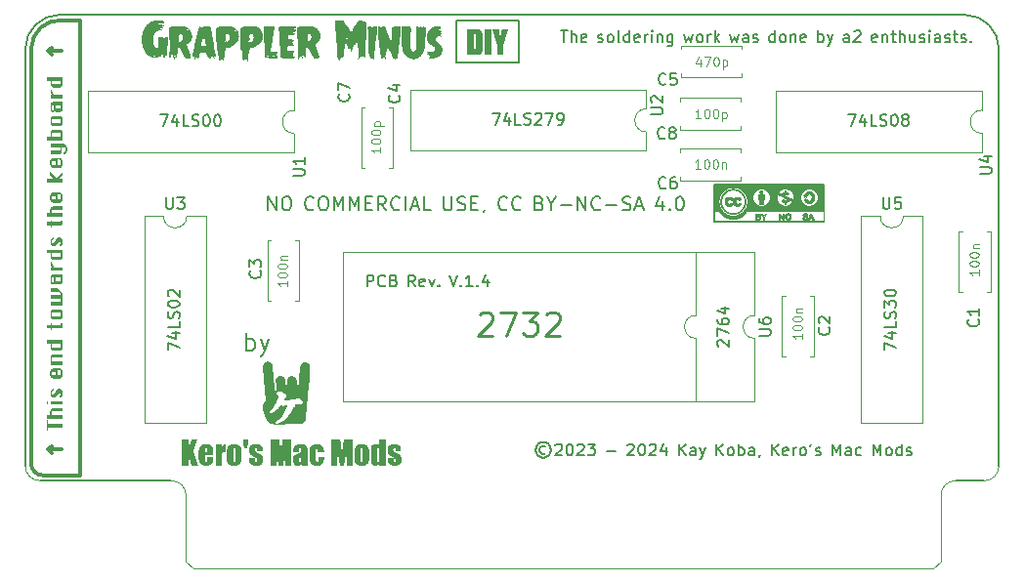
<source format=gto>
G04 #@! TF.GenerationSoftware,KiCad,Pcbnew,(7.0.0-0)*
G04 #@! TF.CreationDate,2024-03-05T23:41:03+09:00*
G04 #@! TF.ProjectId,Grappler_Minus_Keros_alldip_GH,47726170-706c-4657-925f-4d696e75735f,3*
G04 #@! TF.SameCoordinates,Original*
G04 #@! TF.FileFunction,Legend,Top*
G04 #@! TF.FilePolarity,Positive*
%FSLAX46Y46*%
G04 Gerber Fmt 4.6, Leading zero omitted, Abs format (unit mm)*
G04 Created by KiCad (PCBNEW (7.0.0-0)) date 2024-03-05 23:41:03*
%MOMM*%
%LPD*%
G01*
G04 APERTURE LIST*
%ADD10C,0.300000*%
%ADD11C,0.003000*%
%ADD12C,0.200000*%
%ADD13C,0.000000*%
%ADD14C,0.100000*%
%ADD15C,0.150000*%
%ADD16C,0.170000*%
%ADD17C,0.090000*%
%ADD18C,0.254000*%
%ADD19C,0.120000*%
G04 #@! TA.AperFunction,Profile*
%ADD20C,0.100000*%
G04 #@! TD*
G04 #@! TA.AperFunction,Profile*
%ADD21C,0.150000*%
G04 #@! TD*
G04 APERTURE END LIST*
D10*
X127020000Y-93430000D02*
X125543463Y-93430000D01*
D11*
G36*
X191368732Y-108774776D02*
G01*
X191368732Y-109924634D01*
X184815823Y-109924634D01*
X184768229Y-110004388D01*
X184715643Y-110080646D01*
X184658289Y-110153181D01*
X184596395Y-110221764D01*
X184530187Y-110286169D01*
X184459890Y-110346167D01*
X184385730Y-110401532D01*
X184307935Y-110452035D01*
X184226729Y-110497449D01*
X184142340Y-110537546D01*
X184054993Y-110572099D01*
X183964914Y-110600880D01*
X183872329Y-110623661D01*
X183777465Y-110640216D01*
X183680548Y-110650315D01*
X183581804Y-110653732D01*
X183532210Y-110652873D01*
X183483046Y-110650317D01*
X183434340Y-110646090D01*
X183386119Y-110640222D01*
X183338413Y-110632741D01*
X183291249Y-110623675D01*
X183244656Y-110613053D01*
X183198662Y-110600902D01*
X183153295Y-110587252D01*
X183108583Y-110572131D01*
X183064555Y-110555567D01*
X183021239Y-110537588D01*
X182978663Y-110518223D01*
X182936856Y-110497500D01*
X182895846Y-110475448D01*
X182855660Y-110452094D01*
X182816328Y-110427468D01*
X182777877Y-110401598D01*
X182740336Y-110374511D01*
X182703733Y-110346237D01*
X182668096Y-110316803D01*
X182633453Y-110286239D01*
X182599833Y-110254572D01*
X182567265Y-110221831D01*
X182535775Y-110188044D01*
X182505393Y-110153239D01*
X182476147Y-110117446D01*
X182448065Y-110080692D01*
X182421175Y-110043005D01*
X182395505Y-110004414D01*
X182371084Y-109964948D01*
X182347940Y-109924634D01*
X182005045Y-109924634D01*
X182005045Y-109137555D01*
X182342607Y-109137555D01*
X182344037Y-109200637D01*
X182348326Y-109262601D01*
X182355476Y-109323445D01*
X182365487Y-109383172D01*
X182378357Y-109441780D01*
X182394089Y-109499271D01*
X182412681Y-109555645D01*
X182434135Y-109610903D01*
X182458450Y-109665045D01*
X182485626Y-109718072D01*
X182515665Y-109769984D01*
X182548565Y-109820781D01*
X182584328Y-109870465D01*
X182622953Y-109919035D01*
X182664440Y-109966493D01*
X182708791Y-110012838D01*
X182755106Y-110057184D01*
X182802516Y-110098669D01*
X182851018Y-110137292D01*
X182900613Y-110173055D01*
X182951300Y-110205957D01*
X183003079Y-110235997D01*
X183055950Y-110263177D01*
X183109910Y-110287496D01*
X183164961Y-110308953D01*
X183221102Y-110327550D01*
X183278331Y-110343285D01*
X183336649Y-110356160D01*
X183396055Y-110366173D01*
X183456549Y-110373326D01*
X183518129Y-110377618D01*
X183580796Y-110379048D01*
X183644274Y-110377605D01*
X183706683Y-110373278D01*
X183768024Y-110366065D01*
X183828298Y-110355966D01*
X183887504Y-110342983D01*
X183945643Y-110327114D01*
X184002714Y-110308360D01*
X184058719Y-110286721D01*
X184113657Y-110262197D01*
X184167528Y-110234787D01*
X184220333Y-110204492D01*
X184272072Y-110171312D01*
X184322745Y-110135247D01*
X184372351Y-110096297D01*
X184420892Y-110054461D01*
X184468368Y-110009740D01*
X184511229Y-109965233D01*
X184551323Y-109919394D01*
X184588650Y-109872221D01*
X184623210Y-109823715D01*
X184655003Y-109773875D01*
X184684030Y-109722701D01*
X184710291Y-109670193D01*
X184733786Y-109616351D01*
X184754516Y-109561174D01*
X184772481Y-109504663D01*
X184787681Y-109446817D01*
X184800117Y-109387635D01*
X184809789Y-109327118D01*
X184816697Y-109265266D01*
X184820841Y-109202078D01*
X184822223Y-109137555D01*
X184820816Y-109073007D01*
X184816594Y-109009721D01*
X184809559Y-108947696D01*
X184799710Y-108886933D01*
X184787049Y-108827432D01*
X184773178Y-108775225D01*
X185111784Y-108775225D01*
X185112847Y-108821974D01*
X185116035Y-108867898D01*
X185121350Y-108912996D01*
X185128789Y-108957270D01*
X185138353Y-109000719D01*
X185150042Y-109043341D01*
X185163854Y-109085138D01*
X185179790Y-109126109D01*
X185184939Y-109137555D01*
X185197850Y-109166254D01*
X185218032Y-109205572D01*
X185240338Y-109244063D01*
X185264765Y-109281727D01*
X185291314Y-109318564D01*
X185319985Y-109354573D01*
X185350777Y-109389755D01*
X185383690Y-109424109D01*
X185418069Y-109456975D01*
X185453260Y-109487722D01*
X185489261Y-109516350D01*
X185526075Y-109542859D01*
X185563699Y-109567249D01*
X185602134Y-109589519D01*
X185641380Y-109609669D01*
X185681437Y-109627699D01*
X185722305Y-109643609D01*
X185763983Y-109657398D01*
X185806472Y-109669066D01*
X185849771Y-109678614D01*
X185893880Y-109686040D01*
X185938800Y-109691345D01*
X185984529Y-109694528D01*
X186031069Y-109695589D01*
X186078194Y-109694519D01*
X186124528Y-109691311D01*
X186170071Y-109685964D01*
X186214821Y-109678478D01*
X186258780Y-109668854D01*
X186301948Y-109657090D01*
X186344323Y-109643188D01*
X186385906Y-109627147D01*
X186426697Y-109608967D01*
X186466696Y-109588649D01*
X186505902Y-109566191D01*
X186544315Y-109541595D01*
X186581936Y-109514860D01*
X186618765Y-109485986D01*
X186654800Y-109454973D01*
X186690042Y-109421822D01*
X186721850Y-109388823D01*
X186751604Y-109354837D01*
X186779304Y-109319863D01*
X186804951Y-109283901D01*
X186828545Y-109246951D01*
X186850086Y-109209013D01*
X186869574Y-109170086D01*
X186887010Y-109130171D01*
X186902394Y-109089267D01*
X186915726Y-109047373D01*
X186927006Y-109004490D01*
X186936235Y-108960617D01*
X186943412Y-108915755D01*
X186948539Y-108869902D01*
X186951615Y-108823059D01*
X186952640Y-108775225D01*
X186952631Y-108774829D01*
X187182669Y-108774829D01*
X187182678Y-108775225D01*
X187183732Y-108821582D01*
X187186918Y-108867509D01*
X187192230Y-108912612D01*
X187199665Y-108956889D01*
X187209225Y-109000339D01*
X187220910Y-109042963D01*
X187234719Y-109084759D01*
X187250652Y-109125729D01*
X187268710Y-109165870D01*
X187288893Y-109205183D01*
X187311199Y-109243668D01*
X187335631Y-109281323D01*
X187362186Y-109318149D01*
X187390867Y-109354145D01*
X187421671Y-109389311D01*
X187454601Y-109423646D01*
X187488981Y-109456523D01*
X187524173Y-109487279D01*
X187560176Y-109515916D01*
X187596991Y-109542432D01*
X187634617Y-109566827D01*
X187673053Y-109589102D01*
X187712301Y-109609256D01*
X187752358Y-109627289D01*
X187793225Y-109643201D01*
X187834902Y-109656992D01*
X187877389Y-109668662D01*
X187920685Y-109678210D01*
X187964789Y-109685636D01*
X188009703Y-109690941D01*
X188055425Y-109694124D01*
X188101954Y-109695185D01*
X188149069Y-109694116D01*
X188195393Y-109690907D01*
X188240926Y-109685560D01*
X188285668Y-109678073D01*
X188329621Y-109668447D01*
X188372783Y-109656682D01*
X188415155Y-109642778D01*
X188456737Y-109626735D01*
X188497530Y-109608553D01*
X188537532Y-109588232D01*
X188576746Y-109565772D01*
X188615170Y-109541173D01*
X188652804Y-109514434D01*
X188689650Y-109485557D01*
X188725706Y-109454540D01*
X188760974Y-109421385D01*
X188792769Y-109388379D01*
X188822512Y-109354385D01*
X188850203Y-109319404D01*
X188875841Y-109283435D01*
X188899428Y-109246478D01*
X188920963Y-109208535D01*
X188940446Y-109169604D01*
X188957878Y-109129686D01*
X188973259Y-109088782D01*
X188986588Y-109046890D01*
X188997866Y-109004012D01*
X189007094Y-108960148D01*
X189014270Y-108915297D01*
X189019396Y-108869460D01*
X189022472Y-108822637D01*
X189023497Y-108774829D01*
X189253648Y-108774829D01*
X189254711Y-108821570D01*
X189257899Y-108867490D01*
X189263214Y-108912583D01*
X189270653Y-108956852D01*
X189280217Y-109000295D01*
X189291906Y-109042913D01*
X189305720Y-109084705D01*
X189321657Y-109125670D01*
X189339718Y-109165810D01*
X189359903Y-109205124D01*
X189382211Y-109243611D01*
X189406642Y-109281271D01*
X189433195Y-109318105D01*
X189461871Y-109354112D01*
X189492669Y-109389292D01*
X189525588Y-109423645D01*
X189559966Y-109456516D01*
X189595157Y-109487268D01*
X189631161Y-109515901D01*
X189667977Y-109542414D01*
X189705605Y-109566807D01*
X189744045Y-109589080D01*
X189783296Y-109609233D01*
X189823358Y-109627266D01*
X189864230Y-109643177D01*
X189905913Y-109656968D01*
X189948405Y-109668638D01*
X189991707Y-109678187D01*
X190035818Y-109685614D01*
X190080738Y-109690919D01*
X190126466Y-109694102D01*
X190173003Y-109695164D01*
X190220121Y-109694094D01*
X190266449Y-109690884D01*
X190311986Y-109685535D01*
X190356732Y-109678047D01*
X190400688Y-109668420D01*
X190443852Y-109656654D01*
X190486225Y-109642749D01*
X190527807Y-109626705D01*
X190568597Y-109608522D01*
X190608595Y-109588202D01*
X190647802Y-109565743D01*
X190686217Y-109541146D01*
X190723839Y-109514411D01*
X190760669Y-109485538D01*
X190796707Y-109454527D01*
X190831952Y-109421379D01*
X190863743Y-109388370D01*
X190893486Y-109354373D01*
X190921179Y-109319390D01*
X190946822Y-109283420D01*
X190970416Y-109246463D01*
X190991960Y-109208519D01*
X191011453Y-109169588D01*
X191028896Y-109129669D01*
X191044287Y-109088764D01*
X191057628Y-109046871D01*
X191068916Y-109003991D01*
X191078153Y-108960123D01*
X191085338Y-108915268D01*
X191090471Y-108869425D01*
X191093550Y-108822595D01*
X191094577Y-108774776D01*
X191093534Y-108726931D01*
X191090405Y-108680018D01*
X191085190Y-108634037D01*
X191077887Y-108588990D01*
X191068497Y-108544876D01*
X191057020Y-108501695D01*
X191043454Y-108459448D01*
X191027799Y-108418135D01*
X191010056Y-108377755D01*
X190990223Y-108338311D01*
X190968299Y-108299800D01*
X190944286Y-108262225D01*
X190918181Y-108225584D01*
X190889986Y-108189879D01*
X190859698Y-108155109D01*
X190827318Y-108121275D01*
X190793452Y-108088968D01*
X190758647Y-108058745D01*
X190722904Y-108030606D01*
X190686223Y-108004550D01*
X190648606Y-107980578D01*
X190610050Y-107958690D01*
X190570558Y-107938887D01*
X190530130Y-107921168D01*
X190488764Y-107905534D01*
X190446463Y-107891986D01*
X190403225Y-107880522D01*
X190359051Y-107871144D01*
X190313942Y-107863852D01*
X190267898Y-107858645D01*
X190220918Y-107855525D01*
X190173003Y-107854491D01*
X190125660Y-107855534D01*
X190079233Y-107858662D01*
X190033722Y-107863875D01*
X189989128Y-107871173D01*
X189945449Y-107880556D01*
X189902688Y-107892023D01*
X189860844Y-107905575D01*
X189819918Y-107921212D01*
X189779910Y-107938932D01*
X189740820Y-107958737D01*
X189702649Y-107980626D01*
X189665397Y-108004599D01*
X189629065Y-108030655D01*
X189593652Y-108058795D01*
X189559160Y-108089018D01*
X189525588Y-108121324D01*
X189492669Y-108156233D01*
X189461871Y-108191934D01*
X189433196Y-108228427D01*
X189406643Y-108265712D01*
X189382212Y-108303789D01*
X189359904Y-108342658D01*
X189339719Y-108382318D01*
X189321658Y-108422768D01*
X189305720Y-108464010D01*
X189291907Y-108506042D01*
X189280218Y-108548865D01*
X189270653Y-108592478D01*
X189263214Y-108636880D01*
X189257899Y-108682073D01*
X189254711Y-108728055D01*
X189253648Y-108774826D01*
X189253648Y-108774829D01*
X189023497Y-108774829D01*
X189022454Y-108726977D01*
X189019324Y-108680061D01*
X189014107Y-108634079D01*
X189006804Y-108589032D01*
X188997412Y-108544919D01*
X188985934Y-108501740D01*
X188972367Y-108459496D01*
X188956713Y-108418185D01*
X188938969Y-108377808D01*
X188919138Y-108338365D01*
X188897217Y-108299856D01*
X188873207Y-108262280D01*
X188847108Y-108225637D01*
X188818919Y-108189928D01*
X188788639Y-108155151D01*
X188756270Y-108121308D01*
X188722404Y-108089006D01*
X188687601Y-108058786D01*
X188651861Y-108030648D01*
X188615183Y-108004593D01*
X188577569Y-107980620D01*
X188539017Y-107958731D01*
X188499528Y-107938926D01*
X188459101Y-107921204D01*
X188417738Y-107905566D01*
X188375437Y-107892012D01*
X188332200Y-107880543D01*
X188288025Y-107871158D01*
X188242913Y-107863858D01*
X188196864Y-107858644D01*
X188149878Y-107855515D01*
X188101954Y-107854472D01*
X188054614Y-107855499D01*
X188008189Y-107858614D01*
X187962682Y-107863817D01*
X187918090Y-107871107D01*
X187874416Y-107880484D01*
X187831659Y-107891948D01*
X187789820Y-107905499D01*
X187748899Y-107921136D01*
X187708895Y-107938859D01*
X187669811Y-107958668D01*
X187631644Y-107980562D01*
X187594397Y-108004542D01*
X187558068Y-108030607D01*
X187522659Y-108058756D01*
X187488170Y-108088990D01*
X187454601Y-108121308D01*
X187421671Y-108156218D01*
X187390867Y-108191920D01*
X187362186Y-108228415D01*
X187335631Y-108265702D01*
X187311199Y-108303780D01*
X187288893Y-108342650D01*
X187268710Y-108382312D01*
X187250652Y-108422764D01*
X187234719Y-108464007D01*
X187220910Y-108506041D01*
X187209225Y-108548865D01*
X187199665Y-108592479D01*
X187192230Y-108636882D01*
X187186918Y-108682075D01*
X187183732Y-108728057D01*
X187182669Y-108774829D01*
X186952631Y-108774829D01*
X186951596Y-108727378D01*
X186948465Y-108680467D01*
X186943247Y-108634491D01*
X186935940Y-108589449D01*
X186926546Y-108545343D01*
X186915065Y-108502172D01*
X186901495Y-108459935D01*
X186885837Y-108418632D01*
X186868091Y-108378265D01*
X186848257Y-108338831D01*
X186826334Y-108300332D01*
X186802322Y-108262767D01*
X186776222Y-108226136D01*
X186748033Y-108190438D01*
X186717756Y-108155675D01*
X186685389Y-108121845D01*
X186651511Y-108089525D01*
X186616699Y-108059289D01*
X186580953Y-108031139D01*
X186544272Y-108005075D01*
X186506656Y-107981095D01*
X186468104Y-107959200D01*
X186428617Y-107939391D01*
X186388194Y-107921667D01*
X186346835Y-107906028D01*
X186304538Y-107892474D01*
X186261305Y-107881005D01*
X186217134Y-107871622D01*
X186172026Y-107864324D01*
X186125979Y-107859111D01*
X186078994Y-107855983D01*
X186031071Y-107854940D01*
X185983727Y-107855983D01*
X185937300Y-107859111D01*
X185891791Y-107864324D01*
X185847199Y-107871622D01*
X185803525Y-107881005D01*
X185760768Y-107892474D01*
X185718929Y-107906028D01*
X185678007Y-107921667D01*
X185638004Y-107939391D01*
X185598918Y-107959200D01*
X185560751Y-107981095D01*
X185523502Y-108005075D01*
X185487171Y-108031139D01*
X185451759Y-108059289D01*
X185417265Y-108089525D01*
X185383690Y-108121845D01*
X185350777Y-108156743D01*
X185319985Y-108192434D01*
X185291314Y-108228918D01*
X185264765Y-108266194D01*
X185240338Y-108304262D01*
X185218032Y-108343122D01*
X185197850Y-108382774D01*
X185179790Y-108423217D01*
X185163854Y-108464451D01*
X185150042Y-108506476D01*
X185138353Y-108549292D01*
X185128789Y-108592899D01*
X185121350Y-108637296D01*
X185116035Y-108682482D01*
X185112847Y-108728459D01*
X185111784Y-108775225D01*
X184773178Y-108775225D01*
X184771575Y-108769191D01*
X184753289Y-108712212D01*
X184732191Y-108656495D01*
X184708281Y-108602038D01*
X184681561Y-108548842D01*
X184652031Y-108496907D01*
X184619690Y-108446233D01*
X184584540Y-108396820D01*
X184546580Y-108348667D01*
X184505812Y-108301775D01*
X184462235Y-108256143D01*
X184416588Y-108212535D01*
X184369685Y-108171742D01*
X184321525Y-108133763D01*
X184272108Y-108098597D01*
X184221432Y-108066246D01*
X184169498Y-108036708D01*
X184116305Y-108009984D01*
X184061851Y-107986073D01*
X184006137Y-107964975D01*
X183949163Y-107946691D01*
X183890926Y-107931220D01*
X183831427Y-107918563D01*
X183770665Y-107908718D01*
X183708640Y-107901686D01*
X183645351Y-107897467D01*
X183580796Y-107896061D01*
X183517029Y-107897467D01*
X183454497Y-107901686D01*
X183393202Y-107908718D01*
X183333142Y-107918563D01*
X183274319Y-107931220D01*
X183216731Y-107946691D01*
X183160378Y-107964975D01*
X183105261Y-107986073D01*
X183051379Y-108009984D01*
X182998733Y-108036708D01*
X182947322Y-108066246D01*
X182897146Y-108098597D01*
X182848205Y-108133763D01*
X182800499Y-108171742D01*
X182754027Y-108212535D01*
X182708791Y-108256143D01*
X182664440Y-108303228D01*
X182622953Y-108351381D01*
X182584328Y-108400602D01*
X182548565Y-108450890D01*
X182515665Y-108502246D01*
X182485626Y-108554669D01*
X182458450Y-108608160D01*
X182434135Y-108662717D01*
X182412681Y-108718340D01*
X182394089Y-108775030D01*
X182378357Y-108832786D01*
X182365487Y-108891609D01*
X182355476Y-108951497D01*
X182348326Y-109012451D01*
X182344037Y-109074470D01*
X182342607Y-109137555D01*
X182005045Y-109137555D01*
X182005045Y-107764001D01*
X182005173Y-107758981D01*
X182005551Y-107754026D01*
X182006174Y-107749142D01*
X182007035Y-107744335D01*
X182008128Y-107739611D01*
X182009448Y-107734978D01*
X182010987Y-107730440D01*
X182012740Y-107726004D01*
X182014700Y-107721676D01*
X182016861Y-107717462D01*
X182019218Y-107713369D01*
X182021763Y-107709403D01*
X182024491Y-107705569D01*
X182027395Y-107701875D01*
X182030470Y-107698326D01*
X182033708Y-107694928D01*
X182037105Y-107691688D01*
X182040653Y-107688611D01*
X182044346Y-107685705D01*
X182048179Y-107682975D01*
X182052145Y-107680427D01*
X182056237Y-107678067D01*
X182060451Y-107675902D01*
X182064778Y-107673938D01*
X182069214Y-107672181D01*
X182073752Y-107670638D01*
X182078386Y-107669313D01*
X182083110Y-107668214D01*
X182087917Y-107667347D01*
X182092801Y-107666718D01*
X182097756Y-107666334D01*
X182102776Y-107666199D01*
X191271075Y-107666199D01*
X191276096Y-107666326D01*
X191281051Y-107666705D01*
X191285934Y-107667327D01*
X191290740Y-107668189D01*
X191295462Y-107669282D01*
X191300094Y-107670602D01*
X191304630Y-107672141D01*
X191309064Y-107673894D01*
X191313389Y-107675854D01*
X191317599Y-107678016D01*
X191321688Y-107680373D01*
X191325651Y-107682919D01*
X191329480Y-107685648D01*
X191333170Y-107688553D01*
X191336715Y-107691629D01*
X191340107Y-107694869D01*
X191343342Y-107698267D01*
X191346413Y-107701817D01*
X191349314Y-107705512D01*
X191352038Y-107709348D01*
X191354580Y-107713316D01*
X191356934Y-107717412D01*
X191359092Y-107721628D01*
X191361049Y-107725959D01*
X191362799Y-107730399D01*
X191364336Y-107734942D01*
X191365654Y-107739580D01*
X191366745Y-107744309D01*
X191367605Y-107749121D01*
X191368227Y-107754012D01*
X191368604Y-107758974D01*
X191368732Y-107764001D01*
X191368732Y-108774776D01*
G37*
X191368732Y-108774776D02*
X191368732Y-109924634D01*
X184815823Y-109924634D01*
X184768229Y-110004388D01*
X184715643Y-110080646D01*
X184658289Y-110153181D01*
X184596395Y-110221764D01*
X184530187Y-110286169D01*
X184459890Y-110346167D01*
X184385730Y-110401532D01*
X184307935Y-110452035D01*
X184226729Y-110497449D01*
X184142340Y-110537546D01*
X184054993Y-110572099D01*
X183964914Y-110600880D01*
X183872329Y-110623661D01*
X183777465Y-110640216D01*
X183680548Y-110650315D01*
X183581804Y-110653732D01*
X183532210Y-110652873D01*
X183483046Y-110650317D01*
X183434340Y-110646090D01*
X183386119Y-110640222D01*
X183338413Y-110632741D01*
X183291249Y-110623675D01*
X183244656Y-110613053D01*
X183198662Y-110600902D01*
X183153295Y-110587252D01*
X183108583Y-110572131D01*
X183064555Y-110555567D01*
X183021239Y-110537588D01*
X182978663Y-110518223D01*
X182936856Y-110497500D01*
X182895846Y-110475448D01*
X182855660Y-110452094D01*
X182816328Y-110427468D01*
X182777877Y-110401598D01*
X182740336Y-110374511D01*
X182703733Y-110346237D01*
X182668096Y-110316803D01*
X182633453Y-110286239D01*
X182599833Y-110254572D01*
X182567265Y-110221831D01*
X182535775Y-110188044D01*
X182505393Y-110153239D01*
X182476147Y-110117446D01*
X182448065Y-110080692D01*
X182421175Y-110043005D01*
X182395505Y-110004414D01*
X182371084Y-109964948D01*
X182347940Y-109924634D01*
X182005045Y-109924634D01*
X182005045Y-109137555D01*
X182342607Y-109137555D01*
X182344037Y-109200637D01*
X182348326Y-109262601D01*
X182355476Y-109323445D01*
X182365487Y-109383172D01*
X182378357Y-109441780D01*
X182394089Y-109499271D01*
X182412681Y-109555645D01*
X182434135Y-109610903D01*
X182458450Y-109665045D01*
X182485626Y-109718072D01*
X182515665Y-109769984D01*
X182548565Y-109820781D01*
X182584328Y-109870465D01*
X182622953Y-109919035D01*
X182664440Y-109966493D01*
X182708791Y-110012838D01*
X182755106Y-110057184D01*
X182802516Y-110098669D01*
X182851018Y-110137292D01*
X182900613Y-110173055D01*
X182951300Y-110205957D01*
X183003079Y-110235997D01*
X183055950Y-110263177D01*
X183109910Y-110287496D01*
X183164961Y-110308953D01*
X183221102Y-110327550D01*
X183278331Y-110343285D01*
X183336649Y-110356160D01*
X183396055Y-110366173D01*
X183456549Y-110373326D01*
X183518129Y-110377618D01*
X183580796Y-110379048D01*
X183644274Y-110377605D01*
X183706683Y-110373278D01*
X183768024Y-110366065D01*
X183828298Y-110355966D01*
X183887504Y-110342983D01*
X183945643Y-110327114D01*
X184002714Y-110308360D01*
X184058719Y-110286721D01*
X184113657Y-110262197D01*
X184167528Y-110234787D01*
X184220333Y-110204492D01*
X184272072Y-110171312D01*
X184322745Y-110135247D01*
X184372351Y-110096297D01*
X184420892Y-110054461D01*
X184468368Y-110009740D01*
X184511229Y-109965233D01*
X184551323Y-109919394D01*
X184588650Y-109872221D01*
X184623210Y-109823715D01*
X184655003Y-109773875D01*
X184684030Y-109722701D01*
X184710291Y-109670193D01*
X184733786Y-109616351D01*
X184754516Y-109561174D01*
X184772481Y-109504663D01*
X184787681Y-109446817D01*
X184800117Y-109387635D01*
X184809789Y-109327118D01*
X184816697Y-109265266D01*
X184820841Y-109202078D01*
X184822223Y-109137555D01*
X184820816Y-109073007D01*
X184816594Y-109009721D01*
X184809559Y-108947696D01*
X184799710Y-108886933D01*
X184787049Y-108827432D01*
X184773178Y-108775225D01*
X185111784Y-108775225D01*
X185112847Y-108821974D01*
X185116035Y-108867898D01*
X185121350Y-108912996D01*
X185128789Y-108957270D01*
X185138353Y-109000719D01*
X185150042Y-109043341D01*
X185163854Y-109085138D01*
X185179790Y-109126109D01*
X185184939Y-109137555D01*
X185197850Y-109166254D01*
X185218032Y-109205572D01*
X185240338Y-109244063D01*
X185264765Y-109281727D01*
X185291314Y-109318564D01*
X185319985Y-109354573D01*
X185350777Y-109389755D01*
X185383690Y-109424109D01*
X185418069Y-109456975D01*
X185453260Y-109487722D01*
X185489261Y-109516350D01*
X185526075Y-109542859D01*
X185563699Y-109567249D01*
X185602134Y-109589519D01*
X185641380Y-109609669D01*
X185681437Y-109627699D01*
X185722305Y-109643609D01*
X185763983Y-109657398D01*
X185806472Y-109669066D01*
X185849771Y-109678614D01*
X185893880Y-109686040D01*
X185938800Y-109691345D01*
X185984529Y-109694528D01*
X186031069Y-109695589D01*
X186078194Y-109694519D01*
X186124528Y-109691311D01*
X186170071Y-109685964D01*
X186214821Y-109678478D01*
X186258780Y-109668854D01*
X186301948Y-109657090D01*
X186344323Y-109643188D01*
X186385906Y-109627147D01*
X186426697Y-109608967D01*
X186466696Y-109588649D01*
X186505902Y-109566191D01*
X186544315Y-109541595D01*
X186581936Y-109514860D01*
X186618765Y-109485986D01*
X186654800Y-109454973D01*
X186690042Y-109421822D01*
X186721850Y-109388823D01*
X186751604Y-109354837D01*
X186779304Y-109319863D01*
X186804951Y-109283901D01*
X186828545Y-109246951D01*
X186850086Y-109209013D01*
X186869574Y-109170086D01*
X186887010Y-109130171D01*
X186902394Y-109089267D01*
X186915726Y-109047373D01*
X186927006Y-109004490D01*
X186936235Y-108960617D01*
X186943412Y-108915755D01*
X186948539Y-108869902D01*
X186951615Y-108823059D01*
X186952640Y-108775225D01*
X186952631Y-108774829D01*
X187182669Y-108774829D01*
X187182678Y-108775225D01*
X187183732Y-108821582D01*
X187186918Y-108867509D01*
X187192230Y-108912612D01*
X187199665Y-108956889D01*
X187209225Y-109000339D01*
X187220910Y-109042963D01*
X187234719Y-109084759D01*
X187250652Y-109125729D01*
X187268710Y-109165870D01*
X187288893Y-109205183D01*
X187311199Y-109243668D01*
X187335631Y-109281323D01*
X187362186Y-109318149D01*
X187390867Y-109354145D01*
X187421671Y-109389311D01*
X187454601Y-109423646D01*
X187488981Y-109456523D01*
X187524173Y-109487279D01*
X187560176Y-109515916D01*
X187596991Y-109542432D01*
X187634617Y-109566827D01*
X187673053Y-109589102D01*
X187712301Y-109609256D01*
X187752358Y-109627289D01*
X187793225Y-109643201D01*
X187834902Y-109656992D01*
X187877389Y-109668662D01*
X187920685Y-109678210D01*
X187964789Y-109685636D01*
X188009703Y-109690941D01*
X188055425Y-109694124D01*
X188101954Y-109695185D01*
X188149069Y-109694116D01*
X188195393Y-109690907D01*
X188240926Y-109685560D01*
X188285668Y-109678073D01*
X188329621Y-109668447D01*
X188372783Y-109656682D01*
X188415155Y-109642778D01*
X188456737Y-109626735D01*
X188497530Y-109608553D01*
X188537532Y-109588232D01*
X188576746Y-109565772D01*
X188615170Y-109541173D01*
X188652804Y-109514434D01*
X188689650Y-109485557D01*
X188725706Y-109454540D01*
X188760974Y-109421385D01*
X188792769Y-109388379D01*
X188822512Y-109354385D01*
X188850203Y-109319404D01*
X188875841Y-109283435D01*
X188899428Y-109246478D01*
X188920963Y-109208535D01*
X188940446Y-109169604D01*
X188957878Y-109129686D01*
X188973259Y-109088782D01*
X188986588Y-109046890D01*
X188997866Y-109004012D01*
X189007094Y-108960148D01*
X189014270Y-108915297D01*
X189019396Y-108869460D01*
X189022472Y-108822637D01*
X189023497Y-108774829D01*
X189253648Y-108774829D01*
X189254711Y-108821570D01*
X189257899Y-108867490D01*
X189263214Y-108912583D01*
X189270653Y-108956852D01*
X189280217Y-109000295D01*
X189291906Y-109042913D01*
X189305720Y-109084705D01*
X189321657Y-109125670D01*
X189339718Y-109165810D01*
X189359903Y-109205124D01*
X189382211Y-109243611D01*
X189406642Y-109281271D01*
X189433195Y-109318105D01*
X189461871Y-109354112D01*
X189492669Y-109389292D01*
X189525588Y-109423645D01*
X189559966Y-109456516D01*
X189595157Y-109487268D01*
X189631161Y-109515901D01*
X189667977Y-109542414D01*
X189705605Y-109566807D01*
X189744045Y-109589080D01*
X189783296Y-109609233D01*
X189823358Y-109627266D01*
X189864230Y-109643177D01*
X189905913Y-109656968D01*
X189948405Y-109668638D01*
X189991707Y-109678187D01*
X190035818Y-109685614D01*
X190080738Y-109690919D01*
X190126466Y-109694102D01*
X190173003Y-109695164D01*
X190220121Y-109694094D01*
X190266449Y-109690884D01*
X190311986Y-109685535D01*
X190356732Y-109678047D01*
X190400688Y-109668420D01*
X190443852Y-109656654D01*
X190486225Y-109642749D01*
X190527807Y-109626705D01*
X190568597Y-109608522D01*
X190608595Y-109588202D01*
X190647802Y-109565743D01*
X190686217Y-109541146D01*
X190723839Y-109514411D01*
X190760669Y-109485538D01*
X190796707Y-109454527D01*
X190831952Y-109421379D01*
X190863743Y-109388370D01*
X190893486Y-109354373D01*
X190921179Y-109319390D01*
X190946822Y-109283420D01*
X190970416Y-109246463D01*
X190991960Y-109208519D01*
X191011453Y-109169588D01*
X191028896Y-109129669D01*
X191044287Y-109088764D01*
X191057628Y-109046871D01*
X191068916Y-109003991D01*
X191078153Y-108960123D01*
X191085338Y-108915268D01*
X191090471Y-108869425D01*
X191093550Y-108822595D01*
X191094577Y-108774776D01*
X191093534Y-108726931D01*
X191090405Y-108680018D01*
X191085190Y-108634037D01*
X191077887Y-108588990D01*
X191068497Y-108544876D01*
X191057020Y-108501695D01*
X191043454Y-108459448D01*
X191027799Y-108418135D01*
X191010056Y-108377755D01*
X190990223Y-108338311D01*
X190968299Y-108299800D01*
X190944286Y-108262225D01*
X190918181Y-108225584D01*
X190889986Y-108189879D01*
X190859698Y-108155109D01*
X190827318Y-108121275D01*
X190793452Y-108088968D01*
X190758647Y-108058745D01*
X190722904Y-108030606D01*
X190686223Y-108004550D01*
X190648606Y-107980578D01*
X190610050Y-107958690D01*
X190570558Y-107938887D01*
X190530130Y-107921168D01*
X190488764Y-107905534D01*
X190446463Y-107891986D01*
X190403225Y-107880522D01*
X190359051Y-107871144D01*
X190313942Y-107863852D01*
X190267898Y-107858645D01*
X190220918Y-107855525D01*
X190173003Y-107854491D01*
X190125660Y-107855534D01*
X190079233Y-107858662D01*
X190033722Y-107863875D01*
X189989128Y-107871173D01*
X189945449Y-107880556D01*
X189902688Y-107892023D01*
X189860844Y-107905575D01*
X189819918Y-107921212D01*
X189779910Y-107938932D01*
X189740820Y-107958737D01*
X189702649Y-107980626D01*
X189665397Y-108004599D01*
X189629065Y-108030655D01*
X189593652Y-108058795D01*
X189559160Y-108089018D01*
X189525588Y-108121324D01*
X189492669Y-108156233D01*
X189461871Y-108191934D01*
X189433196Y-108228427D01*
X189406643Y-108265712D01*
X189382212Y-108303789D01*
X189359904Y-108342658D01*
X189339719Y-108382318D01*
X189321658Y-108422768D01*
X189305720Y-108464010D01*
X189291907Y-108506042D01*
X189280218Y-108548865D01*
X189270653Y-108592478D01*
X189263214Y-108636880D01*
X189257899Y-108682073D01*
X189254711Y-108728055D01*
X189253648Y-108774826D01*
X189253648Y-108774829D01*
X189023497Y-108774829D01*
X189022454Y-108726977D01*
X189019324Y-108680061D01*
X189014107Y-108634079D01*
X189006804Y-108589032D01*
X188997412Y-108544919D01*
X188985934Y-108501740D01*
X188972367Y-108459496D01*
X188956713Y-108418185D01*
X188938969Y-108377808D01*
X188919138Y-108338365D01*
X188897217Y-108299856D01*
X188873207Y-108262280D01*
X188847108Y-108225637D01*
X188818919Y-108189928D01*
X188788639Y-108155151D01*
X188756270Y-108121308D01*
X188722404Y-108089006D01*
X188687601Y-108058786D01*
X188651861Y-108030648D01*
X188615183Y-108004593D01*
X188577569Y-107980620D01*
X188539017Y-107958731D01*
X188499528Y-107938926D01*
X188459101Y-107921204D01*
X188417738Y-107905566D01*
X188375437Y-107892012D01*
X188332200Y-107880543D01*
X188288025Y-107871158D01*
X188242913Y-107863858D01*
X188196864Y-107858644D01*
X188149878Y-107855515D01*
X188101954Y-107854472D01*
X188054614Y-107855499D01*
X188008189Y-107858614D01*
X187962682Y-107863817D01*
X187918090Y-107871107D01*
X187874416Y-107880484D01*
X187831659Y-107891948D01*
X187789820Y-107905499D01*
X187748899Y-107921136D01*
X187708895Y-107938859D01*
X187669811Y-107958668D01*
X187631644Y-107980562D01*
X187594397Y-108004542D01*
X187558068Y-108030607D01*
X187522659Y-108058756D01*
X187488170Y-108088990D01*
X187454601Y-108121308D01*
X187421671Y-108156218D01*
X187390867Y-108191920D01*
X187362186Y-108228415D01*
X187335631Y-108265702D01*
X187311199Y-108303780D01*
X187288893Y-108342650D01*
X187268710Y-108382312D01*
X187250652Y-108422764D01*
X187234719Y-108464007D01*
X187220910Y-108506041D01*
X187209225Y-108548865D01*
X187199665Y-108592479D01*
X187192230Y-108636882D01*
X187186918Y-108682075D01*
X187183732Y-108728057D01*
X187182669Y-108774829D01*
X186952631Y-108774829D01*
X186951596Y-108727378D01*
X186948465Y-108680467D01*
X186943247Y-108634491D01*
X186935940Y-108589449D01*
X186926546Y-108545343D01*
X186915065Y-108502172D01*
X186901495Y-108459935D01*
X186885837Y-108418632D01*
X186868091Y-108378265D01*
X186848257Y-108338831D01*
X186826334Y-108300332D01*
X186802322Y-108262767D01*
X186776222Y-108226136D01*
X186748033Y-108190438D01*
X186717756Y-108155675D01*
X186685389Y-108121845D01*
X186651511Y-108089525D01*
X186616699Y-108059289D01*
X186580953Y-108031139D01*
X186544272Y-108005075D01*
X186506656Y-107981095D01*
X186468104Y-107959200D01*
X186428617Y-107939391D01*
X186388194Y-107921667D01*
X186346835Y-107906028D01*
X186304538Y-107892474D01*
X186261305Y-107881005D01*
X186217134Y-107871622D01*
X186172026Y-107864324D01*
X186125979Y-107859111D01*
X186078994Y-107855983D01*
X186031071Y-107854940D01*
X185983727Y-107855983D01*
X185937300Y-107859111D01*
X185891791Y-107864324D01*
X185847199Y-107871622D01*
X185803525Y-107881005D01*
X185760768Y-107892474D01*
X185718929Y-107906028D01*
X185678007Y-107921667D01*
X185638004Y-107939391D01*
X185598918Y-107959200D01*
X185560751Y-107981095D01*
X185523502Y-108005075D01*
X185487171Y-108031139D01*
X185451759Y-108059289D01*
X185417265Y-108089525D01*
X185383690Y-108121845D01*
X185350777Y-108156743D01*
X185319985Y-108192434D01*
X185291314Y-108228918D01*
X185264765Y-108266194D01*
X185240338Y-108304262D01*
X185218032Y-108343122D01*
X185197850Y-108382774D01*
X185179790Y-108423217D01*
X185163854Y-108464451D01*
X185150042Y-108506476D01*
X185138353Y-108549292D01*
X185128789Y-108592899D01*
X185121350Y-108637296D01*
X185116035Y-108682482D01*
X185112847Y-108728459D01*
X185111784Y-108775225D01*
X184773178Y-108775225D01*
X184771575Y-108769191D01*
X184753289Y-108712212D01*
X184732191Y-108656495D01*
X184708281Y-108602038D01*
X184681561Y-108548842D01*
X184652031Y-108496907D01*
X184619690Y-108446233D01*
X184584540Y-108396820D01*
X184546580Y-108348667D01*
X184505812Y-108301775D01*
X184462235Y-108256143D01*
X184416588Y-108212535D01*
X184369685Y-108171742D01*
X184321525Y-108133763D01*
X184272108Y-108098597D01*
X184221432Y-108066246D01*
X184169498Y-108036708D01*
X184116305Y-108009984D01*
X184061851Y-107986073D01*
X184006137Y-107964975D01*
X183949163Y-107946691D01*
X183890926Y-107931220D01*
X183831427Y-107918563D01*
X183770665Y-107908718D01*
X183708640Y-107901686D01*
X183645351Y-107897467D01*
X183580796Y-107896061D01*
X183517029Y-107897467D01*
X183454497Y-107901686D01*
X183393202Y-107908718D01*
X183333142Y-107918563D01*
X183274319Y-107931220D01*
X183216731Y-107946691D01*
X183160378Y-107964975D01*
X183105261Y-107986073D01*
X183051379Y-108009984D01*
X182998733Y-108036708D01*
X182947322Y-108066246D01*
X182897146Y-108098597D01*
X182848205Y-108133763D01*
X182800499Y-108171742D01*
X182754027Y-108212535D01*
X182708791Y-108256143D01*
X182664440Y-108303228D01*
X182622953Y-108351381D01*
X182584328Y-108400602D01*
X182548565Y-108450890D01*
X182515665Y-108502246D01*
X182485626Y-108554669D01*
X182458450Y-108608160D01*
X182434135Y-108662717D01*
X182412681Y-108718340D01*
X182394089Y-108775030D01*
X182378357Y-108832786D01*
X182365487Y-108891609D01*
X182355476Y-108951497D01*
X182348326Y-109012451D01*
X182344037Y-109074470D01*
X182342607Y-109137555D01*
X182005045Y-109137555D01*
X182005045Y-107764001D01*
X182005173Y-107758981D01*
X182005551Y-107754026D01*
X182006174Y-107749142D01*
X182007035Y-107744335D01*
X182008128Y-107739611D01*
X182009448Y-107734978D01*
X182010987Y-107730440D01*
X182012740Y-107726004D01*
X182014700Y-107721676D01*
X182016861Y-107717462D01*
X182019218Y-107713369D01*
X182021763Y-107709403D01*
X182024491Y-107705569D01*
X182027395Y-107701875D01*
X182030470Y-107698326D01*
X182033708Y-107694928D01*
X182037105Y-107691688D01*
X182040653Y-107688611D01*
X182044346Y-107685705D01*
X182048179Y-107682975D01*
X182052145Y-107680427D01*
X182056237Y-107678067D01*
X182060451Y-107675902D01*
X182064778Y-107673938D01*
X182069214Y-107672181D01*
X182073752Y-107670638D01*
X182078386Y-107669313D01*
X182083110Y-107668214D01*
X182087917Y-107667347D01*
X182092801Y-107666718D01*
X182097756Y-107666334D01*
X182102776Y-107666199D01*
X191271075Y-107666199D01*
X191276096Y-107666326D01*
X191281051Y-107666705D01*
X191285934Y-107667327D01*
X191290740Y-107668189D01*
X191295462Y-107669282D01*
X191300094Y-107670602D01*
X191304630Y-107672141D01*
X191309064Y-107673894D01*
X191313389Y-107675854D01*
X191317599Y-107678016D01*
X191321688Y-107680373D01*
X191325651Y-107682919D01*
X191329480Y-107685648D01*
X191333170Y-107688553D01*
X191336715Y-107691629D01*
X191340107Y-107694869D01*
X191343342Y-107698267D01*
X191346413Y-107701817D01*
X191349314Y-107705512D01*
X191352038Y-107709348D01*
X191354580Y-107713316D01*
X191356934Y-107717412D01*
X191359092Y-107721628D01*
X191361049Y-107725959D01*
X191362799Y-107730399D01*
X191364336Y-107734942D01*
X191365654Y-107739580D01*
X191366745Y-107744309D01*
X191367605Y-107749121D01*
X191368227Y-107754012D01*
X191368604Y-107758974D01*
X191368732Y-107764001D01*
X191368732Y-108774776D01*
G36*
X186232769Y-110392743D02*
G01*
X186355191Y-110185150D01*
X186484083Y-110185150D01*
X186288853Y-110509001D01*
X186288853Y-110710678D01*
X186173056Y-110710678D01*
X186173056Y-110506004D01*
X185980190Y-110185149D01*
X186109714Y-110185149D01*
X186232769Y-110392743D01*
G37*
X186232769Y-110392743D02*
X186355191Y-110185150D01*
X186484083Y-110185150D01*
X186288853Y-110509001D01*
X186288853Y-110710678D01*
X186173056Y-110710678D01*
X186173056Y-110506004D01*
X185980190Y-110185149D01*
X186109714Y-110185149D01*
X186232769Y-110392743D01*
G36*
X188357886Y-110172254D02*
G01*
X188368519Y-110172842D01*
X188379003Y-110173822D01*
X188389336Y-110175193D01*
X188399518Y-110176957D01*
X188409546Y-110179112D01*
X188419421Y-110181660D01*
X188429141Y-110184599D01*
X188433947Y-110186211D01*
X188438692Y-110187912D01*
X188443374Y-110189702D01*
X188447995Y-110191581D01*
X188452552Y-110193550D01*
X188457046Y-110195609D01*
X188461476Y-110197759D01*
X188465842Y-110199998D01*
X188470143Y-110202328D01*
X188474379Y-110204749D01*
X188478549Y-110207261D01*
X188482653Y-110209865D01*
X188486690Y-110212560D01*
X188490661Y-110215346D01*
X188494563Y-110218225D01*
X188498398Y-110221195D01*
X188502187Y-110224227D01*
X188505890Y-110227348D01*
X188509509Y-110230557D01*
X188513043Y-110233856D01*
X188516492Y-110237243D01*
X188519857Y-110240721D01*
X188523138Y-110244287D01*
X188526334Y-110247943D01*
X188529446Y-110251689D01*
X188532474Y-110255524D01*
X188535418Y-110259450D01*
X188538278Y-110263465D01*
X188541055Y-110267570D01*
X188543748Y-110271766D01*
X188546358Y-110276052D01*
X188548885Y-110280429D01*
X188551311Y-110284892D01*
X188553622Y-110289438D01*
X188555816Y-110294067D01*
X188557894Y-110298777D01*
X188559857Y-110303568D01*
X188561704Y-110308440D01*
X188563437Y-110313393D01*
X188565054Y-110318426D01*
X188566557Y-110323538D01*
X188567946Y-110328729D01*
X188569220Y-110333999D01*
X188570380Y-110339347D01*
X188571427Y-110344772D01*
X188572360Y-110350275D01*
X188573180Y-110355854D01*
X188573888Y-110361510D01*
X188461954Y-110361510D01*
X188461555Y-110359037D01*
X188461097Y-110356589D01*
X188460581Y-110354165D01*
X188460006Y-110351765D01*
X188459372Y-110349390D01*
X188458680Y-110347039D01*
X188457931Y-110344713D01*
X188457124Y-110342412D01*
X188456259Y-110340136D01*
X188455338Y-110337886D01*
X188454359Y-110335660D01*
X188453324Y-110333460D01*
X188452233Y-110331285D01*
X188451085Y-110329135D01*
X188449881Y-110327012D01*
X188448622Y-110324914D01*
X188447328Y-110322845D01*
X188445989Y-110320810D01*
X188444608Y-110318807D01*
X188443184Y-110316838D01*
X188441717Y-110314901D01*
X188440208Y-110312997D01*
X188438657Y-110311126D01*
X188437066Y-110309287D01*
X188435433Y-110307480D01*
X188433761Y-110305706D01*
X188432049Y-110303964D01*
X188430297Y-110302254D01*
X188428506Y-110300575D01*
X188426678Y-110298929D01*
X188424811Y-110297314D01*
X188422906Y-110295731D01*
X188418946Y-110292703D01*
X188416923Y-110291249D01*
X188414872Y-110289836D01*
X188412792Y-110288464D01*
X188410682Y-110287133D01*
X188408542Y-110285845D01*
X188406372Y-110284600D01*
X188404171Y-110283398D01*
X188401940Y-110282240D01*
X188399677Y-110281126D01*
X188397383Y-110280058D01*
X188395057Y-110279036D01*
X188392699Y-110278060D01*
X188390308Y-110277131D01*
X188387884Y-110276249D01*
X188385436Y-110275403D01*
X188382974Y-110274611D01*
X188380497Y-110273873D01*
X188378006Y-110273189D01*
X188375501Y-110272559D01*
X188372983Y-110271983D01*
X188370451Y-110271462D01*
X188367906Y-110270994D01*
X188365349Y-110270582D01*
X188362778Y-110270224D01*
X188360195Y-110269920D01*
X188357600Y-110269672D01*
X188354993Y-110269479D01*
X188352374Y-110269340D01*
X188349744Y-110269257D01*
X188347102Y-110269230D01*
X188342266Y-110269289D01*
X188337521Y-110269466D01*
X188332868Y-110269763D01*
X188328305Y-110270177D01*
X188323835Y-110270711D01*
X188319456Y-110271364D01*
X188315169Y-110272135D01*
X188310974Y-110273026D01*
X188306872Y-110274035D01*
X188302863Y-110275165D01*
X188298946Y-110276413D01*
X188295122Y-110277781D01*
X188291392Y-110279269D01*
X188287756Y-110280877D01*
X188284213Y-110282605D01*
X188280764Y-110284452D01*
X188277401Y-110286357D01*
X188274119Y-110288345D01*
X188270916Y-110290416D01*
X188267793Y-110292570D01*
X188264750Y-110294806D01*
X188261787Y-110297126D01*
X188258905Y-110299527D01*
X188256103Y-110302011D01*
X188253381Y-110304577D01*
X188250740Y-110307226D01*
X188248179Y-110309956D01*
X188245700Y-110312769D01*
X188243301Y-110315663D01*
X188240983Y-110318639D01*
X188238746Y-110321696D01*
X188236590Y-110324835D01*
X188234511Y-110328042D01*
X188232504Y-110331302D01*
X188230569Y-110334615D01*
X188228706Y-110337982D01*
X188226916Y-110341403D01*
X188225197Y-110344878D01*
X188223551Y-110348406D01*
X188221976Y-110351987D01*
X188220474Y-110355622D01*
X188219044Y-110359311D01*
X188217686Y-110363054D01*
X188216400Y-110366850D01*
X188215186Y-110370699D01*
X188214044Y-110374603D01*
X188212974Y-110378559D01*
X188211977Y-110382570D01*
X188210128Y-110390681D01*
X188208540Y-110398867D01*
X188207209Y-110407126D01*
X188206131Y-110415460D01*
X188205300Y-110423867D01*
X188204712Y-110432348D01*
X188204363Y-110440903D01*
X188204247Y-110449533D01*
X188204363Y-110457788D01*
X188204712Y-110465988D01*
X188205300Y-110474132D01*
X188206131Y-110482215D01*
X188207209Y-110490236D01*
X188208540Y-110498191D01*
X188210128Y-110506077D01*
X188211977Y-110513893D01*
X188212962Y-110517800D01*
X188214022Y-110521657D01*
X188215157Y-110525461D01*
X188216367Y-110529214D01*
X188217651Y-110532914D01*
X188219010Y-110536563D01*
X188220442Y-110540161D01*
X188221947Y-110543706D01*
X188223526Y-110547200D01*
X188225177Y-110550642D01*
X188226900Y-110554032D01*
X188228695Y-110557371D01*
X188230562Y-110560658D01*
X188232501Y-110563893D01*
X188234510Y-110567076D01*
X188236590Y-110570208D01*
X188238746Y-110573303D01*
X188240983Y-110576319D01*
X188243301Y-110579257D01*
X188245700Y-110582115D01*
X188248179Y-110584895D01*
X188250740Y-110587596D01*
X188253381Y-110590220D01*
X188256103Y-110592765D01*
X188258905Y-110595233D01*
X188261787Y-110597623D01*
X188264750Y-110599937D01*
X188267793Y-110602173D01*
X188270916Y-110604333D01*
X188274119Y-110606416D01*
X188277401Y-110608423D01*
X188280764Y-110610353D01*
X188284213Y-110612187D01*
X188287756Y-110613903D01*
X188291392Y-110615500D01*
X188295123Y-110616979D01*
X188298946Y-110618339D01*
X188302863Y-110619582D01*
X188306873Y-110620706D01*
X188310975Y-110621711D01*
X188315170Y-110622599D01*
X188319457Y-110623368D01*
X188323836Y-110624018D01*
X188328306Y-110624551D01*
X188332868Y-110624965D01*
X188337522Y-110625261D01*
X188342266Y-110625438D01*
X188347102Y-110625497D01*
X188353611Y-110625371D01*
X188359943Y-110624991D01*
X188366099Y-110624358D01*
X188372078Y-110623471D01*
X188377880Y-110622332D01*
X188383503Y-110620939D01*
X188388948Y-110619293D01*
X188394214Y-110617393D01*
X188399301Y-110615241D01*
X188404208Y-110612835D01*
X188408935Y-110610175D01*
X188413481Y-110607263D01*
X188417846Y-110604097D01*
X188422029Y-110600678D01*
X188426030Y-110597006D01*
X188429849Y-110593080D01*
X188433485Y-110588948D01*
X188436941Y-110584654D01*
X188440216Y-110580200D01*
X188443309Y-110575585D01*
X188446221Y-110570810D01*
X188448952Y-110565873D01*
X188451501Y-110560776D01*
X188453870Y-110555517D01*
X188456057Y-110550098D01*
X188458063Y-110544518D01*
X188459887Y-110538778D01*
X188461531Y-110532876D01*
X188462993Y-110526814D01*
X188464274Y-110520590D01*
X188465374Y-110514206D01*
X188466293Y-110507662D01*
X188578226Y-110507662D01*
X188577624Y-110513791D01*
X188576911Y-110519844D01*
X188576087Y-110525822D01*
X188575153Y-110531724D01*
X188574109Y-110537551D01*
X188572955Y-110543303D01*
X188571692Y-110548979D01*
X188570319Y-110554581D01*
X188568837Y-110560108D01*
X188567246Y-110565560D01*
X188565547Y-110570937D01*
X188563739Y-110576240D01*
X188561823Y-110581468D01*
X188559800Y-110586623D01*
X188557668Y-110591702D01*
X188555429Y-110596708D01*
X188553089Y-110601658D01*
X188550653Y-110606510D01*
X188548122Y-110611266D01*
X188545496Y-110615926D01*
X188542776Y-110620491D01*
X188539961Y-110624961D01*
X188537054Y-110629337D01*
X188534053Y-110633621D01*
X188530960Y-110637811D01*
X188527775Y-110641911D01*
X188524499Y-110645919D01*
X188521131Y-110649836D01*
X188517673Y-110653664D01*
X188514125Y-110657403D01*
X188510487Y-110661054D01*
X188506760Y-110664617D01*
X188502961Y-110668084D01*
X188499080Y-110671446D01*
X188495115Y-110674702D01*
X188491068Y-110677853D01*
X188486938Y-110680899D01*
X188482725Y-110683839D01*
X188478430Y-110686674D01*
X188474052Y-110689403D01*
X188469592Y-110692027D01*
X188465051Y-110694546D01*
X188460427Y-110696959D01*
X188455721Y-110699267D01*
X188450933Y-110701470D01*
X188446064Y-110703567D01*
X188441113Y-110705559D01*
X188436081Y-110707445D01*
X188430992Y-110709251D01*
X188425840Y-110710939D01*
X188420625Y-110712511D01*
X188415347Y-110713967D01*
X188410006Y-110715306D01*
X188404602Y-110716529D01*
X188399135Y-110717636D01*
X188393606Y-110718626D01*
X188388013Y-110719499D01*
X188382358Y-110720256D01*
X188370858Y-110721421D01*
X188359107Y-110722120D01*
X188347104Y-110722352D01*
X188339594Y-110722270D01*
X188332177Y-110722023D01*
X188324856Y-110721612D01*
X188317629Y-110721036D01*
X188310496Y-110720296D01*
X188303459Y-110719391D01*
X188296516Y-110718322D01*
X188289669Y-110717088D01*
X188282917Y-110715690D01*
X188276260Y-110714127D01*
X188269698Y-110712399D01*
X188263232Y-110710507D01*
X188256862Y-110708451D01*
X188250588Y-110706230D01*
X188244409Y-110703844D01*
X188238327Y-110701294D01*
X188232365Y-110698613D01*
X188226518Y-110695807D01*
X188220785Y-110692876D01*
X188215169Y-110689820D01*
X188209667Y-110686639D01*
X188204282Y-110683334D01*
X188199012Y-110679904D01*
X188193858Y-110676350D01*
X188188822Y-110672672D01*
X188183901Y-110668871D01*
X188179098Y-110664946D01*
X188174412Y-110660898D01*
X188169843Y-110656728D01*
X188165392Y-110652434D01*
X188161059Y-110648018D01*
X188156844Y-110643480D01*
X188152775Y-110638830D01*
X188148822Y-110634078D01*
X188144984Y-110629225D01*
X188141263Y-110624271D01*
X188137660Y-110619215D01*
X188134174Y-110614059D01*
X188130807Y-110608801D01*
X188127560Y-110603442D01*
X188124433Y-110597983D01*
X188121427Y-110592423D01*
X188118542Y-110586763D01*
X188115779Y-110581002D01*
X188113140Y-110575141D01*
X188110624Y-110569179D01*
X188108232Y-110563118D01*
X188105966Y-110556957D01*
X188103831Y-110550715D01*
X188101833Y-110544412D01*
X188099972Y-110538048D01*
X188098248Y-110531623D01*
X188095212Y-110518587D01*
X188092725Y-110505305D01*
X188090789Y-110491775D01*
X188089406Y-110477996D01*
X188088575Y-110463968D01*
X188088297Y-110449690D01*
X188088575Y-110435097D01*
X188088921Y-110427902D01*
X188089406Y-110420775D01*
X188090029Y-110413714D01*
X188090789Y-110406720D01*
X188091688Y-110399793D01*
X188092725Y-110392931D01*
X188093900Y-110386136D01*
X188095212Y-110379405D01*
X188096661Y-110372739D01*
X188098248Y-110366138D01*
X188099972Y-110359601D01*
X188101833Y-110353128D01*
X188103831Y-110346719D01*
X188105966Y-110340372D01*
X188108246Y-110334122D01*
X188110647Y-110327969D01*
X188113169Y-110321915D01*
X188115813Y-110315961D01*
X188118577Y-110310105D01*
X188121462Y-110304349D01*
X188124466Y-110298693D01*
X188127590Y-110293138D01*
X188130833Y-110287683D01*
X188134195Y-110282330D01*
X188137676Y-110277078D01*
X188141275Y-110271927D01*
X188144991Y-110266879D01*
X188148825Y-110261933D01*
X188152776Y-110257091D01*
X188156844Y-110252351D01*
X188161059Y-110247713D01*
X188165392Y-110243204D01*
X188169842Y-110238823D01*
X188174411Y-110234571D01*
X188179097Y-110230447D01*
X188183900Y-110226451D01*
X188188820Y-110222582D01*
X188193857Y-110218840D01*
X188199010Y-110215225D01*
X188204280Y-110211735D01*
X188209666Y-110208372D01*
X188215167Y-110205135D01*
X188220784Y-110202022D01*
X188226517Y-110199035D01*
X188232364Y-110196172D01*
X188238327Y-110193433D01*
X188244409Y-110190840D01*
X188250588Y-110188416D01*
X188256862Y-110186159D01*
X188263232Y-110184070D01*
X188269698Y-110182149D01*
X188276260Y-110180396D01*
X188282917Y-110178810D01*
X188289669Y-110177392D01*
X188296516Y-110176141D01*
X188303459Y-110175057D01*
X188310496Y-110174140D01*
X188317629Y-110173391D01*
X188324856Y-110172808D01*
X188332177Y-110172391D01*
X188339594Y-110172142D01*
X188347104Y-110172058D01*
X188357886Y-110172254D01*
G37*
X188357886Y-110172254D02*
X188368519Y-110172842D01*
X188379003Y-110173822D01*
X188389336Y-110175193D01*
X188399518Y-110176957D01*
X188409546Y-110179112D01*
X188419421Y-110181660D01*
X188429141Y-110184599D01*
X188433947Y-110186211D01*
X188438692Y-110187912D01*
X188443374Y-110189702D01*
X188447995Y-110191581D01*
X188452552Y-110193550D01*
X188457046Y-110195609D01*
X188461476Y-110197759D01*
X188465842Y-110199998D01*
X188470143Y-110202328D01*
X188474379Y-110204749D01*
X188478549Y-110207261D01*
X188482653Y-110209865D01*
X188486690Y-110212560D01*
X188490661Y-110215346D01*
X188494563Y-110218225D01*
X188498398Y-110221195D01*
X188502187Y-110224227D01*
X188505890Y-110227348D01*
X188509509Y-110230557D01*
X188513043Y-110233856D01*
X188516492Y-110237243D01*
X188519857Y-110240721D01*
X188523138Y-110244287D01*
X188526334Y-110247943D01*
X188529446Y-110251689D01*
X188532474Y-110255524D01*
X188535418Y-110259450D01*
X188538278Y-110263465D01*
X188541055Y-110267570D01*
X188543748Y-110271766D01*
X188546358Y-110276052D01*
X188548885Y-110280429D01*
X188551311Y-110284892D01*
X188553622Y-110289438D01*
X188555816Y-110294067D01*
X188557894Y-110298777D01*
X188559857Y-110303568D01*
X188561704Y-110308440D01*
X188563437Y-110313393D01*
X188565054Y-110318426D01*
X188566557Y-110323538D01*
X188567946Y-110328729D01*
X188569220Y-110333999D01*
X188570380Y-110339347D01*
X188571427Y-110344772D01*
X188572360Y-110350275D01*
X188573180Y-110355854D01*
X188573888Y-110361510D01*
X188461954Y-110361510D01*
X188461555Y-110359037D01*
X188461097Y-110356589D01*
X188460581Y-110354165D01*
X188460006Y-110351765D01*
X188459372Y-110349390D01*
X188458680Y-110347039D01*
X188457931Y-110344713D01*
X188457124Y-110342412D01*
X188456259Y-110340136D01*
X188455338Y-110337886D01*
X188454359Y-110335660D01*
X188453324Y-110333460D01*
X188452233Y-110331285D01*
X188451085Y-110329135D01*
X188449881Y-110327012D01*
X188448622Y-110324914D01*
X188447328Y-110322845D01*
X188445989Y-110320810D01*
X188444608Y-110318807D01*
X188443184Y-110316838D01*
X188441717Y-110314901D01*
X188440208Y-110312997D01*
X188438657Y-110311126D01*
X188437066Y-110309287D01*
X188435433Y-110307480D01*
X188433761Y-110305706D01*
X188432049Y-110303964D01*
X188430297Y-110302254D01*
X188428506Y-110300575D01*
X188426678Y-110298929D01*
X188424811Y-110297314D01*
X188422906Y-110295731D01*
X188418946Y-110292703D01*
X188416923Y-110291249D01*
X188414872Y-110289836D01*
X188412792Y-110288464D01*
X188410682Y-110287133D01*
X188408542Y-110285845D01*
X188406372Y-110284600D01*
X188404171Y-110283398D01*
X188401940Y-110282240D01*
X188399677Y-110281126D01*
X188397383Y-110280058D01*
X188395057Y-110279036D01*
X188392699Y-110278060D01*
X188390308Y-110277131D01*
X188387884Y-110276249D01*
X188385436Y-110275403D01*
X188382974Y-110274611D01*
X188380497Y-110273873D01*
X188378006Y-110273189D01*
X188375501Y-110272559D01*
X188372983Y-110271983D01*
X188370451Y-110271462D01*
X188367906Y-110270994D01*
X188365349Y-110270582D01*
X188362778Y-110270224D01*
X188360195Y-110269920D01*
X188357600Y-110269672D01*
X188354993Y-110269479D01*
X188352374Y-110269340D01*
X188349744Y-110269257D01*
X188347102Y-110269230D01*
X188342266Y-110269289D01*
X188337521Y-110269466D01*
X188332868Y-110269763D01*
X188328305Y-110270177D01*
X188323835Y-110270711D01*
X188319456Y-110271364D01*
X188315169Y-110272135D01*
X188310974Y-110273026D01*
X188306872Y-110274035D01*
X188302863Y-110275165D01*
X188298946Y-110276413D01*
X188295122Y-110277781D01*
X188291392Y-110279269D01*
X188287756Y-110280877D01*
X188284213Y-110282605D01*
X188280764Y-110284452D01*
X188277401Y-110286357D01*
X188274119Y-110288345D01*
X188270916Y-110290416D01*
X188267793Y-110292570D01*
X188264750Y-110294806D01*
X188261787Y-110297126D01*
X188258905Y-110299527D01*
X188256103Y-110302011D01*
X188253381Y-110304577D01*
X188250740Y-110307226D01*
X188248179Y-110309956D01*
X188245700Y-110312769D01*
X188243301Y-110315663D01*
X188240983Y-110318639D01*
X188238746Y-110321696D01*
X188236590Y-110324835D01*
X188234511Y-110328042D01*
X188232504Y-110331302D01*
X188230569Y-110334615D01*
X188228706Y-110337982D01*
X188226916Y-110341403D01*
X188225197Y-110344878D01*
X188223551Y-110348406D01*
X188221976Y-110351987D01*
X188220474Y-110355622D01*
X188219044Y-110359311D01*
X188217686Y-110363054D01*
X188216400Y-110366850D01*
X188215186Y-110370699D01*
X188214044Y-110374603D01*
X188212974Y-110378559D01*
X188211977Y-110382570D01*
X188210128Y-110390681D01*
X188208540Y-110398867D01*
X188207209Y-110407126D01*
X188206131Y-110415460D01*
X188205300Y-110423867D01*
X188204712Y-110432348D01*
X188204363Y-110440903D01*
X188204247Y-110449533D01*
X188204363Y-110457788D01*
X188204712Y-110465988D01*
X188205300Y-110474132D01*
X188206131Y-110482215D01*
X188207209Y-110490236D01*
X188208540Y-110498191D01*
X188210128Y-110506077D01*
X188211977Y-110513893D01*
X188212962Y-110517800D01*
X188214022Y-110521657D01*
X188215157Y-110525461D01*
X188216367Y-110529214D01*
X188217651Y-110532914D01*
X188219010Y-110536563D01*
X188220442Y-110540161D01*
X188221947Y-110543706D01*
X188223526Y-110547200D01*
X188225177Y-110550642D01*
X188226900Y-110554032D01*
X188228695Y-110557371D01*
X188230562Y-110560658D01*
X188232501Y-110563893D01*
X188234510Y-110567076D01*
X188236590Y-110570208D01*
X188238746Y-110573303D01*
X188240983Y-110576319D01*
X188243301Y-110579257D01*
X188245700Y-110582115D01*
X188248179Y-110584895D01*
X188250740Y-110587596D01*
X188253381Y-110590220D01*
X188256103Y-110592765D01*
X188258905Y-110595233D01*
X188261787Y-110597623D01*
X188264750Y-110599937D01*
X188267793Y-110602173D01*
X188270916Y-110604333D01*
X188274119Y-110606416D01*
X188277401Y-110608423D01*
X188280764Y-110610353D01*
X188284213Y-110612187D01*
X188287756Y-110613903D01*
X188291392Y-110615500D01*
X188295123Y-110616979D01*
X188298946Y-110618339D01*
X188302863Y-110619582D01*
X188306873Y-110620706D01*
X188310975Y-110621711D01*
X188315170Y-110622599D01*
X188319457Y-110623368D01*
X188323836Y-110624018D01*
X188328306Y-110624551D01*
X188332868Y-110624965D01*
X188337522Y-110625261D01*
X188342266Y-110625438D01*
X188347102Y-110625497D01*
X188353611Y-110625371D01*
X188359943Y-110624991D01*
X188366099Y-110624358D01*
X188372078Y-110623471D01*
X188377880Y-110622332D01*
X188383503Y-110620939D01*
X188388948Y-110619293D01*
X188394214Y-110617393D01*
X188399301Y-110615241D01*
X188404208Y-110612835D01*
X188408935Y-110610175D01*
X188413481Y-110607263D01*
X188417846Y-110604097D01*
X188422029Y-110600678D01*
X188426030Y-110597006D01*
X188429849Y-110593080D01*
X188433485Y-110588948D01*
X188436941Y-110584654D01*
X188440216Y-110580200D01*
X188443309Y-110575585D01*
X188446221Y-110570810D01*
X188448952Y-110565873D01*
X188451501Y-110560776D01*
X188453870Y-110555517D01*
X188456057Y-110550098D01*
X188458063Y-110544518D01*
X188459887Y-110538778D01*
X188461531Y-110532876D01*
X188462993Y-110526814D01*
X188464274Y-110520590D01*
X188465374Y-110514206D01*
X188466293Y-110507662D01*
X188578226Y-110507662D01*
X188577624Y-110513791D01*
X188576911Y-110519844D01*
X188576087Y-110525822D01*
X188575153Y-110531724D01*
X188574109Y-110537551D01*
X188572955Y-110543303D01*
X188571692Y-110548979D01*
X188570319Y-110554581D01*
X188568837Y-110560108D01*
X188567246Y-110565560D01*
X188565547Y-110570937D01*
X188563739Y-110576240D01*
X188561823Y-110581468D01*
X188559800Y-110586623D01*
X188557668Y-110591702D01*
X188555429Y-110596708D01*
X188553089Y-110601658D01*
X188550653Y-110606510D01*
X188548122Y-110611266D01*
X188545496Y-110615926D01*
X188542776Y-110620491D01*
X188539961Y-110624961D01*
X188537054Y-110629337D01*
X188534053Y-110633621D01*
X188530960Y-110637811D01*
X188527775Y-110641911D01*
X188524499Y-110645919D01*
X188521131Y-110649836D01*
X188517673Y-110653664D01*
X188514125Y-110657403D01*
X188510487Y-110661054D01*
X188506760Y-110664617D01*
X188502961Y-110668084D01*
X188499080Y-110671446D01*
X188495115Y-110674702D01*
X188491068Y-110677853D01*
X188486938Y-110680899D01*
X188482725Y-110683839D01*
X188478430Y-110686674D01*
X188474052Y-110689403D01*
X188469592Y-110692027D01*
X188465051Y-110694546D01*
X188460427Y-110696959D01*
X188455721Y-110699267D01*
X188450933Y-110701470D01*
X188446064Y-110703567D01*
X188441113Y-110705559D01*
X188436081Y-110707445D01*
X188430992Y-110709251D01*
X188425840Y-110710939D01*
X188420625Y-110712511D01*
X188415347Y-110713967D01*
X188410006Y-110715306D01*
X188404602Y-110716529D01*
X188399135Y-110717636D01*
X188393606Y-110718626D01*
X188388013Y-110719499D01*
X188382358Y-110720256D01*
X188370858Y-110721421D01*
X188359107Y-110722120D01*
X188347104Y-110722352D01*
X188339594Y-110722270D01*
X188332177Y-110722023D01*
X188324856Y-110721612D01*
X188317629Y-110721036D01*
X188310496Y-110720296D01*
X188303459Y-110719391D01*
X188296516Y-110718322D01*
X188289669Y-110717088D01*
X188282917Y-110715690D01*
X188276260Y-110714127D01*
X188269698Y-110712399D01*
X188263232Y-110710507D01*
X188256862Y-110708451D01*
X188250588Y-110706230D01*
X188244409Y-110703844D01*
X188238327Y-110701294D01*
X188232365Y-110698613D01*
X188226518Y-110695807D01*
X188220785Y-110692876D01*
X188215169Y-110689820D01*
X188209667Y-110686639D01*
X188204282Y-110683334D01*
X188199012Y-110679904D01*
X188193858Y-110676350D01*
X188188822Y-110672672D01*
X188183901Y-110668871D01*
X188179098Y-110664946D01*
X188174412Y-110660898D01*
X188169843Y-110656728D01*
X188165392Y-110652434D01*
X188161059Y-110648018D01*
X188156844Y-110643480D01*
X188152775Y-110638830D01*
X188148822Y-110634078D01*
X188144984Y-110629225D01*
X188141263Y-110624271D01*
X188137660Y-110619215D01*
X188134174Y-110614059D01*
X188130807Y-110608801D01*
X188127560Y-110603442D01*
X188124433Y-110597983D01*
X188121427Y-110592423D01*
X188118542Y-110586763D01*
X188115779Y-110581002D01*
X188113140Y-110575141D01*
X188110624Y-110569179D01*
X188108232Y-110563118D01*
X188105966Y-110556957D01*
X188103831Y-110550715D01*
X188101833Y-110544412D01*
X188099972Y-110538048D01*
X188098248Y-110531623D01*
X188095212Y-110518587D01*
X188092725Y-110505305D01*
X188090789Y-110491775D01*
X188089406Y-110477996D01*
X188088575Y-110463968D01*
X188088297Y-110449690D01*
X188088575Y-110435097D01*
X188088921Y-110427902D01*
X188089406Y-110420775D01*
X188090029Y-110413714D01*
X188090789Y-110406720D01*
X188091688Y-110399793D01*
X188092725Y-110392931D01*
X188093900Y-110386136D01*
X188095212Y-110379405D01*
X188096661Y-110372739D01*
X188098248Y-110366138D01*
X188099972Y-110359601D01*
X188101833Y-110353128D01*
X188103831Y-110346719D01*
X188105966Y-110340372D01*
X188108246Y-110334122D01*
X188110647Y-110327969D01*
X188113169Y-110321915D01*
X188115813Y-110315961D01*
X188118577Y-110310105D01*
X188121462Y-110304349D01*
X188124466Y-110298693D01*
X188127590Y-110293138D01*
X188130833Y-110287683D01*
X188134195Y-110282330D01*
X188137676Y-110277078D01*
X188141275Y-110271927D01*
X188144991Y-110266879D01*
X188148825Y-110261933D01*
X188152776Y-110257091D01*
X188156844Y-110252351D01*
X188161059Y-110247713D01*
X188165392Y-110243204D01*
X188169842Y-110238823D01*
X188174411Y-110234571D01*
X188179097Y-110230447D01*
X188183900Y-110226451D01*
X188188820Y-110222582D01*
X188193857Y-110218840D01*
X188199010Y-110215225D01*
X188204280Y-110211735D01*
X188209666Y-110208372D01*
X188215167Y-110205135D01*
X188220784Y-110202022D01*
X188226517Y-110199035D01*
X188232364Y-110196172D01*
X188238327Y-110193433D01*
X188244409Y-110190840D01*
X188250588Y-110188416D01*
X188256862Y-110186159D01*
X188263232Y-110184070D01*
X188269698Y-110182149D01*
X188276260Y-110180396D01*
X188282917Y-110178810D01*
X188289669Y-110177392D01*
X188296516Y-110176141D01*
X188303459Y-110175057D01*
X188310496Y-110174140D01*
X188317629Y-110173391D01*
X188324856Y-110172808D01*
X188332177Y-110172391D01*
X188339594Y-110172142D01*
X188347104Y-110172058D01*
X188357886Y-110172254D01*
G36*
X186038798Y-108181088D02*
G01*
X186045335Y-108181585D01*
X186051778Y-108182404D01*
X186058117Y-108183536D01*
X186064345Y-108184973D01*
X186070454Y-108186707D01*
X186076436Y-108188731D01*
X186082282Y-108191036D01*
X186087984Y-108193614D01*
X186093535Y-108196456D01*
X186098926Y-108199556D01*
X186104149Y-108202904D01*
X186109196Y-108206493D01*
X186114059Y-108210314D01*
X186118730Y-108214360D01*
X186123201Y-108218622D01*
X186127463Y-108223092D01*
X186131509Y-108227763D01*
X186135331Y-108232625D01*
X186138920Y-108237672D01*
X186142268Y-108242895D01*
X186145368Y-108248285D01*
X186148211Y-108253835D01*
X186150789Y-108259537D01*
X186153094Y-108265382D01*
X186155118Y-108271363D01*
X186156852Y-108277472D01*
X186158290Y-108283699D01*
X186159422Y-108290038D01*
X186160241Y-108296480D01*
X186160738Y-108303017D01*
X186160905Y-108309641D01*
X186160738Y-108316265D01*
X186160241Y-108322802D01*
X186159422Y-108329244D01*
X186158290Y-108335582D01*
X186156852Y-108341810D01*
X186155118Y-108347918D01*
X186153094Y-108353899D01*
X186150789Y-108359744D01*
X186148211Y-108365446D01*
X186145368Y-108370996D01*
X186142268Y-108376387D01*
X186138920Y-108381609D01*
X186135331Y-108386656D01*
X186131509Y-108391519D01*
X186127463Y-108396189D01*
X186123201Y-108400660D01*
X186118730Y-108404922D01*
X186114059Y-108408967D01*
X186109196Y-108412789D01*
X186104149Y-108416378D01*
X186098926Y-108419726D01*
X186093535Y-108422825D01*
X186087984Y-108425668D01*
X186082282Y-108428246D01*
X186076436Y-108430550D01*
X186070454Y-108432574D01*
X186064345Y-108434309D01*
X186058117Y-108435746D01*
X186051778Y-108436878D01*
X186045335Y-108437696D01*
X186038798Y-108438194D01*
X186032173Y-108438361D01*
X186025548Y-108438194D01*
X186019011Y-108437696D01*
X186012568Y-108436878D01*
X186006228Y-108435746D01*
X186000000Y-108434309D01*
X185993891Y-108432574D01*
X185987910Y-108430550D01*
X185982064Y-108428246D01*
X185976361Y-108425668D01*
X185970810Y-108422825D01*
X185965419Y-108419726D01*
X185960196Y-108416378D01*
X185955149Y-108412789D01*
X185950286Y-108408967D01*
X185945615Y-108404922D01*
X185941144Y-108400660D01*
X185936881Y-108396189D01*
X185932835Y-108391519D01*
X185929013Y-108386656D01*
X185925424Y-108381609D01*
X185922076Y-108376387D01*
X185918976Y-108370996D01*
X185916133Y-108365446D01*
X185913555Y-108359744D01*
X185911250Y-108353899D01*
X185909226Y-108347918D01*
X185907491Y-108341810D01*
X185906054Y-108335582D01*
X185904922Y-108329244D01*
X185904103Y-108322802D01*
X185903606Y-108316265D01*
X185903438Y-108309641D01*
X185903606Y-108303017D01*
X185904103Y-108296480D01*
X185904922Y-108290038D01*
X185906054Y-108283699D01*
X185907491Y-108277472D01*
X185909226Y-108271363D01*
X185911250Y-108265382D01*
X185913555Y-108259537D01*
X185916133Y-108253835D01*
X185918976Y-108248285D01*
X185922076Y-108242895D01*
X185925424Y-108237672D01*
X185929013Y-108232625D01*
X185932835Y-108227763D01*
X185936881Y-108223092D01*
X185941144Y-108218622D01*
X185945615Y-108214360D01*
X185950286Y-108210314D01*
X185955149Y-108206493D01*
X185960196Y-108202904D01*
X185965419Y-108199556D01*
X185970810Y-108196456D01*
X185976361Y-108193614D01*
X185982064Y-108191036D01*
X185987910Y-108188731D01*
X185993891Y-108186707D01*
X186000000Y-108184973D01*
X186006228Y-108183536D01*
X186012568Y-108182404D01*
X186019011Y-108181585D01*
X186025548Y-108181088D01*
X186032173Y-108180920D01*
X186038798Y-108181088D01*
G37*
X186038798Y-108181088D02*
X186045335Y-108181585D01*
X186051778Y-108182404D01*
X186058117Y-108183536D01*
X186064345Y-108184973D01*
X186070454Y-108186707D01*
X186076436Y-108188731D01*
X186082282Y-108191036D01*
X186087984Y-108193614D01*
X186093535Y-108196456D01*
X186098926Y-108199556D01*
X186104149Y-108202904D01*
X186109196Y-108206493D01*
X186114059Y-108210314D01*
X186118730Y-108214360D01*
X186123201Y-108218622D01*
X186127463Y-108223092D01*
X186131509Y-108227763D01*
X186135331Y-108232625D01*
X186138920Y-108237672D01*
X186142268Y-108242895D01*
X186145368Y-108248285D01*
X186148211Y-108253835D01*
X186150789Y-108259537D01*
X186153094Y-108265382D01*
X186155118Y-108271363D01*
X186156852Y-108277472D01*
X186158290Y-108283699D01*
X186159422Y-108290038D01*
X186160241Y-108296480D01*
X186160738Y-108303017D01*
X186160905Y-108309641D01*
X186160738Y-108316265D01*
X186160241Y-108322802D01*
X186159422Y-108329244D01*
X186158290Y-108335582D01*
X186156852Y-108341810D01*
X186155118Y-108347918D01*
X186153094Y-108353899D01*
X186150789Y-108359744D01*
X186148211Y-108365446D01*
X186145368Y-108370996D01*
X186142268Y-108376387D01*
X186138920Y-108381609D01*
X186135331Y-108386656D01*
X186131509Y-108391519D01*
X186127463Y-108396189D01*
X186123201Y-108400660D01*
X186118730Y-108404922D01*
X186114059Y-108408967D01*
X186109196Y-108412789D01*
X186104149Y-108416378D01*
X186098926Y-108419726D01*
X186093535Y-108422825D01*
X186087984Y-108425668D01*
X186082282Y-108428246D01*
X186076436Y-108430550D01*
X186070454Y-108432574D01*
X186064345Y-108434309D01*
X186058117Y-108435746D01*
X186051778Y-108436878D01*
X186045335Y-108437696D01*
X186038798Y-108438194D01*
X186032173Y-108438361D01*
X186025548Y-108438194D01*
X186019011Y-108437696D01*
X186012568Y-108436878D01*
X186006228Y-108435746D01*
X186000000Y-108434309D01*
X185993891Y-108432574D01*
X185987910Y-108430550D01*
X185982064Y-108428246D01*
X185976361Y-108425668D01*
X185970810Y-108422825D01*
X185965419Y-108419726D01*
X185960196Y-108416378D01*
X185955149Y-108412789D01*
X185950286Y-108408967D01*
X185945615Y-108404922D01*
X185941144Y-108400660D01*
X185936881Y-108396189D01*
X185932835Y-108391519D01*
X185929013Y-108386656D01*
X185925424Y-108381609D01*
X185922076Y-108376387D01*
X185918976Y-108370996D01*
X185916133Y-108365446D01*
X185913555Y-108359744D01*
X185911250Y-108353899D01*
X185909226Y-108347918D01*
X185907491Y-108341810D01*
X185906054Y-108335582D01*
X185904922Y-108329244D01*
X185904103Y-108322802D01*
X185903606Y-108316265D01*
X185903438Y-108309641D01*
X185903606Y-108303017D01*
X185904103Y-108296480D01*
X185904922Y-108290038D01*
X185906054Y-108283699D01*
X185907491Y-108277472D01*
X185909226Y-108271363D01*
X185911250Y-108265382D01*
X185913555Y-108259537D01*
X185916133Y-108253835D01*
X185918976Y-108248285D01*
X185922076Y-108242895D01*
X185925424Y-108237672D01*
X185929013Y-108232625D01*
X185932835Y-108227763D01*
X185936881Y-108223092D01*
X185941144Y-108218622D01*
X185945615Y-108214360D01*
X185950286Y-108210314D01*
X185955149Y-108206493D01*
X185960196Y-108202904D01*
X185965419Y-108199556D01*
X185970810Y-108196456D01*
X185976361Y-108193614D01*
X185982064Y-108191036D01*
X185987910Y-108188731D01*
X185993891Y-108186707D01*
X186000000Y-108184973D01*
X186006228Y-108183536D01*
X186012568Y-108182404D01*
X186019011Y-108181585D01*
X186025548Y-108181088D01*
X186032173Y-108180920D01*
X186038798Y-108181088D01*
G36*
X190510017Y-110507266D02*
G01*
X190586073Y-110710599D01*
X190466095Y-110710599D01*
X190426260Y-110593552D01*
X190229688Y-110593552D01*
X190188431Y-110710599D01*
X190072081Y-110710599D01*
X190149022Y-110507266D01*
X190259897Y-110507266D01*
X190396126Y-110507266D01*
X190329866Y-110314502D01*
X190328289Y-110314502D01*
X190259897Y-110507266D01*
X190149022Y-110507266D01*
X190270940Y-110185071D01*
X190389501Y-110185071D01*
X190510017Y-110507266D01*
G37*
X190510017Y-110507266D02*
X190586073Y-110710599D01*
X190466095Y-110710599D01*
X190426260Y-110593552D01*
X190229688Y-110593552D01*
X190188431Y-110710599D01*
X190072081Y-110710599D01*
X190149022Y-110507266D01*
X190259897Y-110507266D01*
X190396126Y-110507266D01*
X190329866Y-110314502D01*
X190328289Y-110314502D01*
X190259897Y-110507266D01*
X190149022Y-110507266D01*
X190270940Y-110185071D01*
X190389501Y-110185071D01*
X190510017Y-110507266D01*
G36*
X186223443Y-108488049D02*
G01*
X186226461Y-108488279D01*
X186229435Y-108488656D01*
X186232362Y-108489178D01*
X186235238Y-108489841D01*
X186238059Y-108490642D01*
X186240822Y-108491575D01*
X186243522Y-108492639D01*
X186246156Y-108493829D01*
X186248720Y-108495140D01*
X186251211Y-108496571D01*
X186253624Y-108498116D01*
X186255956Y-108499773D01*
X186258204Y-108501537D01*
X186260362Y-108503405D01*
X186262429Y-108505373D01*
X186264399Y-108507437D01*
X186266269Y-108509594D01*
X186268036Y-108511840D01*
X186269695Y-108514172D01*
X186271243Y-108516584D01*
X186272676Y-108519075D01*
X186273991Y-108521639D01*
X186275183Y-108524274D01*
X186276249Y-108526976D01*
X186277185Y-108529740D01*
X186277987Y-108532564D01*
X186278652Y-108535443D01*
X186279175Y-108538375D01*
X186279554Y-108541354D01*
X186279784Y-108544377D01*
X186279861Y-108547442D01*
X186279861Y-108923901D01*
X186174790Y-108923901D01*
X186174790Y-109369688D01*
X185889478Y-109369688D01*
X185889478Y-108923901D01*
X185784487Y-108923901D01*
X185784487Y-108547442D01*
X185784564Y-108544377D01*
X185784793Y-108541354D01*
X185785171Y-108538375D01*
X185785693Y-108535443D01*
X185786356Y-108532564D01*
X185787156Y-108529740D01*
X185788090Y-108526976D01*
X185789153Y-108524274D01*
X185790342Y-108521639D01*
X185791654Y-108519075D01*
X185793083Y-108516584D01*
X185794628Y-108514172D01*
X185796284Y-108511841D01*
X185798047Y-108509595D01*
X185799913Y-108507438D01*
X185801880Y-108505373D01*
X185803942Y-108503405D01*
X185806097Y-108501537D01*
X185808341Y-108499773D01*
X185810670Y-108498117D01*
X185813079Y-108496571D01*
X185815567Y-108495141D01*
X185818128Y-108493829D01*
X185820759Y-108492639D01*
X185823456Y-108491576D01*
X185826217Y-108490642D01*
X185829035Y-108489842D01*
X185831910Y-108489179D01*
X185834835Y-108488656D01*
X185837808Y-108488279D01*
X185840825Y-108488050D01*
X185843883Y-108487972D01*
X186220386Y-108487972D01*
X186223443Y-108488049D01*
G37*
X186223443Y-108488049D02*
X186226461Y-108488279D01*
X186229435Y-108488656D01*
X186232362Y-108489178D01*
X186235238Y-108489841D01*
X186238059Y-108490642D01*
X186240822Y-108491575D01*
X186243522Y-108492639D01*
X186246156Y-108493829D01*
X186248720Y-108495140D01*
X186251211Y-108496571D01*
X186253624Y-108498116D01*
X186255956Y-108499773D01*
X186258204Y-108501537D01*
X186260362Y-108503405D01*
X186262429Y-108505373D01*
X186264399Y-108507437D01*
X186266269Y-108509594D01*
X186268036Y-108511840D01*
X186269695Y-108514172D01*
X186271243Y-108516584D01*
X186272676Y-108519075D01*
X186273991Y-108521639D01*
X186275183Y-108524274D01*
X186276249Y-108526976D01*
X186277185Y-108529740D01*
X186277987Y-108532564D01*
X186278652Y-108535443D01*
X186279175Y-108538375D01*
X186279554Y-108541354D01*
X186279784Y-108544377D01*
X186279861Y-108547442D01*
X186279861Y-108923901D01*
X186174790Y-108923901D01*
X186174790Y-109369688D01*
X185889478Y-109369688D01*
X185889478Y-108923901D01*
X185784487Y-108923901D01*
X185784487Y-108547442D01*
X185784564Y-108544377D01*
X185784793Y-108541354D01*
X185785171Y-108538375D01*
X185785693Y-108535443D01*
X185786356Y-108532564D01*
X185787156Y-108529740D01*
X185788090Y-108526976D01*
X185789153Y-108524274D01*
X185790342Y-108521639D01*
X185791654Y-108519075D01*
X185793083Y-108516584D01*
X185794628Y-108514172D01*
X185796284Y-108511841D01*
X185798047Y-108509595D01*
X185799913Y-108507438D01*
X185801880Y-108505373D01*
X185803942Y-108503405D01*
X185806097Y-108501537D01*
X185808341Y-108499773D01*
X185810670Y-108498117D01*
X185813079Y-108496571D01*
X185815567Y-108495141D01*
X185818128Y-108493829D01*
X185820759Y-108492639D01*
X185823456Y-108491576D01*
X185826217Y-108490642D01*
X185829035Y-108489842D01*
X185831910Y-108489179D01*
X185834835Y-108488656D01*
X185837808Y-108488279D01*
X185840825Y-108488050D01*
X185843883Y-108487972D01*
X186220386Y-108487972D01*
X186223443Y-108488049D01*
G36*
X186885033Y-108775225D02*
G01*
X186885510Y-108794076D01*
X186884401Y-108837935D01*
X186881109Y-108881218D01*
X186875688Y-108923872D01*
X186868192Y-108965843D01*
X186858674Y-109007078D01*
X186847188Y-109047523D01*
X186833787Y-109087124D01*
X186818525Y-109125828D01*
X186801455Y-109163582D01*
X186782631Y-109200331D01*
X186762106Y-109236023D01*
X186739935Y-109270603D01*
X186716170Y-109304019D01*
X186690865Y-109336216D01*
X186664074Y-109367141D01*
X186635850Y-109396741D01*
X186606247Y-109424961D01*
X186575318Y-109451749D01*
X186543118Y-109477051D01*
X186509698Y-109500813D01*
X186475114Y-109522983D01*
X186439419Y-109543505D01*
X186402665Y-109562327D01*
X186364907Y-109579395D01*
X186326199Y-109594655D01*
X186286593Y-109608055D01*
X186246144Y-109619540D01*
X186204904Y-109629057D01*
X186162929Y-109636552D01*
X186120270Y-109641972D01*
X186076982Y-109645263D01*
X186033118Y-109646372D01*
X185989254Y-109645263D01*
X185945965Y-109641972D01*
X185903307Y-109636552D01*
X185861331Y-109629057D01*
X185820092Y-109619540D01*
X185779642Y-109608055D01*
X185740037Y-109594655D01*
X185701328Y-109579395D01*
X185663571Y-109562327D01*
X185626817Y-109543505D01*
X185591122Y-109522983D01*
X185556538Y-109500813D01*
X185523118Y-109477051D01*
X185490918Y-109451749D01*
X185459989Y-109424961D01*
X185430386Y-109396741D01*
X185402163Y-109367141D01*
X185375372Y-109336216D01*
X185350067Y-109304019D01*
X185326302Y-109270603D01*
X185304131Y-109236023D01*
X185283606Y-109200331D01*
X185264782Y-109163582D01*
X185247713Y-109125828D01*
X185232450Y-109087124D01*
X185219049Y-109047523D01*
X185207563Y-109007078D01*
X185198045Y-108965843D01*
X185190549Y-108923872D01*
X185185129Y-108881218D01*
X185181837Y-108837935D01*
X185180728Y-108794076D01*
X185181205Y-108775225D01*
X185277515Y-108775225D01*
X185278387Y-108813160D01*
X185281005Y-108850447D01*
X185285369Y-108887087D01*
X185291478Y-108923080D01*
X185299332Y-108958425D01*
X185308933Y-108993123D01*
X185320280Y-109027173D01*
X185333372Y-109060576D01*
X185348211Y-109093330D01*
X185364797Y-109125437D01*
X185383128Y-109156895D01*
X185403207Y-109187705D01*
X185425032Y-109217866D01*
X185448604Y-109247379D01*
X185473923Y-109276244D01*
X185500989Y-109304459D01*
X185529260Y-109331492D01*
X185558197Y-109356778D01*
X185587799Y-109380318D01*
X185618068Y-109402112D01*
X185649003Y-109422161D01*
X185680604Y-109440464D01*
X185712871Y-109457023D01*
X185745805Y-109471837D01*
X185779405Y-109484907D01*
X185813672Y-109496233D01*
X185848605Y-109505816D01*
X185884206Y-109513656D01*
X185920473Y-109519752D01*
X185957407Y-109524107D01*
X185995009Y-109526719D01*
X186033277Y-109527590D01*
X186071537Y-109526710D01*
X186109170Y-109524070D01*
X186146175Y-109519669D01*
X186182554Y-109513508D01*
X186218304Y-109505585D01*
X186253426Y-109495900D01*
X186287921Y-109484454D01*
X186321787Y-109471246D01*
X186355024Y-109456274D01*
X186387632Y-109439540D01*
X186419612Y-109421043D01*
X186450962Y-109400782D01*
X186481682Y-109378756D01*
X186511773Y-109354967D01*
X186541234Y-109329413D01*
X186570064Y-109302093D01*
X186596299Y-109275496D01*
X186620843Y-109248056D01*
X186643694Y-109219772D01*
X186664854Y-109190644D01*
X186684321Y-109160673D01*
X186702096Y-109129857D01*
X186718179Y-109098197D01*
X186732570Y-109065693D01*
X186745267Y-109032344D01*
X186756273Y-108998149D01*
X186765585Y-108963110D01*
X186773205Y-108927225D01*
X186779131Y-108890494D01*
X186783365Y-108852917D01*
X186785905Y-108814494D01*
X186786751Y-108775225D01*
X186785887Y-108736205D01*
X186783294Y-108697940D01*
X186778973Y-108660429D01*
X186772923Y-108623673D01*
X186765144Y-108587671D01*
X186755637Y-108552424D01*
X186744401Y-108517932D01*
X186731436Y-108484195D01*
X186716743Y-108451214D01*
X186700322Y-108418987D01*
X186682171Y-108387516D01*
X186662292Y-108356800D01*
X186640685Y-108326840D01*
X186617349Y-108297636D01*
X186592284Y-108269188D01*
X186565490Y-108241495D01*
X186537760Y-108214747D01*
X186509294Y-108189724D01*
X186480092Y-108166426D01*
X186450152Y-108144853D01*
X186419475Y-108125005D01*
X186388061Y-108106882D01*
X186355909Y-108090485D01*
X186323019Y-108075813D01*
X186289390Y-108062867D01*
X186255022Y-108051647D01*
X186219915Y-108042153D01*
X186184068Y-108034384D01*
X186147481Y-108028342D01*
X186110154Y-108024026D01*
X186072086Y-108021436D01*
X186033277Y-108020573D01*
X185994491Y-108021436D01*
X185956460Y-108024026D01*
X185919186Y-108028342D01*
X185882667Y-108034385D01*
X185846904Y-108042153D01*
X185811896Y-108051647D01*
X185777644Y-108062868D01*
X185744147Y-108075814D01*
X185711406Y-108090485D01*
X185679419Y-108106882D01*
X185648188Y-108125005D01*
X185617712Y-108144853D01*
X185587990Y-108166426D01*
X185559023Y-108189724D01*
X185530811Y-108214747D01*
X185503353Y-108241495D01*
X185476014Y-108270269D01*
X185450437Y-108299655D01*
X185426622Y-108329652D01*
X185404570Y-108360261D01*
X185384281Y-108391481D01*
X185365755Y-108423313D01*
X185348992Y-108455756D01*
X185333993Y-108488809D01*
X185320758Y-108522474D01*
X185309286Y-108556750D01*
X185299579Y-108591636D01*
X185291637Y-108627133D01*
X185285458Y-108663241D01*
X185281045Y-108699959D01*
X185278397Y-108737287D01*
X185277515Y-108775225D01*
X185181205Y-108775225D01*
X185181837Y-108750217D01*
X185185129Y-108706933D01*
X185190549Y-108664280D01*
X185198045Y-108622308D01*
X185207563Y-108581074D01*
X185219049Y-108540629D01*
X185232450Y-108501028D01*
X185247713Y-108462324D01*
X185264782Y-108424570D01*
X185283606Y-108387821D01*
X185304131Y-108352129D01*
X185326302Y-108317549D01*
X185350067Y-108284134D01*
X185375372Y-108251936D01*
X185402163Y-108221011D01*
X185430386Y-108191412D01*
X185459989Y-108163191D01*
X185490918Y-108136403D01*
X185523118Y-108111101D01*
X185556538Y-108087339D01*
X185591122Y-108065170D01*
X185626817Y-108044647D01*
X185663571Y-108025825D01*
X185701328Y-108008757D01*
X185740037Y-107993497D01*
X185779642Y-107980097D01*
X185820092Y-107968612D01*
X185861331Y-107959095D01*
X185903307Y-107951600D01*
X185945965Y-107946180D01*
X185989254Y-107942889D01*
X186033118Y-107941780D01*
X186076982Y-107942889D01*
X186120270Y-107946180D01*
X186162929Y-107951600D01*
X186204904Y-107959095D01*
X186246144Y-107968612D01*
X186286593Y-107980097D01*
X186326199Y-107993497D01*
X186364907Y-108008757D01*
X186402665Y-108025825D01*
X186439419Y-108044647D01*
X186475114Y-108065170D01*
X186509698Y-108087339D01*
X186543118Y-108111101D01*
X186575318Y-108136403D01*
X186606247Y-108163191D01*
X186635850Y-108191412D01*
X186664074Y-108221011D01*
X186690865Y-108251936D01*
X186716170Y-108284134D01*
X186739935Y-108317549D01*
X186762106Y-108352129D01*
X186782631Y-108387821D01*
X186801455Y-108424570D01*
X186818525Y-108462324D01*
X186833787Y-108501028D01*
X186847188Y-108540629D01*
X186858674Y-108581074D01*
X186868192Y-108622308D01*
X186875688Y-108664280D01*
X186881109Y-108706933D01*
X186884401Y-108750217D01*
X186885033Y-108775225D01*
G37*
X186885033Y-108775225D02*
X186885510Y-108794076D01*
X186884401Y-108837935D01*
X186881109Y-108881218D01*
X186875688Y-108923872D01*
X186868192Y-108965843D01*
X186858674Y-109007078D01*
X186847188Y-109047523D01*
X186833787Y-109087124D01*
X186818525Y-109125828D01*
X186801455Y-109163582D01*
X186782631Y-109200331D01*
X186762106Y-109236023D01*
X186739935Y-109270603D01*
X186716170Y-109304019D01*
X186690865Y-109336216D01*
X186664074Y-109367141D01*
X186635850Y-109396741D01*
X186606247Y-109424961D01*
X186575318Y-109451749D01*
X186543118Y-109477051D01*
X186509698Y-109500813D01*
X186475114Y-109522983D01*
X186439419Y-109543505D01*
X186402665Y-109562327D01*
X186364907Y-109579395D01*
X186326199Y-109594655D01*
X186286593Y-109608055D01*
X186246144Y-109619540D01*
X186204904Y-109629057D01*
X186162929Y-109636552D01*
X186120270Y-109641972D01*
X186076982Y-109645263D01*
X186033118Y-109646372D01*
X185989254Y-109645263D01*
X185945965Y-109641972D01*
X185903307Y-109636552D01*
X185861331Y-109629057D01*
X185820092Y-109619540D01*
X185779642Y-109608055D01*
X185740037Y-109594655D01*
X185701328Y-109579395D01*
X185663571Y-109562327D01*
X185626817Y-109543505D01*
X185591122Y-109522983D01*
X185556538Y-109500813D01*
X185523118Y-109477051D01*
X185490918Y-109451749D01*
X185459989Y-109424961D01*
X185430386Y-109396741D01*
X185402163Y-109367141D01*
X185375372Y-109336216D01*
X185350067Y-109304019D01*
X185326302Y-109270603D01*
X185304131Y-109236023D01*
X185283606Y-109200331D01*
X185264782Y-109163582D01*
X185247713Y-109125828D01*
X185232450Y-109087124D01*
X185219049Y-109047523D01*
X185207563Y-109007078D01*
X185198045Y-108965843D01*
X185190549Y-108923872D01*
X185185129Y-108881218D01*
X185181837Y-108837935D01*
X185180728Y-108794076D01*
X185181205Y-108775225D01*
X185277515Y-108775225D01*
X185278387Y-108813160D01*
X185281005Y-108850447D01*
X185285369Y-108887087D01*
X185291478Y-108923080D01*
X185299332Y-108958425D01*
X185308933Y-108993123D01*
X185320280Y-109027173D01*
X185333372Y-109060576D01*
X185348211Y-109093330D01*
X185364797Y-109125437D01*
X185383128Y-109156895D01*
X185403207Y-109187705D01*
X185425032Y-109217866D01*
X185448604Y-109247379D01*
X185473923Y-109276244D01*
X185500989Y-109304459D01*
X185529260Y-109331492D01*
X185558197Y-109356778D01*
X185587799Y-109380318D01*
X185618068Y-109402112D01*
X185649003Y-109422161D01*
X185680604Y-109440464D01*
X185712871Y-109457023D01*
X185745805Y-109471837D01*
X185779405Y-109484907D01*
X185813672Y-109496233D01*
X185848605Y-109505816D01*
X185884206Y-109513656D01*
X185920473Y-109519752D01*
X185957407Y-109524107D01*
X185995009Y-109526719D01*
X186033277Y-109527590D01*
X186071537Y-109526710D01*
X186109170Y-109524070D01*
X186146175Y-109519669D01*
X186182554Y-109513508D01*
X186218304Y-109505585D01*
X186253426Y-109495900D01*
X186287921Y-109484454D01*
X186321787Y-109471246D01*
X186355024Y-109456274D01*
X186387632Y-109439540D01*
X186419612Y-109421043D01*
X186450962Y-109400782D01*
X186481682Y-109378756D01*
X186511773Y-109354967D01*
X186541234Y-109329413D01*
X186570064Y-109302093D01*
X186596299Y-109275496D01*
X186620843Y-109248056D01*
X186643694Y-109219772D01*
X186664854Y-109190644D01*
X186684321Y-109160673D01*
X186702096Y-109129857D01*
X186718179Y-109098197D01*
X186732570Y-109065693D01*
X186745267Y-109032344D01*
X186756273Y-108998149D01*
X186765585Y-108963110D01*
X186773205Y-108927225D01*
X186779131Y-108890494D01*
X186783365Y-108852917D01*
X186785905Y-108814494D01*
X186786751Y-108775225D01*
X186785887Y-108736205D01*
X186783294Y-108697940D01*
X186778973Y-108660429D01*
X186772923Y-108623673D01*
X186765144Y-108587671D01*
X186755637Y-108552424D01*
X186744401Y-108517932D01*
X186731436Y-108484195D01*
X186716743Y-108451214D01*
X186700322Y-108418987D01*
X186682171Y-108387516D01*
X186662292Y-108356800D01*
X186640685Y-108326840D01*
X186617349Y-108297636D01*
X186592284Y-108269188D01*
X186565490Y-108241495D01*
X186537760Y-108214747D01*
X186509294Y-108189724D01*
X186480092Y-108166426D01*
X186450152Y-108144853D01*
X186419475Y-108125005D01*
X186388061Y-108106882D01*
X186355909Y-108090485D01*
X186323019Y-108075813D01*
X186289390Y-108062867D01*
X186255022Y-108051647D01*
X186219915Y-108042153D01*
X186184068Y-108034384D01*
X186147481Y-108028342D01*
X186110154Y-108024026D01*
X186072086Y-108021436D01*
X186033277Y-108020573D01*
X185994491Y-108021436D01*
X185956460Y-108024026D01*
X185919186Y-108028342D01*
X185882667Y-108034385D01*
X185846904Y-108042153D01*
X185811896Y-108051647D01*
X185777644Y-108062868D01*
X185744147Y-108075814D01*
X185711406Y-108090485D01*
X185679419Y-108106882D01*
X185648188Y-108125005D01*
X185617712Y-108144853D01*
X185587990Y-108166426D01*
X185559023Y-108189724D01*
X185530811Y-108214747D01*
X185503353Y-108241495D01*
X185476014Y-108270269D01*
X185450437Y-108299655D01*
X185426622Y-108329652D01*
X185404570Y-108360261D01*
X185384281Y-108391481D01*
X185365755Y-108423313D01*
X185348992Y-108455756D01*
X185333993Y-108488809D01*
X185320758Y-108522474D01*
X185309286Y-108556750D01*
X185299579Y-108591636D01*
X185291637Y-108627133D01*
X185285458Y-108663241D01*
X185281045Y-108699959D01*
X185278397Y-108737287D01*
X185277515Y-108775225D01*
X185181205Y-108775225D01*
X185181837Y-108750217D01*
X185185129Y-108706933D01*
X185190549Y-108664280D01*
X185198045Y-108622308D01*
X185207563Y-108581074D01*
X185219049Y-108540629D01*
X185232450Y-108501028D01*
X185247713Y-108462324D01*
X185264782Y-108424570D01*
X185283606Y-108387821D01*
X185304131Y-108352129D01*
X185326302Y-108317549D01*
X185350067Y-108284134D01*
X185375372Y-108251936D01*
X185402163Y-108221011D01*
X185430386Y-108191412D01*
X185459989Y-108163191D01*
X185490918Y-108136403D01*
X185523118Y-108111101D01*
X185556538Y-108087339D01*
X185591122Y-108065170D01*
X185626817Y-108044647D01*
X185663571Y-108025825D01*
X185701328Y-108008757D01*
X185740037Y-107993497D01*
X185779642Y-107980097D01*
X185820092Y-107968612D01*
X185861331Y-107959095D01*
X185903307Y-107951600D01*
X185945965Y-107946180D01*
X185989254Y-107942889D01*
X186033118Y-107941780D01*
X186076982Y-107942889D01*
X186120270Y-107946180D01*
X186162929Y-107951600D01*
X186204904Y-107959095D01*
X186246144Y-107968612D01*
X186286593Y-107980097D01*
X186326199Y-107993497D01*
X186364907Y-108008757D01*
X186402665Y-108025825D01*
X186439419Y-108044647D01*
X186475114Y-108065170D01*
X186509698Y-108087339D01*
X186543118Y-108111101D01*
X186575318Y-108136403D01*
X186606247Y-108163191D01*
X186635850Y-108191412D01*
X186664074Y-108221011D01*
X186690865Y-108251936D01*
X186716170Y-108284134D01*
X186739935Y-108317549D01*
X186762106Y-108352129D01*
X186782631Y-108387821D01*
X186801455Y-108424570D01*
X186818525Y-108462324D01*
X186833787Y-108501028D01*
X186847188Y-108540629D01*
X186858674Y-108581074D01*
X186868192Y-108622308D01*
X186875688Y-108664280D01*
X186881109Y-108706933D01*
X186884401Y-108750217D01*
X186885033Y-108775225D01*
G36*
X183985496Y-108752910D02*
G01*
X183999173Y-108753792D01*
X184012594Y-108755028D01*
X184025762Y-108756616D01*
X184038676Y-108758557D01*
X184051335Y-108760851D01*
X184063740Y-108763497D01*
X184075891Y-108766497D01*
X184087788Y-108769849D01*
X184099430Y-108773554D01*
X184110819Y-108777612D01*
X184121953Y-108782022D01*
X184132833Y-108786785D01*
X184143459Y-108791901D01*
X184153831Y-108797369D01*
X184163948Y-108803190D01*
X184173812Y-108809364D01*
X184183421Y-108815889D01*
X184192776Y-108822768D01*
X184201877Y-108829999D01*
X184210724Y-108837582D01*
X184219316Y-108845518D01*
X184227655Y-108853806D01*
X184235739Y-108862447D01*
X184243569Y-108871440D01*
X184251145Y-108880785D01*
X184258466Y-108890483D01*
X184265534Y-108900533D01*
X184272347Y-108910935D01*
X184278906Y-108921689D01*
X184285211Y-108932796D01*
X184117818Y-109016862D01*
X184111827Y-109004581D01*
X184105496Y-108993092D01*
X184098827Y-108982396D01*
X184091819Y-108972492D01*
X184084473Y-108963381D01*
X184076788Y-108955061D01*
X184068765Y-108947535D01*
X184060403Y-108940800D01*
X184056095Y-108937730D01*
X184051703Y-108934858D01*
X184047227Y-108932184D01*
X184042665Y-108929708D01*
X184038020Y-108927430D01*
X184033289Y-108925350D01*
X184028475Y-108923468D01*
X184023576Y-108921785D01*
X184018592Y-108920299D01*
X184013524Y-108919011D01*
X184003135Y-108917031D01*
X183992408Y-108915842D01*
X183981344Y-108915446D01*
X183971037Y-108915662D01*
X183961058Y-108916309D01*
X183951406Y-108917388D01*
X183942082Y-108918899D01*
X183933086Y-108920841D01*
X183924417Y-108923215D01*
X183916075Y-108926021D01*
X183908061Y-108929258D01*
X183900374Y-108932926D01*
X183893015Y-108937027D01*
X183885983Y-108941558D01*
X183879278Y-108946521D01*
X183872901Y-108951916D01*
X183866851Y-108957742D01*
X183861128Y-108964000D01*
X183855732Y-108970689D01*
X183850663Y-108977809D01*
X183845922Y-108985361D01*
X183841508Y-108993345D01*
X183837421Y-109001760D01*
X183833661Y-109010606D01*
X183830228Y-109019883D01*
X183824343Y-109039733D01*
X183819767Y-109061308D01*
X183816498Y-109084608D01*
X183814537Y-109109633D01*
X183813883Y-109136383D01*
X183814047Y-109149980D01*
X183814538Y-109163145D01*
X183815356Y-109175877D01*
X183816501Y-109188176D01*
X183817973Y-109200044D01*
X183819773Y-109211479D01*
X183821899Y-109222482D01*
X183824353Y-109233053D01*
X183827134Y-109243192D01*
X183830242Y-109252898D01*
X183833677Y-109262173D01*
X183837439Y-109271016D01*
X183841528Y-109279427D01*
X183845944Y-109287407D01*
X183850687Y-109294954D01*
X183855757Y-109302070D01*
X183861155Y-109308754D01*
X183866879Y-109315007D01*
X183872930Y-109320828D01*
X183879308Y-109326218D01*
X183886013Y-109331176D01*
X183893045Y-109335702D01*
X183900404Y-109339798D01*
X183908090Y-109343462D01*
X183916103Y-109346694D01*
X183924442Y-109349496D01*
X183933109Y-109351866D01*
X183942102Y-109353806D01*
X183951422Y-109355314D01*
X183961069Y-109356391D01*
X183971043Y-109357038D01*
X183981344Y-109357253D01*
X183994659Y-109356833D01*
X184001125Y-109356309D01*
X184007465Y-109355574D01*
X184013678Y-109354630D01*
X184019763Y-109353475D01*
X184025721Y-109352111D01*
X184031552Y-109350536D01*
X184037255Y-109348751D01*
X184042831Y-109346756D01*
X184048280Y-109344551D01*
X184053602Y-109342135D01*
X184058796Y-109339509D01*
X184063862Y-109336672D01*
X184068802Y-109333625D01*
X184073613Y-109330368D01*
X184078297Y-109326900D01*
X184082854Y-109323221D01*
X184087283Y-109319331D01*
X184091585Y-109315231D01*
X184095759Y-109310920D01*
X184099805Y-109306398D01*
X184103724Y-109301666D01*
X184107515Y-109296722D01*
X184111178Y-109291567D01*
X184114714Y-109286202D01*
X184118121Y-109280625D01*
X184121402Y-109274837D01*
X184127578Y-109262628D01*
X184133243Y-109249573D01*
X184288379Y-109330334D01*
X184274424Y-109353682D01*
X184259620Y-109375523D01*
X184243968Y-109395857D01*
X184227469Y-109414684D01*
X184210122Y-109432005D01*
X184191929Y-109447818D01*
X184172889Y-109462126D01*
X184153003Y-109474926D01*
X184132272Y-109486221D01*
X184110696Y-109496009D01*
X184088274Y-109504291D01*
X184065009Y-109511067D01*
X184040899Y-109516337D01*
X184015946Y-109520101D01*
X183990149Y-109522360D01*
X183963510Y-109523113D01*
X183942894Y-109522712D01*
X183922798Y-109521509D01*
X183903223Y-109519504D01*
X183884168Y-109516698D01*
X183865633Y-109513090D01*
X183847618Y-109508680D01*
X183830121Y-109503469D01*
X183813142Y-109497457D01*
X183796682Y-109490644D01*
X183780739Y-109483029D01*
X183765314Y-109474614D01*
X183750405Y-109465397D01*
X183736013Y-109455380D01*
X183722137Y-109444563D01*
X183708776Y-109432944D01*
X183695930Y-109420526D01*
X183683760Y-109407402D01*
X183672375Y-109393669D01*
X183661774Y-109379326D01*
X183651958Y-109364375D01*
X183642926Y-109348815D01*
X183634679Y-109332648D01*
X183627217Y-109315873D01*
X183620540Y-109298490D01*
X183614649Y-109280501D01*
X183609542Y-109261906D01*
X183605221Y-109242705D01*
X183601685Y-109222898D01*
X183598935Y-109202486D01*
X183596970Y-109181469D01*
X183595791Y-109159848D01*
X183595398Y-109137624D01*
X183595797Y-109115770D01*
X183596993Y-109094487D01*
X183598987Y-109073775D01*
X183601778Y-109053633D01*
X183605368Y-109034062D01*
X183609756Y-109015062D01*
X183614942Y-108996631D01*
X183620927Y-108978770D01*
X183627710Y-108961479D01*
X183635293Y-108944757D01*
X183643675Y-108928605D01*
X183652857Y-108913021D01*
X183662838Y-108898006D01*
X183673619Y-108883560D01*
X183685201Y-108869682D01*
X183697582Y-108856373D01*
X183710543Y-108843755D01*
X183723942Y-108831952D01*
X183737778Y-108820963D01*
X183752051Y-108810789D01*
X183766761Y-108801430D01*
X183781907Y-108792885D01*
X183797491Y-108785154D01*
X183813511Y-108778237D01*
X183829968Y-108772135D01*
X183846861Y-108766847D01*
X183864191Y-108762372D01*
X183881957Y-108758711D01*
X183900159Y-108755864D01*
X183918797Y-108753831D01*
X183937872Y-108752611D01*
X183957382Y-108752204D01*
X183985496Y-108752910D01*
G37*
X183985496Y-108752910D02*
X183999173Y-108753792D01*
X184012594Y-108755028D01*
X184025762Y-108756616D01*
X184038676Y-108758557D01*
X184051335Y-108760851D01*
X184063740Y-108763497D01*
X184075891Y-108766497D01*
X184087788Y-108769849D01*
X184099430Y-108773554D01*
X184110819Y-108777612D01*
X184121953Y-108782022D01*
X184132833Y-108786785D01*
X184143459Y-108791901D01*
X184153831Y-108797369D01*
X184163948Y-108803190D01*
X184173812Y-108809364D01*
X184183421Y-108815889D01*
X184192776Y-108822768D01*
X184201877Y-108829999D01*
X184210724Y-108837582D01*
X184219316Y-108845518D01*
X184227655Y-108853806D01*
X184235739Y-108862447D01*
X184243569Y-108871440D01*
X184251145Y-108880785D01*
X184258466Y-108890483D01*
X184265534Y-108900533D01*
X184272347Y-108910935D01*
X184278906Y-108921689D01*
X184285211Y-108932796D01*
X184117818Y-109016862D01*
X184111827Y-109004581D01*
X184105496Y-108993092D01*
X184098827Y-108982396D01*
X184091819Y-108972492D01*
X184084473Y-108963381D01*
X184076788Y-108955061D01*
X184068765Y-108947535D01*
X184060403Y-108940800D01*
X184056095Y-108937730D01*
X184051703Y-108934858D01*
X184047227Y-108932184D01*
X184042665Y-108929708D01*
X184038020Y-108927430D01*
X184033289Y-108925350D01*
X184028475Y-108923468D01*
X184023576Y-108921785D01*
X184018592Y-108920299D01*
X184013524Y-108919011D01*
X184003135Y-108917031D01*
X183992408Y-108915842D01*
X183981344Y-108915446D01*
X183971037Y-108915662D01*
X183961058Y-108916309D01*
X183951406Y-108917388D01*
X183942082Y-108918899D01*
X183933086Y-108920841D01*
X183924417Y-108923215D01*
X183916075Y-108926021D01*
X183908061Y-108929258D01*
X183900374Y-108932926D01*
X183893015Y-108937027D01*
X183885983Y-108941558D01*
X183879278Y-108946521D01*
X183872901Y-108951916D01*
X183866851Y-108957742D01*
X183861128Y-108964000D01*
X183855732Y-108970689D01*
X183850663Y-108977809D01*
X183845922Y-108985361D01*
X183841508Y-108993345D01*
X183837421Y-109001760D01*
X183833661Y-109010606D01*
X183830228Y-109019883D01*
X183824343Y-109039733D01*
X183819767Y-109061308D01*
X183816498Y-109084608D01*
X183814537Y-109109633D01*
X183813883Y-109136383D01*
X183814047Y-109149980D01*
X183814538Y-109163145D01*
X183815356Y-109175877D01*
X183816501Y-109188176D01*
X183817973Y-109200044D01*
X183819773Y-109211479D01*
X183821899Y-109222482D01*
X183824353Y-109233053D01*
X183827134Y-109243192D01*
X183830242Y-109252898D01*
X183833677Y-109262173D01*
X183837439Y-109271016D01*
X183841528Y-109279427D01*
X183845944Y-109287407D01*
X183850687Y-109294954D01*
X183855757Y-109302070D01*
X183861155Y-109308754D01*
X183866879Y-109315007D01*
X183872930Y-109320828D01*
X183879308Y-109326218D01*
X183886013Y-109331176D01*
X183893045Y-109335702D01*
X183900404Y-109339798D01*
X183908090Y-109343462D01*
X183916103Y-109346694D01*
X183924442Y-109349496D01*
X183933109Y-109351866D01*
X183942102Y-109353806D01*
X183951422Y-109355314D01*
X183961069Y-109356391D01*
X183971043Y-109357038D01*
X183981344Y-109357253D01*
X183994659Y-109356833D01*
X184001125Y-109356309D01*
X184007465Y-109355574D01*
X184013678Y-109354630D01*
X184019763Y-109353475D01*
X184025721Y-109352111D01*
X184031552Y-109350536D01*
X184037255Y-109348751D01*
X184042831Y-109346756D01*
X184048280Y-109344551D01*
X184053602Y-109342135D01*
X184058796Y-109339509D01*
X184063862Y-109336672D01*
X184068802Y-109333625D01*
X184073613Y-109330368D01*
X184078297Y-109326900D01*
X184082854Y-109323221D01*
X184087283Y-109319331D01*
X184091585Y-109315231D01*
X184095759Y-109310920D01*
X184099805Y-109306398D01*
X184103724Y-109301666D01*
X184107515Y-109296722D01*
X184111178Y-109291567D01*
X184114714Y-109286202D01*
X184118121Y-109280625D01*
X184121402Y-109274837D01*
X184127578Y-109262628D01*
X184133243Y-109249573D01*
X184288379Y-109330334D01*
X184274424Y-109353682D01*
X184259620Y-109375523D01*
X184243968Y-109395857D01*
X184227469Y-109414684D01*
X184210122Y-109432005D01*
X184191929Y-109447818D01*
X184172889Y-109462126D01*
X184153003Y-109474926D01*
X184132272Y-109486221D01*
X184110696Y-109496009D01*
X184088274Y-109504291D01*
X184065009Y-109511067D01*
X184040899Y-109516337D01*
X184015946Y-109520101D01*
X183990149Y-109522360D01*
X183963510Y-109523113D01*
X183942894Y-109522712D01*
X183922798Y-109521509D01*
X183903223Y-109519504D01*
X183884168Y-109516698D01*
X183865633Y-109513090D01*
X183847618Y-109508680D01*
X183830121Y-109503469D01*
X183813142Y-109497457D01*
X183796682Y-109490644D01*
X183780739Y-109483029D01*
X183765314Y-109474614D01*
X183750405Y-109465397D01*
X183736013Y-109455380D01*
X183722137Y-109444563D01*
X183708776Y-109432944D01*
X183695930Y-109420526D01*
X183683760Y-109407402D01*
X183672375Y-109393669D01*
X183661774Y-109379326D01*
X183651958Y-109364375D01*
X183642926Y-109348815D01*
X183634679Y-109332648D01*
X183627217Y-109315873D01*
X183620540Y-109298490D01*
X183614649Y-109280501D01*
X183609542Y-109261906D01*
X183605221Y-109242705D01*
X183601685Y-109222898D01*
X183598935Y-109202486D01*
X183596970Y-109181469D01*
X183595791Y-109159848D01*
X183595398Y-109137624D01*
X183595797Y-109115770D01*
X183596993Y-109094487D01*
X183598987Y-109073775D01*
X183601778Y-109053633D01*
X183605368Y-109034062D01*
X183609756Y-109015062D01*
X183614942Y-108996631D01*
X183620927Y-108978770D01*
X183627710Y-108961479D01*
X183635293Y-108944757D01*
X183643675Y-108928605D01*
X183652857Y-108913021D01*
X183662838Y-108898006D01*
X183673619Y-108883560D01*
X183685201Y-108869682D01*
X183697582Y-108856373D01*
X183710543Y-108843755D01*
X183723942Y-108831952D01*
X183737778Y-108820963D01*
X183752051Y-108810789D01*
X183766761Y-108801430D01*
X183781907Y-108792885D01*
X183797491Y-108785154D01*
X183813511Y-108778237D01*
X183829968Y-108772135D01*
X183846861Y-108766847D01*
X183864191Y-108762372D01*
X183881957Y-108758711D01*
X183900159Y-108755864D01*
X183918797Y-108753831D01*
X183937872Y-108752611D01*
X183957382Y-108752204D01*
X183985496Y-108752910D01*
G36*
X191019242Y-108774779D02*
G01*
X191019242Y-108774809D01*
X191018177Y-108818036D01*
X191014960Y-108860698D01*
X191009644Y-108902742D01*
X191002283Y-108944114D01*
X190992928Y-108984763D01*
X190981633Y-109024635D01*
X190968451Y-109063677D01*
X190953433Y-109101837D01*
X190936633Y-109139062D01*
X190918104Y-109175298D01*
X190897897Y-109210494D01*
X190876067Y-109244595D01*
X190852665Y-109277550D01*
X190827745Y-109309305D01*
X190801359Y-109339807D01*
X190773560Y-109369004D01*
X190744400Y-109396843D01*
X190713932Y-109423271D01*
X190682210Y-109448235D01*
X190649285Y-109471681D01*
X190615211Y-109493559D01*
X190580040Y-109513813D01*
X190543825Y-109532392D01*
X190506618Y-109549243D01*
X190468473Y-109564313D01*
X190429442Y-109577548D01*
X190389578Y-109588897D01*
X190348934Y-109598306D01*
X190307562Y-109605722D01*
X190265514Y-109611092D01*
X190222845Y-109614365D01*
X190179606Y-109615486D01*
X190136370Y-109614425D01*
X190093700Y-109611212D01*
X190051649Y-109605901D01*
X190010270Y-109598544D01*
X189969615Y-109589194D01*
X189929738Y-109577903D01*
X189890692Y-109564725D01*
X189852528Y-109549711D01*
X189815300Y-109532915D01*
X189779061Y-109514390D01*
X189743864Y-109494187D01*
X189709761Y-109472361D01*
X189676806Y-109448963D01*
X189645050Y-109424046D01*
X189614548Y-109397663D01*
X189585351Y-109369867D01*
X189557512Y-109340710D01*
X189531085Y-109310246D01*
X189506123Y-109278526D01*
X189482677Y-109245604D01*
X189460801Y-109211532D01*
X189440548Y-109176364D01*
X189421970Y-109140151D01*
X189405121Y-109102946D01*
X189390052Y-109064803D01*
X189376818Y-109025774D01*
X189365471Y-108985911D01*
X189356063Y-108945268D01*
X189348648Y-108903897D01*
X189343278Y-108861850D01*
X189340006Y-108819181D01*
X189338885Y-108775943D01*
X189338885Y-108774809D01*
X189338886Y-108774779D01*
X189419643Y-108774779D01*
X189420516Y-108812710D01*
X189423134Y-108849993D01*
X189427499Y-108886626D01*
X189433608Y-108922612D01*
X189441464Y-108957950D01*
X189451064Y-108992640D01*
X189462409Y-109026683D01*
X189475500Y-109060079D01*
X189490335Y-109092829D01*
X189506915Y-109124933D01*
X189525239Y-109156391D01*
X189545307Y-109187204D01*
X189567120Y-109217372D01*
X189590677Y-109246895D01*
X189615978Y-109275774D01*
X189643023Y-109304009D01*
X189671292Y-109331015D01*
X189700228Y-109356281D01*
X189729831Y-109379807D01*
X189760101Y-109401591D01*
X189791038Y-109421635D01*
X189822641Y-109439937D01*
X189854909Y-109456497D01*
X189887843Y-109471316D01*
X189921441Y-109484392D01*
X189955705Y-109495726D01*
X189990632Y-109505317D01*
X190026224Y-109513164D01*
X190062479Y-109519268D01*
X190099397Y-109523629D01*
X190136978Y-109526246D01*
X190175222Y-109527118D01*
X190213492Y-109526237D01*
X190251135Y-109523596D01*
X190288149Y-109519194D01*
X190324536Y-109513031D01*
X190360294Y-109505107D01*
X190395424Y-109495422D01*
X190429925Y-109483975D01*
X190463797Y-109470768D01*
X190497039Y-109455799D01*
X190529653Y-109439068D01*
X190561637Y-109420576D01*
X190592991Y-109400323D01*
X190623715Y-109378308D01*
X190653809Y-109354531D01*
X190683272Y-109328992D01*
X190712105Y-109301692D01*
X190738334Y-109275086D01*
X190762870Y-109247637D01*
X190785713Y-109219346D01*
X190806864Y-109190212D01*
X190826322Y-109160235D01*
X190844088Y-109129414D01*
X190860162Y-109097750D01*
X190874543Y-109065242D01*
X190887232Y-109031891D01*
X190898229Y-108997695D01*
X190907534Y-108962654D01*
X190915147Y-108926769D01*
X190921068Y-108890040D01*
X190925298Y-108852465D01*
X190927835Y-108814045D01*
X190928681Y-108774779D01*
X190927817Y-108735738D01*
X190925226Y-108697455D01*
X190920907Y-108659931D01*
X190914861Y-108623165D01*
X190907087Y-108587156D01*
X190897585Y-108551905D01*
X190886355Y-108517411D01*
X190873398Y-108483673D01*
X190858712Y-108450692D01*
X190842298Y-108418466D01*
X190824156Y-108386996D01*
X190804285Y-108356281D01*
X190782687Y-108326320D01*
X190759360Y-108297114D01*
X190734304Y-108268662D01*
X190707520Y-108240963D01*
X190679781Y-108214209D01*
X190651308Y-108189183D01*
X190622098Y-108165883D01*
X190592153Y-108144310D01*
X190561470Y-108124464D01*
X190530051Y-108106344D01*
X190497894Y-108089950D01*
X190465000Y-108075283D01*
X190431366Y-108062342D01*
X190396994Y-108051127D01*
X190361883Y-108041638D01*
X190326032Y-108033874D01*
X190289442Y-108027836D01*
X190252110Y-108023523D01*
X190214038Y-108020936D01*
X190175224Y-108020073D01*
X190136453Y-108020944D01*
X190098435Y-108023537D01*
X190061170Y-108027854D01*
X190024659Y-108033895D01*
X189988902Y-108041659D01*
X189953899Y-108051148D01*
X189919650Y-108062362D01*
X189886154Y-108075301D01*
X189853413Y-108089966D01*
X189821426Y-108106357D01*
X189790192Y-108124473D01*
X189759713Y-108144317D01*
X189729989Y-108165887D01*
X189701018Y-108189185D01*
X189672803Y-108214210D01*
X189645341Y-108240963D01*
X189618003Y-108269737D01*
X189592429Y-108299121D01*
X189568621Y-108329117D01*
X189546578Y-108359725D01*
X189526299Y-108390945D01*
X189507785Y-108422776D01*
X189491035Y-108455220D01*
X189476049Y-108488276D01*
X189462827Y-108521944D01*
X189451369Y-108556225D01*
X189441674Y-108591118D01*
X189433742Y-108626624D01*
X189427573Y-108662743D01*
X189423167Y-108699475D01*
X189420524Y-108736820D01*
X189419643Y-108774779D01*
X189338886Y-108774779D01*
X189339950Y-108731578D01*
X189343167Y-108688912D01*
X189348483Y-108646865D01*
X189355844Y-108605490D01*
X189365198Y-108564839D01*
X189376493Y-108524965D01*
X189389675Y-108485921D01*
X189404692Y-108447760D01*
X189421491Y-108410534D01*
X189440019Y-108374297D01*
X189460224Y-108339101D01*
X189482052Y-108304999D01*
X189505452Y-108272044D01*
X189530369Y-108240289D01*
X189556753Y-108209787D01*
X189584549Y-108180590D01*
X189613705Y-108152751D01*
X189644168Y-108126323D01*
X189675886Y-108101359D01*
X189708806Y-108077912D01*
X189742874Y-108056035D01*
X189778039Y-108035780D01*
X189814247Y-108017200D01*
X189851446Y-108000348D01*
X189889583Y-107985277D01*
X189928605Y-107972040D01*
X189968460Y-107960690D01*
X190009094Y-107951278D01*
X190050455Y-107943859D01*
X190092491Y-107938485D01*
X190135148Y-107935209D01*
X190178373Y-107934084D01*
X190221613Y-107935145D01*
X190264287Y-107938358D01*
X190306341Y-107943669D01*
X190347723Y-107951027D01*
X190388381Y-107960378D01*
X190428260Y-107971669D01*
X190467308Y-107984849D01*
X190505474Y-107999863D01*
X190542703Y-108016660D01*
X190578944Y-108035186D01*
X190614142Y-108055389D01*
X190648247Y-108077216D01*
X190681204Y-108100614D01*
X190712961Y-108125530D01*
X190743466Y-108151913D01*
X190772665Y-108179708D01*
X190800506Y-108208863D01*
X190826936Y-108239326D01*
X190851902Y-108271043D01*
X190875351Y-108303962D01*
X190897231Y-108338030D01*
X190917489Y-108373195D01*
X190936072Y-108409403D01*
X190952928Y-108446602D01*
X190968003Y-108484738D01*
X190981244Y-108523760D01*
X190992600Y-108563615D01*
X191002017Y-108604249D01*
X191009443Y-108645610D01*
X191014824Y-108687646D01*
X191018108Y-108730302D01*
X191019242Y-108773528D01*
X191019242Y-108774779D01*
G37*
X191019242Y-108774779D02*
X191019242Y-108774809D01*
X191018177Y-108818036D01*
X191014960Y-108860698D01*
X191009644Y-108902742D01*
X191002283Y-108944114D01*
X190992928Y-108984763D01*
X190981633Y-109024635D01*
X190968451Y-109063677D01*
X190953433Y-109101837D01*
X190936633Y-109139062D01*
X190918104Y-109175298D01*
X190897897Y-109210494D01*
X190876067Y-109244595D01*
X190852665Y-109277550D01*
X190827745Y-109309305D01*
X190801359Y-109339807D01*
X190773560Y-109369004D01*
X190744400Y-109396843D01*
X190713932Y-109423271D01*
X190682210Y-109448235D01*
X190649285Y-109471681D01*
X190615211Y-109493559D01*
X190580040Y-109513813D01*
X190543825Y-109532392D01*
X190506618Y-109549243D01*
X190468473Y-109564313D01*
X190429442Y-109577548D01*
X190389578Y-109588897D01*
X190348934Y-109598306D01*
X190307562Y-109605722D01*
X190265514Y-109611092D01*
X190222845Y-109614365D01*
X190179606Y-109615486D01*
X190136370Y-109614425D01*
X190093700Y-109611212D01*
X190051649Y-109605901D01*
X190010270Y-109598544D01*
X189969615Y-109589194D01*
X189929738Y-109577903D01*
X189890692Y-109564725D01*
X189852528Y-109549711D01*
X189815300Y-109532915D01*
X189779061Y-109514390D01*
X189743864Y-109494187D01*
X189709761Y-109472361D01*
X189676806Y-109448963D01*
X189645050Y-109424046D01*
X189614548Y-109397663D01*
X189585351Y-109369867D01*
X189557512Y-109340710D01*
X189531085Y-109310246D01*
X189506123Y-109278526D01*
X189482677Y-109245604D01*
X189460801Y-109211532D01*
X189440548Y-109176364D01*
X189421970Y-109140151D01*
X189405121Y-109102946D01*
X189390052Y-109064803D01*
X189376818Y-109025774D01*
X189365471Y-108985911D01*
X189356063Y-108945268D01*
X189348648Y-108903897D01*
X189343278Y-108861850D01*
X189340006Y-108819181D01*
X189338885Y-108775943D01*
X189338885Y-108774809D01*
X189338886Y-108774779D01*
X189419643Y-108774779D01*
X189420516Y-108812710D01*
X189423134Y-108849993D01*
X189427499Y-108886626D01*
X189433608Y-108922612D01*
X189441464Y-108957950D01*
X189451064Y-108992640D01*
X189462409Y-109026683D01*
X189475500Y-109060079D01*
X189490335Y-109092829D01*
X189506915Y-109124933D01*
X189525239Y-109156391D01*
X189545307Y-109187204D01*
X189567120Y-109217372D01*
X189590677Y-109246895D01*
X189615978Y-109275774D01*
X189643023Y-109304009D01*
X189671292Y-109331015D01*
X189700228Y-109356281D01*
X189729831Y-109379807D01*
X189760101Y-109401591D01*
X189791038Y-109421635D01*
X189822641Y-109439937D01*
X189854909Y-109456497D01*
X189887843Y-109471316D01*
X189921441Y-109484392D01*
X189955705Y-109495726D01*
X189990632Y-109505317D01*
X190026224Y-109513164D01*
X190062479Y-109519268D01*
X190099397Y-109523629D01*
X190136978Y-109526246D01*
X190175222Y-109527118D01*
X190213492Y-109526237D01*
X190251135Y-109523596D01*
X190288149Y-109519194D01*
X190324536Y-109513031D01*
X190360294Y-109505107D01*
X190395424Y-109495422D01*
X190429925Y-109483975D01*
X190463797Y-109470768D01*
X190497039Y-109455799D01*
X190529653Y-109439068D01*
X190561637Y-109420576D01*
X190592991Y-109400323D01*
X190623715Y-109378308D01*
X190653809Y-109354531D01*
X190683272Y-109328992D01*
X190712105Y-109301692D01*
X190738334Y-109275086D01*
X190762870Y-109247637D01*
X190785713Y-109219346D01*
X190806864Y-109190212D01*
X190826322Y-109160235D01*
X190844088Y-109129414D01*
X190860162Y-109097750D01*
X190874543Y-109065242D01*
X190887232Y-109031891D01*
X190898229Y-108997695D01*
X190907534Y-108962654D01*
X190915147Y-108926769D01*
X190921068Y-108890040D01*
X190925298Y-108852465D01*
X190927835Y-108814045D01*
X190928681Y-108774779D01*
X190927817Y-108735738D01*
X190925226Y-108697455D01*
X190920907Y-108659931D01*
X190914861Y-108623165D01*
X190907087Y-108587156D01*
X190897585Y-108551905D01*
X190886355Y-108517411D01*
X190873398Y-108483673D01*
X190858712Y-108450692D01*
X190842298Y-108418466D01*
X190824156Y-108386996D01*
X190804285Y-108356281D01*
X190782687Y-108326320D01*
X190759360Y-108297114D01*
X190734304Y-108268662D01*
X190707520Y-108240963D01*
X190679781Y-108214209D01*
X190651308Y-108189183D01*
X190622098Y-108165883D01*
X190592153Y-108144310D01*
X190561470Y-108124464D01*
X190530051Y-108106344D01*
X190497894Y-108089950D01*
X190465000Y-108075283D01*
X190431366Y-108062342D01*
X190396994Y-108051127D01*
X190361883Y-108041638D01*
X190326032Y-108033874D01*
X190289442Y-108027836D01*
X190252110Y-108023523D01*
X190214038Y-108020936D01*
X190175224Y-108020073D01*
X190136453Y-108020944D01*
X190098435Y-108023537D01*
X190061170Y-108027854D01*
X190024659Y-108033895D01*
X189988902Y-108041659D01*
X189953899Y-108051148D01*
X189919650Y-108062362D01*
X189886154Y-108075301D01*
X189853413Y-108089966D01*
X189821426Y-108106357D01*
X189790192Y-108124473D01*
X189759713Y-108144317D01*
X189729989Y-108165887D01*
X189701018Y-108189185D01*
X189672803Y-108214210D01*
X189645341Y-108240963D01*
X189618003Y-108269737D01*
X189592429Y-108299121D01*
X189568621Y-108329117D01*
X189546578Y-108359725D01*
X189526299Y-108390945D01*
X189507785Y-108422776D01*
X189491035Y-108455220D01*
X189476049Y-108488276D01*
X189462827Y-108521944D01*
X189451369Y-108556225D01*
X189441674Y-108591118D01*
X189433742Y-108626624D01*
X189427573Y-108662743D01*
X189423167Y-108699475D01*
X189420524Y-108736820D01*
X189419643Y-108774779D01*
X189338886Y-108774779D01*
X189339950Y-108731578D01*
X189343167Y-108688912D01*
X189348483Y-108646865D01*
X189355844Y-108605490D01*
X189365198Y-108564839D01*
X189376493Y-108524965D01*
X189389675Y-108485921D01*
X189404692Y-108447760D01*
X189421491Y-108410534D01*
X189440019Y-108374297D01*
X189460224Y-108339101D01*
X189482052Y-108304999D01*
X189505452Y-108272044D01*
X189530369Y-108240289D01*
X189556753Y-108209787D01*
X189584549Y-108180590D01*
X189613705Y-108152751D01*
X189644168Y-108126323D01*
X189675886Y-108101359D01*
X189708806Y-108077912D01*
X189742874Y-108056035D01*
X189778039Y-108035780D01*
X189814247Y-108017200D01*
X189851446Y-108000348D01*
X189889583Y-107985277D01*
X189928605Y-107972040D01*
X189968460Y-107960690D01*
X190009094Y-107951278D01*
X190050455Y-107943859D01*
X190092491Y-107938485D01*
X190135148Y-107935209D01*
X190178373Y-107934084D01*
X190221613Y-107935145D01*
X190264287Y-107938358D01*
X190306341Y-107943669D01*
X190347723Y-107951027D01*
X190388381Y-107960378D01*
X190428260Y-107971669D01*
X190467308Y-107984849D01*
X190505474Y-107999863D01*
X190542703Y-108016660D01*
X190578944Y-108035186D01*
X190614142Y-108055389D01*
X190648247Y-108077216D01*
X190681204Y-108100614D01*
X190712961Y-108125530D01*
X190743466Y-108151913D01*
X190772665Y-108179708D01*
X190800506Y-108208863D01*
X190826936Y-108239326D01*
X190851902Y-108271043D01*
X190875351Y-108303962D01*
X190897231Y-108338030D01*
X190917489Y-108373195D01*
X190936072Y-108409403D01*
X190952928Y-108446602D01*
X190968003Y-108484738D01*
X190981244Y-108523760D01*
X190992600Y-108563615D01*
X191002017Y-108604249D01*
X191009443Y-108645610D01*
X191014824Y-108687646D01*
X191018108Y-108730302D01*
X191019242Y-108773528D01*
X191019242Y-108774779D01*
G36*
X184664621Y-109137899D02*
G01*
X184663267Y-109193223D01*
X184659131Y-109248184D01*
X184652291Y-109302346D01*
X184642814Y-109355643D01*
X184630769Y-109408005D01*
X184616223Y-109459366D01*
X184599245Y-109509657D01*
X184579903Y-109558810D01*
X184558264Y-109606757D01*
X184534396Y-109653431D01*
X184508368Y-109698762D01*
X184480247Y-109742684D01*
X184450102Y-109785129D01*
X184418000Y-109826027D01*
X184384009Y-109865312D01*
X184348198Y-109902916D01*
X184310635Y-109938769D01*
X184271386Y-109972805D01*
X184230521Y-110004956D01*
X184188108Y-110035153D01*
X184144213Y-110063328D01*
X184098906Y-110089414D01*
X184052254Y-110113343D01*
X184004326Y-110135046D01*
X183955188Y-110154456D01*
X183904910Y-110171504D01*
X183853559Y-110186123D01*
X183801204Y-110198244D01*
X183747911Y-110207801D01*
X183693750Y-110214724D01*
X183638788Y-110218945D01*
X183583093Y-110220398D01*
X183527396Y-110219016D01*
X183472429Y-110214863D01*
X183418260Y-110208008D01*
X183364958Y-110198518D01*
X183312589Y-110186461D01*
X183261223Y-110171906D01*
X183210926Y-110154919D01*
X183161768Y-110135570D01*
X183113815Y-110113925D01*
X183067136Y-110090053D01*
X183021799Y-110064022D01*
X182977872Y-110035900D01*
X182935423Y-110005754D01*
X182894520Y-109973652D01*
X182855231Y-109939663D01*
X182817624Y-109903854D01*
X182781766Y-109866293D01*
X182747726Y-109827048D01*
X182715572Y-109786187D01*
X182685372Y-109743779D01*
X182657193Y-109699890D01*
X182631104Y-109654588D01*
X182607173Y-109607943D01*
X182585468Y-109560020D01*
X182566056Y-109510890D01*
X182549006Y-109460619D01*
X182534385Y-109409275D01*
X182522262Y-109356926D01*
X182512705Y-109303640D01*
X182505781Y-109249486D01*
X182501559Y-109194530D01*
X182500107Y-109138841D01*
X182500107Y-109137899D01*
X182565912Y-109137899D01*
X182567089Y-109189086D01*
X182570621Y-109239398D01*
X182576506Y-109288836D01*
X182584746Y-109337399D01*
X182595339Y-109385088D01*
X182608286Y-109431901D01*
X182623587Y-109477841D01*
X182641240Y-109522905D01*
X182661247Y-109567096D01*
X182683606Y-109610411D01*
X182708318Y-109652852D01*
X182735383Y-109694418D01*
X182764800Y-109735110D01*
X182796569Y-109774927D01*
X182830690Y-109813869D01*
X182867163Y-109851937D01*
X182905284Y-109888416D01*
X182944299Y-109922541D01*
X182984208Y-109954312D01*
X183025012Y-109983729D01*
X183066711Y-110010792D01*
X183109305Y-110035501D01*
X183152794Y-110057856D01*
X183197179Y-110077858D01*
X183242459Y-110095506D01*
X183288635Y-110110801D01*
X183335708Y-110123742D01*
X183383676Y-110134331D01*
X183432541Y-110142566D01*
X183482303Y-110148448D01*
X183532962Y-110151977D01*
X183584517Y-110153153D01*
X183636097Y-110151965D01*
X183686829Y-110148400D01*
X183736711Y-110142457D01*
X183785745Y-110134138D01*
X183833932Y-110123442D01*
X183881270Y-110110369D01*
X183927761Y-110094919D01*
X183973404Y-110077092D01*
X184018200Y-110056888D01*
X184062149Y-110034307D01*
X184105251Y-110009349D01*
X184147507Y-109982015D01*
X184188916Y-109952303D01*
X184229479Y-109920215D01*
X184269196Y-109885749D01*
X184308068Y-109848907D01*
X184343401Y-109813006D01*
X184376455Y-109775969D01*
X184407230Y-109737795D01*
X184435726Y-109698484D01*
X184461943Y-109658035D01*
X184485881Y-109616448D01*
X184507540Y-109573723D01*
X184526919Y-109529859D01*
X184544019Y-109484856D01*
X184558839Y-109438713D01*
X184571379Y-109391429D01*
X184581640Y-109343006D01*
X184589620Y-109293441D01*
X184595321Y-109242736D01*
X184598741Y-109190888D01*
X184599881Y-109137899D01*
X184598723Y-109085253D01*
X184595247Y-109033609D01*
X184589453Y-108982968D01*
X184581342Y-108933330D01*
X184570914Y-108884696D01*
X184558168Y-108837067D01*
X184543105Y-108790441D01*
X184525724Y-108744821D01*
X184506026Y-108700205D01*
X184484010Y-108656596D01*
X184459677Y-108613992D01*
X184433026Y-108572396D01*
X184404058Y-108531805D01*
X184372772Y-108492223D01*
X184339169Y-108453648D01*
X184303248Y-108416081D01*
X184265691Y-108380176D01*
X184227155Y-108346587D01*
X184187639Y-108315314D01*
X184147141Y-108286357D01*
X184105662Y-108259715D01*
X184063202Y-108235390D01*
X184019759Y-108213381D01*
X183975334Y-108193689D01*
X183929926Y-108176312D01*
X183883535Y-108161253D01*
X183836160Y-108148509D01*
X183787801Y-108138083D01*
X183738458Y-108129973D01*
X183688130Y-108124181D01*
X183636816Y-108120705D01*
X183584517Y-108119546D01*
X183532235Y-108120711D01*
X183480970Y-108124203D01*
X183430724Y-108130025D01*
X183381497Y-108138174D01*
X183333289Y-108148653D01*
X183286099Y-108161459D01*
X183239929Y-108176595D01*
X183194777Y-108194059D01*
X183150645Y-108213851D01*
X183107531Y-108235972D01*
X183065437Y-108260421D01*
X183024362Y-108287199D01*
X182984307Y-108316305D01*
X182945271Y-108347740D01*
X182907255Y-108381503D01*
X182870258Y-108417595D01*
X182833412Y-108456437D01*
X182798941Y-108496100D01*
X182766845Y-108536586D01*
X182737126Y-108577894D01*
X182709784Y-108620026D01*
X182684818Y-108662980D01*
X182662228Y-108706758D01*
X182642016Y-108751361D01*
X182624181Y-108796788D01*
X182608723Y-108843040D01*
X182595643Y-108890117D01*
X182584940Y-108938020D01*
X182576616Y-108986750D01*
X182570669Y-109036306D01*
X182567101Y-109086688D01*
X182565912Y-109137899D01*
X182500107Y-109137899D01*
X182500107Y-109137533D01*
X182501483Y-109081842D01*
X182505631Y-109026882D01*
X182512483Y-108972720D01*
X182521971Y-108919423D01*
X182534027Y-108867061D01*
X182548583Y-108815700D01*
X182565571Y-108765410D01*
X182584923Y-108716257D01*
X182606570Y-108668310D01*
X182630446Y-108621637D01*
X182656481Y-108576306D01*
X182684609Y-108532385D01*
X182714760Y-108489942D01*
X182746867Y-108449044D01*
X182780862Y-108409761D01*
X182816677Y-108372159D01*
X182854243Y-108336307D01*
X182893493Y-108302273D01*
X182934360Y-108270124D01*
X182976774Y-108239930D01*
X183020667Y-108211757D01*
X183065973Y-108185674D01*
X183112622Y-108161749D01*
X183160547Y-108140049D01*
X183209680Y-108120643D01*
X183259953Y-108103599D01*
X183311297Y-108088985D01*
X183363645Y-108076868D01*
X183416929Y-108067317D01*
X183471081Y-108060399D01*
X183526032Y-108056183D01*
X183581715Y-108054737D01*
X183637412Y-108056113D01*
X183692378Y-108060260D01*
X183746547Y-108067111D01*
X183799849Y-108076597D01*
X183852218Y-108088650D01*
X183903584Y-108103203D01*
X183953880Y-108120187D01*
X184003038Y-108139535D01*
X184050990Y-108161178D01*
X184097667Y-108185049D01*
X184143003Y-108211079D01*
X184186928Y-108239201D01*
X184229375Y-108269347D01*
X184270276Y-108301449D01*
X184309563Y-108335438D01*
X184347167Y-108371247D01*
X184383021Y-108408808D01*
X184417057Y-108448052D01*
X184449207Y-108488913D01*
X184479403Y-108531321D01*
X184507576Y-108575210D01*
X184533659Y-108620511D01*
X184557584Y-108667155D01*
X184579282Y-108715076D01*
X184598687Y-108764205D01*
X184615729Y-108814474D01*
X184630341Y-108865815D01*
X184642454Y-108918160D01*
X184652001Y-108971442D01*
X184658914Y-109025592D01*
X184663125Y-109080542D01*
X184664565Y-109136225D01*
X184664566Y-109136546D01*
X184664568Y-109136712D01*
X184664573Y-109136879D01*
X184664581Y-109137047D01*
X184664593Y-109137213D01*
X184664609Y-109137375D01*
X184664630Y-109137533D01*
X184664621Y-109137899D01*
G37*
X184664621Y-109137899D02*
X184663267Y-109193223D01*
X184659131Y-109248184D01*
X184652291Y-109302346D01*
X184642814Y-109355643D01*
X184630769Y-109408005D01*
X184616223Y-109459366D01*
X184599245Y-109509657D01*
X184579903Y-109558810D01*
X184558264Y-109606757D01*
X184534396Y-109653431D01*
X184508368Y-109698762D01*
X184480247Y-109742684D01*
X184450102Y-109785129D01*
X184418000Y-109826027D01*
X184384009Y-109865312D01*
X184348198Y-109902916D01*
X184310635Y-109938769D01*
X184271386Y-109972805D01*
X184230521Y-110004956D01*
X184188108Y-110035153D01*
X184144213Y-110063328D01*
X184098906Y-110089414D01*
X184052254Y-110113343D01*
X184004326Y-110135046D01*
X183955188Y-110154456D01*
X183904910Y-110171504D01*
X183853559Y-110186123D01*
X183801204Y-110198244D01*
X183747911Y-110207801D01*
X183693750Y-110214724D01*
X183638788Y-110218945D01*
X183583093Y-110220398D01*
X183527396Y-110219016D01*
X183472429Y-110214863D01*
X183418260Y-110208008D01*
X183364958Y-110198518D01*
X183312589Y-110186461D01*
X183261223Y-110171906D01*
X183210926Y-110154919D01*
X183161768Y-110135570D01*
X183113815Y-110113925D01*
X183067136Y-110090053D01*
X183021799Y-110064022D01*
X182977872Y-110035900D01*
X182935423Y-110005754D01*
X182894520Y-109973652D01*
X182855231Y-109939663D01*
X182817624Y-109903854D01*
X182781766Y-109866293D01*
X182747726Y-109827048D01*
X182715572Y-109786187D01*
X182685372Y-109743779D01*
X182657193Y-109699890D01*
X182631104Y-109654588D01*
X182607173Y-109607943D01*
X182585468Y-109560020D01*
X182566056Y-109510890D01*
X182549006Y-109460619D01*
X182534385Y-109409275D01*
X182522262Y-109356926D01*
X182512705Y-109303640D01*
X182505781Y-109249486D01*
X182501559Y-109194530D01*
X182500107Y-109138841D01*
X182500107Y-109137899D01*
X182565912Y-109137899D01*
X182567089Y-109189086D01*
X182570621Y-109239398D01*
X182576506Y-109288836D01*
X182584746Y-109337399D01*
X182595339Y-109385088D01*
X182608286Y-109431901D01*
X182623587Y-109477841D01*
X182641240Y-109522905D01*
X182661247Y-109567096D01*
X182683606Y-109610411D01*
X182708318Y-109652852D01*
X182735383Y-109694418D01*
X182764800Y-109735110D01*
X182796569Y-109774927D01*
X182830690Y-109813869D01*
X182867163Y-109851937D01*
X182905284Y-109888416D01*
X182944299Y-109922541D01*
X182984208Y-109954312D01*
X183025012Y-109983729D01*
X183066711Y-110010792D01*
X183109305Y-110035501D01*
X183152794Y-110057856D01*
X183197179Y-110077858D01*
X183242459Y-110095506D01*
X183288635Y-110110801D01*
X183335708Y-110123742D01*
X183383676Y-110134331D01*
X183432541Y-110142566D01*
X183482303Y-110148448D01*
X183532962Y-110151977D01*
X183584517Y-110153153D01*
X183636097Y-110151965D01*
X183686829Y-110148400D01*
X183736711Y-110142457D01*
X183785745Y-110134138D01*
X183833932Y-110123442D01*
X183881270Y-110110369D01*
X183927761Y-110094919D01*
X183973404Y-110077092D01*
X184018200Y-110056888D01*
X184062149Y-110034307D01*
X184105251Y-110009349D01*
X184147507Y-109982015D01*
X184188916Y-109952303D01*
X184229479Y-109920215D01*
X184269196Y-109885749D01*
X184308068Y-109848907D01*
X184343401Y-109813006D01*
X184376455Y-109775969D01*
X184407230Y-109737795D01*
X184435726Y-109698484D01*
X184461943Y-109658035D01*
X184485881Y-109616448D01*
X184507540Y-109573723D01*
X184526919Y-109529859D01*
X184544019Y-109484856D01*
X184558839Y-109438713D01*
X184571379Y-109391429D01*
X184581640Y-109343006D01*
X184589620Y-109293441D01*
X184595321Y-109242736D01*
X184598741Y-109190888D01*
X184599881Y-109137899D01*
X184598723Y-109085253D01*
X184595247Y-109033609D01*
X184589453Y-108982968D01*
X184581342Y-108933330D01*
X184570914Y-108884696D01*
X184558168Y-108837067D01*
X184543105Y-108790441D01*
X184525724Y-108744821D01*
X184506026Y-108700205D01*
X184484010Y-108656596D01*
X184459677Y-108613992D01*
X184433026Y-108572396D01*
X184404058Y-108531805D01*
X184372772Y-108492223D01*
X184339169Y-108453648D01*
X184303248Y-108416081D01*
X184265691Y-108380176D01*
X184227155Y-108346587D01*
X184187639Y-108315314D01*
X184147141Y-108286357D01*
X184105662Y-108259715D01*
X184063202Y-108235390D01*
X184019759Y-108213381D01*
X183975334Y-108193689D01*
X183929926Y-108176312D01*
X183883535Y-108161253D01*
X183836160Y-108148509D01*
X183787801Y-108138083D01*
X183738458Y-108129973D01*
X183688130Y-108124181D01*
X183636816Y-108120705D01*
X183584517Y-108119546D01*
X183532235Y-108120711D01*
X183480970Y-108124203D01*
X183430724Y-108130025D01*
X183381497Y-108138174D01*
X183333289Y-108148653D01*
X183286099Y-108161459D01*
X183239929Y-108176595D01*
X183194777Y-108194059D01*
X183150645Y-108213851D01*
X183107531Y-108235972D01*
X183065437Y-108260421D01*
X183024362Y-108287199D01*
X182984307Y-108316305D01*
X182945271Y-108347740D01*
X182907255Y-108381503D01*
X182870258Y-108417595D01*
X182833412Y-108456437D01*
X182798941Y-108496100D01*
X182766845Y-108536586D01*
X182737126Y-108577894D01*
X182709784Y-108620026D01*
X182684818Y-108662980D01*
X182662228Y-108706758D01*
X182642016Y-108751361D01*
X182624181Y-108796788D01*
X182608723Y-108843040D01*
X182595643Y-108890117D01*
X182584940Y-108938020D01*
X182576616Y-108986750D01*
X182570669Y-109036306D01*
X182567101Y-109086688D01*
X182565912Y-109137899D01*
X182500107Y-109137899D01*
X182500107Y-109137533D01*
X182501483Y-109081842D01*
X182505631Y-109026882D01*
X182512483Y-108972720D01*
X182521971Y-108919423D01*
X182534027Y-108867061D01*
X182548583Y-108815700D01*
X182565571Y-108765410D01*
X182584923Y-108716257D01*
X182606570Y-108668310D01*
X182630446Y-108621637D01*
X182656481Y-108576306D01*
X182684609Y-108532385D01*
X182714760Y-108489942D01*
X182746867Y-108449044D01*
X182780862Y-108409761D01*
X182816677Y-108372159D01*
X182854243Y-108336307D01*
X182893493Y-108302273D01*
X182934360Y-108270124D01*
X182976774Y-108239930D01*
X183020667Y-108211757D01*
X183065973Y-108185674D01*
X183112622Y-108161749D01*
X183160547Y-108140049D01*
X183209680Y-108120643D01*
X183259953Y-108103599D01*
X183311297Y-108088985D01*
X183363645Y-108076868D01*
X183416929Y-108067317D01*
X183471081Y-108060399D01*
X183526032Y-108056183D01*
X183581715Y-108054737D01*
X183637412Y-108056113D01*
X183692378Y-108060260D01*
X183746547Y-108067111D01*
X183799849Y-108076597D01*
X183852218Y-108088650D01*
X183903584Y-108103203D01*
X183953880Y-108120187D01*
X184003038Y-108139535D01*
X184050990Y-108161178D01*
X184097667Y-108185049D01*
X184143003Y-108211079D01*
X184186928Y-108239201D01*
X184229375Y-108269347D01*
X184270276Y-108301449D01*
X184309563Y-108335438D01*
X184347167Y-108371247D01*
X184383021Y-108408808D01*
X184417057Y-108448052D01*
X184449207Y-108488913D01*
X184479403Y-108531321D01*
X184507576Y-108575210D01*
X184533659Y-108620511D01*
X184557584Y-108667155D01*
X184579282Y-108715076D01*
X184598687Y-108764205D01*
X184615729Y-108814474D01*
X184630341Y-108865815D01*
X184642454Y-108918160D01*
X184652001Y-108971442D01*
X184658914Y-109025592D01*
X184663125Y-109080542D01*
X184664565Y-109136225D01*
X184664566Y-109136546D01*
X184664568Y-109136712D01*
X184664573Y-109136879D01*
X184664581Y-109137047D01*
X184664593Y-109137213D01*
X184664609Y-109137375D01*
X184664630Y-109137533D01*
X184664621Y-109137899D01*
G36*
X189841000Y-110172281D02*
G01*
X189851178Y-110172715D01*
X189861241Y-110173438D01*
X189871192Y-110174453D01*
X189881032Y-110175760D01*
X189890762Y-110177360D01*
X189900385Y-110179254D01*
X189909904Y-110181443D01*
X189914576Y-110182615D01*
X189919187Y-110183882D01*
X189923737Y-110185244D01*
X189928224Y-110186699D01*
X189932650Y-110188248D01*
X189937012Y-110189888D01*
X189941311Y-110191620D01*
X189945547Y-110193442D01*
X189949719Y-110195354D01*
X189953827Y-110197354D01*
X189957871Y-110199443D01*
X189961849Y-110201619D01*
X189965763Y-110203881D01*
X189969611Y-110206229D01*
X189973393Y-110208662D01*
X189977109Y-110211178D01*
X189980744Y-110213810D01*
X189984285Y-110216528D01*
X189987732Y-110219334D01*
X189991084Y-110222228D01*
X189994341Y-110225209D01*
X189997503Y-110228279D01*
X190000571Y-110231436D01*
X190003543Y-110234682D01*
X190006420Y-110238017D01*
X190009202Y-110241441D01*
X190011888Y-110244954D01*
X190014479Y-110248556D01*
X190016974Y-110252248D01*
X190019373Y-110256030D01*
X190021677Y-110259902D01*
X190023884Y-110263865D01*
X190025962Y-110267926D01*
X190027907Y-110272094D01*
X190029718Y-110276369D01*
X190031396Y-110280751D01*
X190032941Y-110285239D01*
X190034352Y-110289833D01*
X190035628Y-110294532D01*
X190036771Y-110299338D01*
X190037780Y-110304248D01*
X190038655Y-110309264D01*
X190039396Y-110314385D01*
X190040002Y-110319610D01*
X190040473Y-110324940D01*
X190040810Y-110330375D01*
X190041013Y-110335913D01*
X190041080Y-110341555D01*
X189928989Y-110341555D01*
X189928771Y-110338657D01*
X189928501Y-110335821D01*
X189928178Y-110333046D01*
X189927802Y-110330332D01*
X189927374Y-110327681D01*
X189926891Y-110325092D01*
X189926355Y-110322565D01*
X189925765Y-110320101D01*
X189925120Y-110317700D01*
X189924420Y-110315362D01*
X189923665Y-110313087D01*
X189922854Y-110310876D01*
X189921988Y-110308728D01*
X189921065Y-110306645D01*
X189920086Y-110304626D01*
X189919050Y-110302671D01*
X189917979Y-110300746D01*
X189916866Y-110298877D01*
X189915709Y-110297063D01*
X189914510Y-110295302D01*
X189913267Y-110293596D01*
X189911982Y-110291944D01*
X189910653Y-110290345D01*
X189909281Y-110288799D01*
X189907865Y-110287306D01*
X189906406Y-110285865D01*
X189904903Y-110284476D01*
X189903356Y-110283139D01*
X189901766Y-110281853D01*
X189900131Y-110280617D01*
X189898452Y-110279433D01*
X189896729Y-110278299D01*
X189894968Y-110277223D01*
X189893176Y-110276185D01*
X189891352Y-110275184D01*
X189889498Y-110274221D01*
X189887612Y-110273297D01*
X189885696Y-110272411D01*
X189883749Y-110271564D01*
X189881771Y-110270757D01*
X189879763Y-110269990D01*
X189877724Y-110269262D01*
X189875655Y-110268575D01*
X189873556Y-110267929D01*
X189871427Y-110267324D01*
X189869268Y-110266760D01*
X189867079Y-110266238D01*
X189864860Y-110265758D01*
X189860338Y-110264923D01*
X189855707Y-110264194D01*
X189850965Y-110263571D01*
X189846116Y-110263058D01*
X189841159Y-110262655D01*
X189836096Y-110262365D01*
X189830928Y-110262190D01*
X189825655Y-110262131D01*
X189822190Y-110262176D01*
X189818720Y-110262310D01*
X189815243Y-110262535D01*
X189811762Y-110262851D01*
X189808278Y-110263260D01*
X189804790Y-110263762D01*
X189801301Y-110264358D01*
X189797810Y-110265049D01*
X189796076Y-110265436D01*
X189794363Y-110265856D01*
X189792673Y-110266309D01*
X189791004Y-110266797D01*
X189789356Y-110267318D01*
X189787729Y-110267874D01*
X189786124Y-110268465D01*
X189784538Y-110269091D01*
X189782974Y-110269752D01*
X189781429Y-110270448D01*
X189779904Y-110271180D01*
X189778399Y-110271948D01*
X189776913Y-110272751D01*
X189775446Y-110273591D01*
X189773998Y-110274468D01*
X189772569Y-110275381D01*
X189771165Y-110276326D01*
X189769792Y-110277297D01*
X189768450Y-110278295D01*
X189767140Y-110279319D01*
X189765862Y-110280371D01*
X189764615Y-110281450D01*
X189763399Y-110282557D01*
X189762215Y-110283693D01*
X189761062Y-110284857D01*
X189759941Y-110286050D01*
X189758851Y-110287273D01*
X189757793Y-110288525D01*
X189756766Y-110289807D01*
X189755771Y-110291120D01*
X189754806Y-110292463D01*
X189753874Y-110293838D01*
X189752985Y-110295249D01*
X189752154Y-110296703D01*
X189751381Y-110298201D01*
X189750664Y-110299742D01*
X189750005Y-110301327D01*
X189749404Y-110302956D01*
X189748859Y-110304630D01*
X189748372Y-110306348D01*
X189747943Y-110308113D01*
X189747570Y-110309922D01*
X189747255Y-110311778D01*
X189746997Y-110313680D01*
X189746797Y-110315629D01*
X189746654Y-110317624D01*
X189746568Y-110319667D01*
X189746539Y-110321758D01*
X189746563Y-110323672D01*
X189746635Y-110325540D01*
X189746754Y-110327362D01*
X189746920Y-110329137D01*
X189747132Y-110330865D01*
X189747391Y-110332546D01*
X189747696Y-110334181D01*
X189748047Y-110335768D01*
X189748443Y-110337308D01*
X189748884Y-110338801D01*
X189749369Y-110340247D01*
X189749899Y-110341645D01*
X189750473Y-110342996D01*
X189751090Y-110344299D01*
X189751751Y-110345554D01*
X189752454Y-110346761D01*
X189753225Y-110347966D01*
X189754088Y-110349157D01*
X189755043Y-110350334D01*
X189756090Y-110351497D01*
X189757227Y-110352647D01*
X189758455Y-110353783D01*
X189759773Y-110354907D01*
X189761182Y-110356019D01*
X189762680Y-110357118D01*
X189764267Y-110358206D01*
X189765944Y-110359282D01*
X189767709Y-110360348D01*
X189769562Y-110361403D01*
X189771503Y-110362447D01*
X189773532Y-110363482D01*
X189775648Y-110364507D01*
X189780174Y-110366493D01*
X189785113Y-110368485D01*
X189790467Y-110370486D01*
X189796235Y-110372493D01*
X189802417Y-110374508D01*
X189809014Y-110376530D01*
X189816024Y-110378560D01*
X189823448Y-110380597D01*
X189858619Y-110389826D01*
X189903196Y-110401183D01*
X189911253Y-110403003D01*
X189920737Y-110405393D01*
X189931626Y-110408359D01*
X189943898Y-110411910D01*
X189950428Y-110414025D01*
X189956944Y-110416411D01*
X189963447Y-110419070D01*
X189969938Y-110422006D01*
X189976419Y-110425223D01*
X189982889Y-110428725D01*
X189989349Y-110432515D01*
X189995802Y-110436597D01*
X189998985Y-110438771D01*
X190002114Y-110441034D01*
X190005189Y-110443385D01*
X190008211Y-110445824D01*
X190011179Y-110448352D01*
X190014094Y-110450968D01*
X190016955Y-110453671D01*
X190019762Y-110456463D01*
X190022516Y-110459343D01*
X190025216Y-110462310D01*
X190027862Y-110465365D01*
X190030455Y-110468507D01*
X190032994Y-110471737D01*
X190035480Y-110475054D01*
X190037912Y-110478458D01*
X190040291Y-110481949D01*
X190042542Y-110485546D01*
X190044653Y-110489269D01*
X190046622Y-110493117D01*
X190048449Y-110497091D01*
X190050133Y-110501190D01*
X190051673Y-110505414D01*
X190053070Y-110509763D01*
X190054322Y-110514237D01*
X190055428Y-110518836D01*
X190056389Y-110523559D01*
X190057204Y-110528407D01*
X190057872Y-110533380D01*
X190058392Y-110538476D01*
X190058765Y-110543697D01*
X190058989Y-110549042D01*
X190059064Y-110554511D01*
X190059007Y-110559002D01*
X190058839Y-110563451D01*
X190058558Y-110567861D01*
X190058167Y-110572229D01*
X190057664Y-110576558D01*
X190057051Y-110580847D01*
X190056328Y-110585095D01*
X190055496Y-110589304D01*
X190054554Y-110593473D01*
X190053504Y-110597602D01*
X190052345Y-110601692D01*
X190051079Y-110605743D01*
X190049706Y-110609754D01*
X190048225Y-110613726D01*
X190046639Y-110617659D01*
X190044946Y-110621553D01*
X190043148Y-110625380D01*
X190041244Y-110629143D01*
X190039235Y-110632840D01*
X190037119Y-110636472D01*
X190034897Y-110640038D01*
X190032569Y-110643539D01*
X190030134Y-110646973D01*
X190027592Y-110650341D01*
X190024943Y-110653643D01*
X190022186Y-110656878D01*
X190019321Y-110660045D01*
X190016349Y-110663146D01*
X190013268Y-110666179D01*
X190010079Y-110669144D01*
X190006781Y-110672042D01*
X190003374Y-110674871D01*
X189999863Y-110677642D01*
X189996249Y-110680336D01*
X189992534Y-110682951D01*
X189988716Y-110685489D01*
X189984795Y-110687950D01*
X189980772Y-110690332D01*
X189976645Y-110692638D01*
X189972415Y-110694865D01*
X189968082Y-110697015D01*
X189963644Y-110699087D01*
X189959103Y-110701082D01*
X189954457Y-110702999D01*
X189949707Y-110704838D01*
X189944852Y-110706600D01*
X189939892Y-110708284D01*
X189934827Y-110709890D01*
X189924444Y-110712829D01*
X189913649Y-110715377D01*
X189902440Y-110717532D01*
X189890821Y-110719295D01*
X189878791Y-110720667D01*
X189866352Y-110721647D01*
X189853504Y-110722235D01*
X189840249Y-110722431D01*
X189829433Y-110722254D01*
X189818698Y-110721729D01*
X189808042Y-110720863D01*
X189797465Y-110719660D01*
X189786966Y-110718129D01*
X189776544Y-110716275D01*
X189766197Y-110714105D01*
X189755926Y-110711625D01*
X189750860Y-110710219D01*
X189745868Y-110708722D01*
X189740951Y-110707134D01*
X189736107Y-110705454D01*
X189731339Y-110703683D01*
X189726644Y-110701819D01*
X189722025Y-110699862D01*
X189717480Y-110697812D01*
X189713010Y-110695669D01*
X189708615Y-110693432D01*
X189704296Y-110691102D01*
X189700051Y-110688677D01*
X189695882Y-110686157D01*
X189691788Y-110683542D01*
X189687770Y-110680831D01*
X189683827Y-110678025D01*
X189679972Y-110675108D01*
X189676217Y-110672095D01*
X189672562Y-110668985D01*
X189669006Y-110665779D01*
X189665549Y-110662476D01*
X189662192Y-110659077D01*
X189658933Y-110655580D01*
X189655774Y-110651987D01*
X189652714Y-110648297D01*
X189649752Y-110644510D01*
X189646889Y-110640625D01*
X189644125Y-110636643D01*
X189641459Y-110632564D01*
X189638891Y-110628386D01*
X189636422Y-110624112D01*
X189634051Y-110619739D01*
X189631832Y-110615279D01*
X189629762Y-110610714D01*
X189627840Y-110606043D01*
X189626067Y-110601268D01*
X189624443Y-110596386D01*
X189622967Y-110591400D01*
X189621641Y-110586308D01*
X189620465Y-110581111D01*
X189619438Y-110575808D01*
X189618561Y-110570400D01*
X189617834Y-110564887D01*
X189617258Y-110559268D01*
X189616833Y-110553544D01*
X189616558Y-110547714D01*
X189616434Y-110541779D01*
X189616462Y-110535739D01*
X189728631Y-110535739D01*
X189728667Y-110539021D01*
X189728776Y-110542242D01*
X189728957Y-110545402D01*
X189729212Y-110548500D01*
X189729542Y-110551537D01*
X189729945Y-110554512D01*
X189730424Y-110557426D01*
X189730978Y-110560278D01*
X189731608Y-110563068D01*
X189732314Y-110565796D01*
X189733097Y-110568461D01*
X189733957Y-110571065D01*
X189734895Y-110573606D01*
X189735911Y-110576085D01*
X189737006Y-110578501D01*
X189738179Y-110580854D01*
X189739401Y-110583119D01*
X189740669Y-110585331D01*
X189741984Y-110587488D01*
X189743347Y-110589592D01*
X189744756Y-110591642D01*
X189746214Y-110593638D01*
X189747720Y-110595579D01*
X189749274Y-110597466D01*
X189750877Y-110599298D01*
X189752530Y-110601076D01*
X189754233Y-110602799D01*
X189755985Y-110604467D01*
X189757788Y-110606080D01*
X189759642Y-110607638D01*
X189761546Y-110609141D01*
X189763503Y-110610588D01*
X189765506Y-110612000D01*
X189767552Y-110613365D01*
X189769640Y-110614683D01*
X189771771Y-110615955D01*
X189773944Y-110617181D01*
X189776160Y-110618359D01*
X189778419Y-110619491D01*
X189780720Y-110620575D01*
X189783063Y-110621613D01*
X189785449Y-110622603D01*
X189787877Y-110623546D01*
X189790348Y-110624441D01*
X189792861Y-110625289D01*
X189795417Y-110626089D01*
X189798016Y-110626841D01*
X189800656Y-110627545D01*
X189805996Y-110628824D01*
X189811372Y-110629939D01*
X189816791Y-110630887D01*
X189822259Y-110631666D01*
X189827782Y-110632276D01*
X189833368Y-110632714D01*
X189839021Y-110632978D01*
X189844750Y-110633067D01*
X189848633Y-110633033D01*
X189852589Y-110632927D01*
X189856616Y-110632746D01*
X189860715Y-110632485D01*
X189864884Y-110632139D01*
X189869122Y-110631703D01*
X189873429Y-110631172D01*
X189877803Y-110630543D01*
X189882174Y-110629818D01*
X189886472Y-110628945D01*
X189890700Y-110627921D01*
X189894860Y-110626747D01*
X189898954Y-110625422D01*
X189902982Y-110623944D01*
X189906948Y-110622312D01*
X189910853Y-110620526D01*
X189912743Y-110619600D01*
X189914595Y-110618627D01*
X189916410Y-110617606D01*
X189918188Y-110616540D01*
X189919928Y-110615427D01*
X189921631Y-110614269D01*
X189923296Y-110613067D01*
X189924924Y-110611821D01*
X189926513Y-110610531D01*
X189928064Y-110609199D01*
X189929578Y-110607824D01*
X189931053Y-110606407D01*
X189932489Y-110604949D01*
X189933888Y-110603451D01*
X189935247Y-110601913D01*
X189936569Y-110600335D01*
X189937815Y-110598696D01*
X189938979Y-110597001D01*
X189940063Y-110595250D01*
X189941066Y-110593445D01*
X189941988Y-110591585D01*
X189942829Y-110589669D01*
X189943589Y-110587699D01*
X189944269Y-110585675D01*
X189944868Y-110583595D01*
X189945387Y-110581462D01*
X189945826Y-110579274D01*
X189946185Y-110577032D01*
X189946464Y-110574736D01*
X189946663Y-110572386D01*
X189946783Y-110569982D01*
X189946822Y-110567524D01*
X189946770Y-110564894D01*
X189946611Y-110562326D01*
X189946347Y-110559821D01*
X189945977Y-110557379D01*
X189945500Y-110555000D01*
X189944917Y-110552684D01*
X189944228Y-110550430D01*
X189943431Y-110548240D01*
X189942527Y-110546112D01*
X189941515Y-110544047D01*
X189940396Y-110542045D01*
X189939169Y-110540106D01*
X189937834Y-110538229D01*
X189936390Y-110536416D01*
X189934838Y-110534665D01*
X189933177Y-110532978D01*
X189931457Y-110531326D01*
X189929668Y-110529713D01*
X189927812Y-110528137D01*
X189925888Y-110526599D01*
X189923898Y-110525098D01*
X189921841Y-110523633D01*
X189919717Y-110522205D01*
X189917528Y-110520812D01*
X189915273Y-110519454D01*
X189912952Y-110518131D01*
X189910567Y-110516842D01*
X189908117Y-110515586D01*
X189905603Y-110514364D01*
X189903025Y-110513175D01*
X189900383Y-110512019D01*
X189897678Y-110510894D01*
X189892054Y-110508712D01*
X189886246Y-110506603D01*
X189880255Y-110504563D01*
X189874082Y-110502592D01*
X189867729Y-110500688D01*
X189861194Y-110498848D01*
X189854481Y-110497072D01*
X189847589Y-110495356D01*
X189833615Y-110491987D01*
X189819516Y-110488396D01*
X189805313Y-110484597D01*
X189791030Y-110480607D01*
X189783691Y-110478695D01*
X189776402Y-110476688D01*
X189769163Y-110474584D01*
X189761973Y-110472384D01*
X189754831Y-110470089D01*
X189747736Y-110467697D01*
X189740687Y-110465208D01*
X189733684Y-110462624D01*
X189726791Y-110459836D01*
X189720077Y-110456857D01*
X189713542Y-110453685D01*
X189710343Y-110452026D01*
X189707188Y-110450320D01*
X189704079Y-110448566D01*
X189701015Y-110446764D01*
X189697997Y-110444913D01*
X189695024Y-110443015D01*
X189692098Y-110441068D01*
X189689216Y-110439074D01*
X189686381Y-110437031D01*
X189683592Y-110434940D01*
X189680888Y-110432792D01*
X189678246Y-110430578D01*
X189675669Y-110428297D01*
X189673155Y-110425950D01*
X189670705Y-110423536D01*
X189668320Y-110421057D01*
X189666000Y-110418512D01*
X189663745Y-110415902D01*
X189661555Y-110413226D01*
X189659432Y-110410484D01*
X189657375Y-110407677D01*
X189655384Y-110404804D01*
X189653461Y-110401867D01*
X189651604Y-110398864D01*
X189649816Y-110395796D01*
X189648095Y-110392664D01*
X189646434Y-110389430D01*
X189644882Y-110386116D01*
X189643439Y-110382722D01*
X189642103Y-110379247D01*
X189640876Y-110375692D01*
X189639757Y-110372055D01*
X189638745Y-110368337D01*
X189637841Y-110364536D01*
X189637044Y-110360654D01*
X189636354Y-110356689D01*
X189635770Y-110352641D01*
X189635294Y-110348509D01*
X189634923Y-110344294D01*
X189634659Y-110339995D01*
X189634501Y-110335612D01*
X189634448Y-110331144D01*
X189634515Y-110326129D01*
X189634718Y-110321198D01*
X189635055Y-110316352D01*
X189635526Y-110311590D01*
X189636132Y-110306911D01*
X189636873Y-110302316D01*
X189637748Y-110297803D01*
X189638757Y-110293374D01*
X189639900Y-110289026D01*
X189641177Y-110284761D01*
X189642587Y-110280577D01*
X189644132Y-110276474D01*
X189645810Y-110272452D01*
X189647621Y-110268511D01*
X189649566Y-110264650D01*
X189651644Y-110260868D01*
X189653859Y-110257180D01*
X189656155Y-110253570D01*
X189658533Y-110250038D01*
X189660993Y-110246583D01*
X189663534Y-110243205D01*
X189666158Y-110239906D01*
X189668863Y-110236684D01*
X189671651Y-110233539D01*
X189674521Y-110230472D01*
X189677473Y-110227483D01*
X189680508Y-110224572D01*
X189683625Y-110221738D01*
X189686825Y-110218982D01*
X189690108Y-110216303D01*
X189693474Y-110213702D01*
X189696922Y-110211179D01*
X189700441Y-110208722D01*
X189704018Y-110206350D01*
X189707652Y-110204062D01*
X189711344Y-110201857D01*
X189715093Y-110199736D01*
X189718900Y-110197698D01*
X189722766Y-110195741D01*
X189726689Y-110193867D01*
X189730671Y-110192073D01*
X189734711Y-110190361D01*
X189738810Y-110188729D01*
X189742967Y-110187177D01*
X189747183Y-110185705D01*
X189751457Y-110184311D01*
X189755791Y-110182996D01*
X189760184Y-110181759D01*
X189769026Y-110179489D01*
X189777860Y-110177527D01*
X189786687Y-110175872D01*
X189795506Y-110174523D01*
X189804317Y-110173476D01*
X189813121Y-110172731D01*
X189821917Y-110172285D01*
X189830705Y-110172137D01*
X189841000Y-110172281D01*
G37*
X189841000Y-110172281D02*
X189851178Y-110172715D01*
X189861241Y-110173438D01*
X189871192Y-110174453D01*
X189881032Y-110175760D01*
X189890762Y-110177360D01*
X189900385Y-110179254D01*
X189909904Y-110181443D01*
X189914576Y-110182615D01*
X189919187Y-110183882D01*
X189923737Y-110185244D01*
X189928224Y-110186699D01*
X189932650Y-110188248D01*
X189937012Y-110189888D01*
X189941311Y-110191620D01*
X189945547Y-110193442D01*
X189949719Y-110195354D01*
X189953827Y-110197354D01*
X189957871Y-110199443D01*
X189961849Y-110201619D01*
X189965763Y-110203881D01*
X189969611Y-110206229D01*
X189973393Y-110208662D01*
X189977109Y-110211178D01*
X189980744Y-110213810D01*
X189984285Y-110216528D01*
X189987732Y-110219334D01*
X189991084Y-110222228D01*
X189994341Y-110225209D01*
X189997503Y-110228279D01*
X190000571Y-110231436D01*
X190003543Y-110234682D01*
X190006420Y-110238017D01*
X190009202Y-110241441D01*
X190011888Y-110244954D01*
X190014479Y-110248556D01*
X190016974Y-110252248D01*
X190019373Y-110256030D01*
X190021677Y-110259902D01*
X190023884Y-110263865D01*
X190025962Y-110267926D01*
X190027907Y-110272094D01*
X190029718Y-110276369D01*
X190031396Y-110280751D01*
X190032941Y-110285239D01*
X190034352Y-110289833D01*
X190035628Y-110294532D01*
X190036771Y-110299338D01*
X190037780Y-110304248D01*
X190038655Y-110309264D01*
X190039396Y-110314385D01*
X190040002Y-110319610D01*
X190040473Y-110324940D01*
X190040810Y-110330375D01*
X190041013Y-110335913D01*
X190041080Y-110341555D01*
X189928989Y-110341555D01*
X189928771Y-110338657D01*
X189928501Y-110335821D01*
X189928178Y-110333046D01*
X189927802Y-110330332D01*
X189927374Y-110327681D01*
X189926891Y-110325092D01*
X189926355Y-110322565D01*
X189925765Y-110320101D01*
X189925120Y-110317700D01*
X189924420Y-110315362D01*
X189923665Y-110313087D01*
X189922854Y-110310876D01*
X189921988Y-110308728D01*
X189921065Y-110306645D01*
X189920086Y-110304626D01*
X189919050Y-110302671D01*
X189917979Y-110300746D01*
X189916866Y-110298877D01*
X189915709Y-110297063D01*
X189914510Y-110295302D01*
X189913267Y-110293596D01*
X189911982Y-110291944D01*
X189910653Y-110290345D01*
X189909281Y-110288799D01*
X189907865Y-110287306D01*
X189906406Y-110285865D01*
X189904903Y-110284476D01*
X189903356Y-110283139D01*
X189901766Y-110281853D01*
X189900131Y-110280617D01*
X189898452Y-110279433D01*
X189896729Y-110278299D01*
X189894968Y-110277223D01*
X189893176Y-110276185D01*
X189891352Y-110275184D01*
X189889498Y-110274221D01*
X189887612Y-110273297D01*
X189885696Y-110272411D01*
X189883749Y-110271564D01*
X189881771Y-110270757D01*
X189879763Y-110269990D01*
X189877724Y-110269262D01*
X189875655Y-110268575D01*
X189873556Y-110267929D01*
X189871427Y-110267324D01*
X189869268Y-110266760D01*
X189867079Y-110266238D01*
X189864860Y-110265758D01*
X189860338Y-110264923D01*
X189855707Y-110264194D01*
X189850965Y-110263571D01*
X189846116Y-110263058D01*
X189841159Y-110262655D01*
X189836096Y-110262365D01*
X189830928Y-110262190D01*
X189825655Y-110262131D01*
X189822190Y-110262176D01*
X189818720Y-110262310D01*
X189815243Y-110262535D01*
X189811762Y-110262851D01*
X189808278Y-110263260D01*
X189804790Y-110263762D01*
X189801301Y-110264358D01*
X189797810Y-110265049D01*
X189796076Y-110265436D01*
X189794363Y-110265856D01*
X189792673Y-110266309D01*
X189791004Y-110266797D01*
X189789356Y-110267318D01*
X189787729Y-110267874D01*
X189786124Y-110268465D01*
X189784538Y-110269091D01*
X189782974Y-110269752D01*
X189781429Y-110270448D01*
X189779904Y-110271180D01*
X189778399Y-110271948D01*
X189776913Y-110272751D01*
X189775446Y-110273591D01*
X189773998Y-110274468D01*
X189772569Y-110275381D01*
X189771165Y-110276326D01*
X189769792Y-110277297D01*
X189768450Y-110278295D01*
X189767140Y-110279319D01*
X189765862Y-110280371D01*
X189764615Y-110281450D01*
X189763399Y-110282557D01*
X189762215Y-110283693D01*
X189761062Y-110284857D01*
X189759941Y-110286050D01*
X189758851Y-110287273D01*
X189757793Y-110288525D01*
X189756766Y-110289807D01*
X189755771Y-110291120D01*
X189754806Y-110292463D01*
X189753874Y-110293838D01*
X189752985Y-110295249D01*
X189752154Y-110296703D01*
X189751381Y-110298201D01*
X189750664Y-110299742D01*
X189750005Y-110301327D01*
X189749404Y-110302956D01*
X189748859Y-110304630D01*
X189748372Y-110306348D01*
X189747943Y-110308113D01*
X189747570Y-110309922D01*
X189747255Y-110311778D01*
X189746997Y-110313680D01*
X189746797Y-110315629D01*
X189746654Y-110317624D01*
X189746568Y-110319667D01*
X189746539Y-110321758D01*
X189746563Y-110323672D01*
X189746635Y-110325540D01*
X189746754Y-110327362D01*
X189746920Y-110329137D01*
X189747132Y-110330865D01*
X189747391Y-110332546D01*
X189747696Y-110334181D01*
X189748047Y-110335768D01*
X189748443Y-110337308D01*
X189748884Y-110338801D01*
X189749369Y-110340247D01*
X189749899Y-110341645D01*
X189750473Y-110342996D01*
X189751090Y-110344299D01*
X189751751Y-110345554D01*
X189752454Y-110346761D01*
X189753225Y-110347966D01*
X189754088Y-110349157D01*
X189755043Y-110350334D01*
X189756090Y-110351497D01*
X189757227Y-110352647D01*
X189758455Y-110353783D01*
X189759773Y-110354907D01*
X189761182Y-110356019D01*
X189762680Y-110357118D01*
X189764267Y-110358206D01*
X189765944Y-110359282D01*
X189767709Y-110360348D01*
X189769562Y-110361403D01*
X189771503Y-110362447D01*
X189773532Y-110363482D01*
X189775648Y-110364507D01*
X189780174Y-110366493D01*
X189785113Y-110368485D01*
X189790467Y-110370486D01*
X189796235Y-110372493D01*
X189802417Y-110374508D01*
X189809014Y-110376530D01*
X189816024Y-110378560D01*
X189823448Y-110380597D01*
X189858619Y-110389826D01*
X189903196Y-110401183D01*
X189911253Y-110403003D01*
X189920737Y-110405393D01*
X189931626Y-110408359D01*
X189943898Y-110411910D01*
X189950428Y-110414025D01*
X189956944Y-110416411D01*
X189963447Y-110419070D01*
X189969938Y-110422006D01*
X189976419Y-110425223D01*
X189982889Y-110428725D01*
X189989349Y-110432515D01*
X189995802Y-110436597D01*
X189998985Y-110438771D01*
X190002114Y-110441034D01*
X190005189Y-110443385D01*
X190008211Y-110445824D01*
X190011179Y-110448352D01*
X190014094Y-110450968D01*
X190016955Y-110453671D01*
X190019762Y-110456463D01*
X190022516Y-110459343D01*
X190025216Y-110462310D01*
X190027862Y-110465365D01*
X190030455Y-110468507D01*
X190032994Y-110471737D01*
X190035480Y-110475054D01*
X190037912Y-110478458D01*
X190040291Y-110481949D01*
X190042542Y-110485546D01*
X190044653Y-110489269D01*
X190046622Y-110493117D01*
X190048449Y-110497091D01*
X190050133Y-110501190D01*
X190051673Y-110505414D01*
X190053070Y-110509763D01*
X190054322Y-110514237D01*
X190055428Y-110518836D01*
X190056389Y-110523559D01*
X190057204Y-110528407D01*
X190057872Y-110533380D01*
X190058392Y-110538476D01*
X190058765Y-110543697D01*
X190058989Y-110549042D01*
X190059064Y-110554511D01*
X190059007Y-110559002D01*
X190058839Y-110563451D01*
X190058558Y-110567861D01*
X190058167Y-110572229D01*
X190057664Y-110576558D01*
X190057051Y-110580847D01*
X190056328Y-110585095D01*
X190055496Y-110589304D01*
X190054554Y-110593473D01*
X190053504Y-110597602D01*
X190052345Y-110601692D01*
X190051079Y-110605743D01*
X190049706Y-110609754D01*
X190048225Y-110613726D01*
X190046639Y-110617659D01*
X190044946Y-110621553D01*
X190043148Y-110625380D01*
X190041244Y-110629143D01*
X190039235Y-110632840D01*
X190037119Y-110636472D01*
X190034897Y-110640038D01*
X190032569Y-110643539D01*
X190030134Y-110646973D01*
X190027592Y-110650341D01*
X190024943Y-110653643D01*
X190022186Y-110656878D01*
X190019321Y-110660045D01*
X190016349Y-110663146D01*
X190013268Y-110666179D01*
X190010079Y-110669144D01*
X190006781Y-110672042D01*
X190003374Y-110674871D01*
X189999863Y-110677642D01*
X189996249Y-110680336D01*
X189992534Y-110682951D01*
X189988716Y-110685489D01*
X189984795Y-110687950D01*
X189980772Y-110690332D01*
X189976645Y-110692638D01*
X189972415Y-110694865D01*
X189968082Y-110697015D01*
X189963644Y-110699087D01*
X189959103Y-110701082D01*
X189954457Y-110702999D01*
X189949707Y-110704838D01*
X189944852Y-110706600D01*
X189939892Y-110708284D01*
X189934827Y-110709890D01*
X189924444Y-110712829D01*
X189913649Y-110715377D01*
X189902440Y-110717532D01*
X189890821Y-110719295D01*
X189878791Y-110720667D01*
X189866352Y-110721647D01*
X189853504Y-110722235D01*
X189840249Y-110722431D01*
X189829433Y-110722254D01*
X189818698Y-110721729D01*
X189808042Y-110720863D01*
X189797465Y-110719660D01*
X189786966Y-110718129D01*
X189776544Y-110716275D01*
X189766197Y-110714105D01*
X189755926Y-110711625D01*
X189750860Y-110710219D01*
X189745868Y-110708722D01*
X189740951Y-110707134D01*
X189736107Y-110705454D01*
X189731339Y-110703683D01*
X189726644Y-110701819D01*
X189722025Y-110699862D01*
X189717480Y-110697812D01*
X189713010Y-110695669D01*
X189708615Y-110693432D01*
X189704296Y-110691102D01*
X189700051Y-110688677D01*
X189695882Y-110686157D01*
X189691788Y-110683542D01*
X189687770Y-110680831D01*
X189683827Y-110678025D01*
X189679972Y-110675108D01*
X189676217Y-110672095D01*
X189672562Y-110668985D01*
X189669006Y-110665779D01*
X189665549Y-110662476D01*
X189662192Y-110659077D01*
X189658933Y-110655580D01*
X189655774Y-110651987D01*
X189652714Y-110648297D01*
X189649752Y-110644510D01*
X189646889Y-110640625D01*
X189644125Y-110636643D01*
X189641459Y-110632564D01*
X189638891Y-110628386D01*
X189636422Y-110624112D01*
X189634051Y-110619739D01*
X189631832Y-110615279D01*
X189629762Y-110610714D01*
X189627840Y-110606043D01*
X189626067Y-110601268D01*
X189624443Y-110596386D01*
X189622967Y-110591400D01*
X189621641Y-110586308D01*
X189620465Y-110581111D01*
X189619438Y-110575808D01*
X189618561Y-110570400D01*
X189617834Y-110564887D01*
X189617258Y-110559268D01*
X189616833Y-110553544D01*
X189616558Y-110547714D01*
X189616434Y-110541779D01*
X189616462Y-110535739D01*
X189728631Y-110535739D01*
X189728667Y-110539021D01*
X189728776Y-110542242D01*
X189728957Y-110545402D01*
X189729212Y-110548500D01*
X189729542Y-110551537D01*
X189729945Y-110554512D01*
X189730424Y-110557426D01*
X189730978Y-110560278D01*
X189731608Y-110563068D01*
X189732314Y-110565796D01*
X189733097Y-110568461D01*
X189733957Y-110571065D01*
X189734895Y-110573606D01*
X189735911Y-110576085D01*
X189737006Y-110578501D01*
X189738179Y-110580854D01*
X189739401Y-110583119D01*
X189740669Y-110585331D01*
X189741984Y-110587488D01*
X189743347Y-110589592D01*
X189744756Y-110591642D01*
X189746214Y-110593638D01*
X189747720Y-110595579D01*
X189749274Y-110597466D01*
X189750877Y-110599298D01*
X189752530Y-110601076D01*
X189754233Y-110602799D01*
X189755985Y-110604467D01*
X189757788Y-110606080D01*
X189759642Y-110607638D01*
X189761546Y-110609141D01*
X189763503Y-110610588D01*
X189765506Y-110612000D01*
X189767552Y-110613365D01*
X189769640Y-110614683D01*
X189771771Y-110615955D01*
X189773944Y-110617181D01*
X189776160Y-110618359D01*
X189778419Y-110619491D01*
X189780720Y-110620575D01*
X189783063Y-110621613D01*
X189785449Y-110622603D01*
X189787877Y-110623546D01*
X189790348Y-110624441D01*
X189792861Y-110625289D01*
X189795417Y-110626089D01*
X189798016Y-110626841D01*
X189800656Y-110627545D01*
X189805996Y-110628824D01*
X189811372Y-110629939D01*
X189816791Y-110630887D01*
X189822259Y-110631666D01*
X189827782Y-110632276D01*
X189833368Y-110632714D01*
X189839021Y-110632978D01*
X189844750Y-110633067D01*
X189848633Y-110633033D01*
X189852589Y-110632927D01*
X189856616Y-110632746D01*
X189860715Y-110632485D01*
X189864884Y-110632139D01*
X189869122Y-110631703D01*
X189873429Y-110631172D01*
X189877803Y-110630543D01*
X189882174Y-110629818D01*
X189886472Y-110628945D01*
X189890700Y-110627921D01*
X189894860Y-110626747D01*
X189898954Y-110625422D01*
X189902982Y-110623944D01*
X189906948Y-110622312D01*
X189910853Y-110620526D01*
X189912743Y-110619600D01*
X189914595Y-110618627D01*
X189916410Y-110617606D01*
X189918188Y-110616540D01*
X189919928Y-110615427D01*
X189921631Y-110614269D01*
X189923296Y-110613067D01*
X189924924Y-110611821D01*
X189926513Y-110610531D01*
X189928064Y-110609199D01*
X189929578Y-110607824D01*
X189931053Y-110606407D01*
X189932489Y-110604949D01*
X189933888Y-110603451D01*
X189935247Y-110601913D01*
X189936569Y-110600335D01*
X189937815Y-110598696D01*
X189938979Y-110597001D01*
X189940063Y-110595250D01*
X189941066Y-110593445D01*
X189941988Y-110591585D01*
X189942829Y-110589669D01*
X189943589Y-110587699D01*
X189944269Y-110585675D01*
X189944868Y-110583595D01*
X189945387Y-110581462D01*
X189945826Y-110579274D01*
X189946185Y-110577032D01*
X189946464Y-110574736D01*
X189946663Y-110572386D01*
X189946783Y-110569982D01*
X189946822Y-110567524D01*
X189946770Y-110564894D01*
X189946611Y-110562326D01*
X189946347Y-110559821D01*
X189945977Y-110557379D01*
X189945500Y-110555000D01*
X189944917Y-110552684D01*
X189944228Y-110550430D01*
X189943431Y-110548240D01*
X189942527Y-110546112D01*
X189941515Y-110544047D01*
X189940396Y-110542045D01*
X189939169Y-110540106D01*
X189937834Y-110538229D01*
X189936390Y-110536416D01*
X189934838Y-110534665D01*
X189933177Y-110532978D01*
X189931457Y-110531326D01*
X189929668Y-110529713D01*
X189927812Y-110528137D01*
X189925888Y-110526599D01*
X189923898Y-110525098D01*
X189921841Y-110523633D01*
X189919717Y-110522205D01*
X189917528Y-110520812D01*
X189915273Y-110519454D01*
X189912952Y-110518131D01*
X189910567Y-110516842D01*
X189908117Y-110515586D01*
X189905603Y-110514364D01*
X189903025Y-110513175D01*
X189900383Y-110512019D01*
X189897678Y-110510894D01*
X189892054Y-110508712D01*
X189886246Y-110506603D01*
X189880255Y-110504563D01*
X189874082Y-110502592D01*
X189867729Y-110500688D01*
X189861194Y-110498848D01*
X189854481Y-110497072D01*
X189847589Y-110495356D01*
X189833615Y-110491987D01*
X189819516Y-110488396D01*
X189805313Y-110484597D01*
X189791030Y-110480607D01*
X189783691Y-110478695D01*
X189776402Y-110476688D01*
X189769163Y-110474584D01*
X189761973Y-110472384D01*
X189754831Y-110470089D01*
X189747736Y-110467697D01*
X189740687Y-110465208D01*
X189733684Y-110462624D01*
X189726791Y-110459836D01*
X189720077Y-110456857D01*
X189713542Y-110453685D01*
X189710343Y-110452026D01*
X189707188Y-110450320D01*
X189704079Y-110448566D01*
X189701015Y-110446764D01*
X189697997Y-110444913D01*
X189695024Y-110443015D01*
X189692098Y-110441068D01*
X189689216Y-110439074D01*
X189686381Y-110437031D01*
X189683592Y-110434940D01*
X189680888Y-110432792D01*
X189678246Y-110430578D01*
X189675669Y-110428297D01*
X189673155Y-110425950D01*
X189670705Y-110423536D01*
X189668320Y-110421057D01*
X189666000Y-110418512D01*
X189663745Y-110415902D01*
X189661555Y-110413226D01*
X189659432Y-110410484D01*
X189657375Y-110407677D01*
X189655384Y-110404804D01*
X189653461Y-110401867D01*
X189651604Y-110398864D01*
X189649816Y-110395796D01*
X189648095Y-110392664D01*
X189646434Y-110389430D01*
X189644882Y-110386116D01*
X189643439Y-110382722D01*
X189642103Y-110379247D01*
X189640876Y-110375692D01*
X189639757Y-110372055D01*
X189638745Y-110368337D01*
X189637841Y-110364536D01*
X189637044Y-110360654D01*
X189636354Y-110356689D01*
X189635770Y-110352641D01*
X189635294Y-110348509D01*
X189634923Y-110344294D01*
X189634659Y-110339995D01*
X189634501Y-110335612D01*
X189634448Y-110331144D01*
X189634515Y-110326129D01*
X189634718Y-110321198D01*
X189635055Y-110316352D01*
X189635526Y-110311590D01*
X189636132Y-110306911D01*
X189636873Y-110302316D01*
X189637748Y-110297803D01*
X189638757Y-110293374D01*
X189639900Y-110289026D01*
X189641177Y-110284761D01*
X189642587Y-110280577D01*
X189644132Y-110276474D01*
X189645810Y-110272452D01*
X189647621Y-110268511D01*
X189649566Y-110264650D01*
X189651644Y-110260868D01*
X189653859Y-110257180D01*
X189656155Y-110253570D01*
X189658533Y-110250038D01*
X189660993Y-110246583D01*
X189663534Y-110243205D01*
X189666158Y-110239906D01*
X189668863Y-110236684D01*
X189671651Y-110233539D01*
X189674521Y-110230472D01*
X189677473Y-110227483D01*
X189680508Y-110224572D01*
X189683625Y-110221738D01*
X189686825Y-110218982D01*
X189690108Y-110216303D01*
X189693474Y-110213702D01*
X189696922Y-110211179D01*
X189700441Y-110208722D01*
X189704018Y-110206350D01*
X189707652Y-110204062D01*
X189711344Y-110201857D01*
X189715093Y-110199736D01*
X189718900Y-110197698D01*
X189722766Y-110195741D01*
X189726689Y-110193867D01*
X189730671Y-110192073D01*
X189734711Y-110190361D01*
X189738810Y-110188729D01*
X189742967Y-110187177D01*
X189747183Y-110185705D01*
X189751457Y-110184311D01*
X189755791Y-110182996D01*
X189760184Y-110181759D01*
X189769026Y-110179489D01*
X189777860Y-110177527D01*
X189786687Y-110175872D01*
X189795506Y-110174523D01*
X189804317Y-110173476D01*
X189813121Y-110172731D01*
X189821917Y-110172285D01*
X189830705Y-110172137D01*
X189841000Y-110172281D01*
D10*
X125543467Y-93429960D02*
G75*
G03*
X122780000Y-95930999I-249967J-2501040D01*
G01*
D11*
G36*
X188959451Y-108774738D02*
G01*
X188959451Y-108774919D01*
X188958370Y-108818981D01*
X188955097Y-108862466D01*
X188949684Y-108905318D01*
X188942185Y-108947485D01*
X188932655Y-108988913D01*
X188921147Y-109029548D01*
X188907714Y-109069337D01*
X188892411Y-109108225D01*
X188877750Y-109140710D01*
X188875292Y-109146159D01*
X188856409Y-109183085D01*
X188835818Y-109218949D01*
X188813571Y-109253698D01*
X188789723Y-109287278D01*
X188764327Y-109319635D01*
X188737437Y-109350716D01*
X188709107Y-109380466D01*
X188679390Y-109408832D01*
X188648341Y-109435761D01*
X188616013Y-109461197D01*
X188582461Y-109485089D01*
X188547737Y-109507381D01*
X188511895Y-109528021D01*
X188474990Y-109546954D01*
X188437075Y-109564126D01*
X188398204Y-109579485D01*
X188358430Y-109592976D01*
X188317808Y-109604545D01*
X188276392Y-109614139D01*
X188234234Y-109621704D01*
X188191389Y-109627186D01*
X188147911Y-109630532D01*
X188103854Y-109631687D01*
X188059786Y-109630599D01*
X188016294Y-109627318D01*
X187973433Y-109621898D01*
X187931256Y-109614394D01*
X187889818Y-109604858D01*
X187849171Y-109593345D01*
X187809371Y-109579909D01*
X187770470Y-109564603D01*
X187732523Y-109547480D01*
X187695584Y-109528596D01*
X187659706Y-109508003D01*
X187624943Y-109485755D01*
X187591350Y-109461906D01*
X187558979Y-109436510D01*
X187527886Y-109409621D01*
X187498124Y-109381292D01*
X187469746Y-109351577D01*
X187442808Y-109320530D01*
X187417361Y-109288204D01*
X187393461Y-109254653D01*
X187371162Y-109219932D01*
X187350517Y-109184094D01*
X187331579Y-109147192D01*
X187314404Y-109109281D01*
X187299045Y-109070414D01*
X187285555Y-109030644D01*
X187273989Y-108990027D01*
X187264401Y-108948615D01*
X187256844Y-108906462D01*
X187251372Y-108863622D01*
X187248039Y-108820148D01*
X187246900Y-108776095D01*
X187246900Y-108774830D01*
X187348488Y-108774830D01*
X187349360Y-108812766D01*
X187351978Y-108850052D01*
X187356340Y-108886688D01*
X187362448Y-108922674D01*
X187370302Y-108958013D01*
X187379901Y-108992702D01*
X187391245Y-109026745D01*
X187404336Y-109060140D01*
X187419172Y-109092888D01*
X187435755Y-109124991D01*
X187454084Y-109156448D01*
X187474160Y-109187260D01*
X187495982Y-109217427D01*
X187519550Y-109246951D01*
X187544866Y-109275831D01*
X187571929Y-109304068D01*
X187600198Y-109331064D01*
X187629132Y-109356321D01*
X187658733Y-109379839D01*
X187688999Y-109401617D01*
X187719931Y-109421655D01*
X187751529Y-109439953D01*
X187783792Y-109456511D01*
X187816722Y-109471327D01*
X187850317Y-109484401D01*
X187884578Y-109495733D01*
X187919504Y-109505323D01*
X187955097Y-109513171D01*
X187991355Y-109519275D01*
X188028279Y-109523636D01*
X188065869Y-109526252D01*
X188104125Y-109527125D01*
X188142399Y-109526245D01*
X188180045Y-109523605D01*
X188217062Y-109519205D01*
X188253451Y-109513045D01*
X188289211Y-109505124D01*
X188324341Y-109495442D01*
X188358841Y-109483999D01*
X188392711Y-109470795D01*
X188425950Y-109455829D01*
X188458557Y-109439101D01*
X188490534Y-109420611D01*
X188521878Y-109400358D01*
X188552590Y-109378342D01*
X188582669Y-109354563D01*
X188612116Y-109329022D01*
X188640928Y-109301716D01*
X188659581Y-109283056D01*
X188677406Y-109263979D01*
X188686006Y-109254284D01*
X188694398Y-109244485D01*
X188702579Y-109234581D01*
X188710551Y-109224572D01*
X188718311Y-109214458D01*
X188725860Y-109204239D01*
X188733197Y-109193914D01*
X188740320Y-109183485D01*
X188747230Y-109172950D01*
X188753926Y-109162309D01*
X188760407Y-109151563D01*
X188766672Y-109140710D01*
X188419750Y-108986218D01*
X188417319Y-108997053D01*
X188414427Y-109007661D01*
X188411084Y-109018035D01*
X188407301Y-109028170D01*
X188403088Y-109038059D01*
X188398458Y-109047697D01*
X188393419Y-109057078D01*
X188387984Y-109066196D01*
X188382162Y-109075046D01*
X188375965Y-109083621D01*
X188362488Y-109099926D01*
X188347639Y-109115063D01*
X188331504Y-109128986D01*
X188314168Y-109141649D01*
X188295719Y-109153005D01*
X188276242Y-109163008D01*
X188255824Y-109171610D01*
X188234549Y-109178767D01*
X188212506Y-109184431D01*
X188189780Y-109188555D01*
X188166456Y-109191093D01*
X188166456Y-109333013D01*
X188060702Y-109333013D01*
X188060702Y-109191093D01*
X188041409Y-109190380D01*
X188022221Y-109188730D01*
X188003169Y-109186168D01*
X187984283Y-109182718D01*
X187965592Y-109178404D01*
X187947125Y-109173250D01*
X187928913Y-109167281D01*
X187910985Y-109160520D01*
X187893371Y-109152992D01*
X187876100Y-109144720D01*
X187859203Y-109135729D01*
X187842709Y-109126043D01*
X187826647Y-109115686D01*
X187811047Y-109104682D01*
X187795940Y-109093056D01*
X187781354Y-109080831D01*
X187908182Y-108953021D01*
X187919651Y-108963421D01*
X187931149Y-108973088D01*
X187942709Y-108982030D01*
X187954363Y-108990255D01*
X187966146Y-108997774D01*
X187978089Y-109004593D01*
X187990226Y-109010721D01*
X188002590Y-109016169D01*
X188015213Y-109020943D01*
X188028129Y-109025052D01*
X188041371Y-109028506D01*
X188054972Y-109031312D01*
X188068964Y-109033480D01*
X188083381Y-109035018D01*
X188098255Y-109035934D01*
X188113620Y-109036238D01*
X188123830Y-109035983D01*
X188134076Y-109035191D01*
X188144261Y-109033820D01*
X188154291Y-109031831D01*
X188159217Y-109030591D01*
X188164069Y-109029181D01*
X188168833Y-109027595D01*
X188173499Y-109025830D01*
X188178054Y-109023878D01*
X188182486Y-109021736D01*
X188186783Y-109019397D01*
X188190933Y-109016858D01*
X188194925Y-109014113D01*
X188198746Y-109011156D01*
X188202384Y-109007983D01*
X188205828Y-109004588D01*
X188209065Y-109000967D01*
X188212083Y-108997113D01*
X188214871Y-108993023D01*
X188217416Y-108988691D01*
X188219706Y-108984111D01*
X188221730Y-108979279D01*
X188223476Y-108974190D01*
X188224930Y-108968837D01*
X188226083Y-108963217D01*
X188226921Y-108957325D01*
X188227433Y-108951154D01*
X188227606Y-108944700D01*
X188227493Y-108940123D01*
X188227160Y-108935717D01*
X188226612Y-108931479D01*
X188225856Y-108927402D01*
X188224897Y-108923482D01*
X188223742Y-108919716D01*
X188222396Y-108916097D01*
X188220866Y-108912623D01*
X188219158Y-108909286D01*
X188217278Y-108906085D01*
X188215233Y-108903012D01*
X188213027Y-108900065D01*
X188210668Y-108897238D01*
X188208161Y-108894527D01*
X188205512Y-108891927D01*
X188202728Y-108889433D01*
X188114982Y-108850357D01*
X188005701Y-108801693D01*
X187859876Y-108736839D01*
X187389735Y-108527531D01*
X187384741Y-108542155D01*
X187380068Y-108556889D01*
X187375718Y-108571734D01*
X187371690Y-108586689D01*
X187364600Y-108616932D01*
X187358800Y-108647619D01*
X187354288Y-108678751D01*
X187351066Y-108710330D01*
X187349132Y-108742356D01*
X187348488Y-108774830D01*
X187246900Y-108774830D01*
X187246900Y-108774829D01*
X187247980Y-108730766D01*
X187251254Y-108687281D01*
X187256667Y-108644428D01*
X187264165Y-108602259D01*
X187273696Y-108560829D01*
X187285204Y-108520191D01*
X187298636Y-108480400D01*
X187313939Y-108441509D01*
X187331059Y-108403572D01*
X187349941Y-108366642D01*
X187350683Y-108365349D01*
X187471789Y-108365349D01*
X187823691Y-108521923D01*
X187830349Y-108504092D01*
X187838376Y-108487179D01*
X187847711Y-108471205D01*
X187858294Y-108456191D01*
X187870065Y-108442158D01*
X187882964Y-108429127D01*
X187896930Y-108417119D01*
X187911902Y-108406155D01*
X187927822Y-108396257D01*
X187944628Y-108387445D01*
X187962260Y-108379740D01*
X187980658Y-108373164D01*
X187999761Y-108367737D01*
X188019510Y-108363481D01*
X188039844Y-108360417D01*
X188060702Y-108358566D01*
X188060702Y-108216645D01*
X188166456Y-108216645D01*
X188166456Y-108358566D01*
X188180189Y-108359425D01*
X188194071Y-108360704D01*
X188208092Y-108362439D01*
X188222240Y-108364667D01*
X188236503Y-108367423D01*
X188250871Y-108370743D01*
X188265331Y-108374664D01*
X188279873Y-108379223D01*
X188294485Y-108384454D01*
X188309155Y-108390394D01*
X188323873Y-108397080D01*
X188338626Y-108404548D01*
X188353404Y-108412833D01*
X188368195Y-108421973D01*
X188382987Y-108432002D01*
X188397770Y-108442958D01*
X188276818Y-108567240D01*
X188268321Y-108561417D01*
X188259568Y-108555834D01*
X188250575Y-108550509D01*
X188241360Y-108545461D01*
X188231938Y-108540708D01*
X188222327Y-108536270D01*
X188212543Y-108532165D01*
X188202603Y-108528413D01*
X188192525Y-108525032D01*
X188182325Y-108522040D01*
X188172019Y-108519457D01*
X188161625Y-108517301D01*
X188151160Y-108515592D01*
X188140639Y-108514348D01*
X188130081Y-108513587D01*
X188119502Y-108513330D01*
X188110734Y-108513501D01*
X188101643Y-108514044D01*
X188092352Y-108515002D01*
X188082984Y-108516418D01*
X188073660Y-108518335D01*
X188069054Y-108519494D01*
X188064505Y-108520795D01*
X188060028Y-108522243D01*
X188055639Y-108523842D01*
X188051354Y-108525600D01*
X188047187Y-108527520D01*
X188043153Y-108529608D01*
X188039269Y-108531870D01*
X188035550Y-108534311D01*
X188032010Y-108536937D01*
X188028666Y-108539752D01*
X188025531Y-108542763D01*
X188022623Y-108545974D01*
X188019956Y-108549391D01*
X188017545Y-108553020D01*
X188015406Y-108556865D01*
X188013554Y-108560932D01*
X188012004Y-108565227D01*
X188010772Y-108569754D01*
X188009873Y-108574520D01*
X188009322Y-108579530D01*
X188009135Y-108584788D01*
X188009170Y-108586421D01*
X188009274Y-108588032D01*
X188009446Y-108589618D01*
X188009686Y-108591182D01*
X188009992Y-108592722D01*
X188010363Y-108594239D01*
X188010798Y-108595732D01*
X188011297Y-108597203D01*
X188011859Y-108598650D01*
X188012482Y-108600073D01*
X188013166Y-108601473D01*
X188013910Y-108602850D01*
X188014712Y-108604204D01*
X188015573Y-108605534D01*
X188016490Y-108606841D01*
X188017463Y-108608125D01*
X188135242Y-108660497D01*
X188214850Y-108695954D01*
X188362670Y-108761804D01*
X188834342Y-108971745D01*
X188839811Y-108948395D01*
X188844551Y-108924681D01*
X188848562Y-108900602D01*
X188851844Y-108876159D01*
X188854396Y-108851350D01*
X188856220Y-108826178D01*
X188857314Y-108800640D01*
X188857679Y-108774738D01*
X188856815Y-108735703D01*
X188854223Y-108697426D01*
X188849903Y-108659908D01*
X188843856Y-108623147D01*
X188836082Y-108587143D01*
X188826580Y-108551897D01*
X188815351Y-108517407D01*
X188802395Y-108483673D01*
X188787712Y-108450695D01*
X188771302Y-108418472D01*
X188753166Y-108387004D01*
X188733303Y-108356291D01*
X188711713Y-108326332D01*
X188688397Y-108297127D01*
X188663355Y-108268675D01*
X188636588Y-108240977D01*
X188608858Y-108214214D01*
X188580389Y-108189181D01*
X188551180Y-108165877D01*
X188521232Y-108144301D01*
X188490544Y-108124454D01*
X188459117Y-108106335D01*
X188426950Y-108089943D01*
X188394045Y-108075278D01*
X188360400Y-108062341D01*
X188326017Y-108051129D01*
X188290896Y-108041644D01*
X188255035Y-108033884D01*
X188218437Y-108027849D01*
X188181100Y-108023538D01*
X188143025Y-108020953D01*
X188104212Y-108020091D01*
X188065426Y-108020954D01*
X188027397Y-108023542D01*
X187990124Y-108027856D01*
X187953608Y-108033896D01*
X187917848Y-108041662D01*
X187882844Y-108051153D01*
X187848597Y-108062370D01*
X187815105Y-108075313D01*
X187782370Y-108089981D01*
X187750390Y-108106375D01*
X187719166Y-108124494D01*
X187688697Y-108144339D01*
X187658984Y-108165910D01*
X187630026Y-108189207D01*
X187601823Y-108214229D01*
X187574375Y-108240977D01*
X187559856Y-108255948D01*
X187545815Y-108271082D01*
X187532255Y-108286379D01*
X187519180Y-108301840D01*
X187506593Y-108317467D01*
X187494496Y-108333260D01*
X187482894Y-108349220D01*
X187471789Y-108365349D01*
X187350683Y-108365349D01*
X187370533Y-108330774D01*
X187392780Y-108296021D01*
X187416628Y-108262437D01*
X187442024Y-108230075D01*
X187468914Y-108198991D01*
X187497244Y-108169236D01*
X187526960Y-108140866D01*
X187558009Y-108113933D01*
X187590337Y-108088493D01*
X187623890Y-108064597D01*
X187658614Y-108042301D01*
X187694455Y-108021658D01*
X187731361Y-108002721D01*
X187769276Y-107985545D01*
X187808147Y-107970184D01*
X187847920Y-107956690D01*
X187888542Y-107945118D01*
X187929959Y-107935522D01*
X187972116Y-107927956D01*
X188014961Y-107922472D01*
X188058439Y-107919126D01*
X188102497Y-107917970D01*
X188146565Y-107919051D01*
X188190056Y-107922325D01*
X188232917Y-107927739D01*
X188275094Y-107935238D01*
X188316532Y-107944769D01*
X188357179Y-107956279D01*
X188396979Y-107969713D01*
X188435880Y-107985017D01*
X188473827Y-108002138D01*
X188510766Y-108021022D01*
X188546644Y-108041615D01*
X188581406Y-108063863D01*
X188614999Y-108087713D01*
X188647370Y-108113110D01*
X188678463Y-108140001D01*
X188708225Y-108168332D01*
X188736602Y-108198049D01*
X188763541Y-108229099D01*
X188788987Y-108261427D01*
X188812887Y-108294980D01*
X188835187Y-108329704D01*
X188855832Y-108365546D01*
X188874769Y-108402450D01*
X188891944Y-108440364D01*
X188907304Y-108479234D01*
X188920794Y-108519006D01*
X188932360Y-108559625D01*
X188941948Y-108601039D01*
X188949506Y-108643194D01*
X188954978Y-108686035D01*
X188958311Y-108729509D01*
X188959451Y-108773562D01*
X188959451Y-108774738D01*
G37*
X188959451Y-108774738D02*
X188959451Y-108774919D01*
X188958370Y-108818981D01*
X188955097Y-108862466D01*
X188949684Y-108905318D01*
X188942185Y-108947485D01*
X188932655Y-108988913D01*
X188921147Y-109029548D01*
X188907714Y-109069337D01*
X188892411Y-109108225D01*
X188877750Y-109140710D01*
X188875292Y-109146159D01*
X188856409Y-109183085D01*
X188835818Y-109218949D01*
X188813571Y-109253698D01*
X188789723Y-109287278D01*
X188764327Y-109319635D01*
X188737437Y-109350716D01*
X188709107Y-109380466D01*
X188679390Y-109408832D01*
X188648341Y-109435761D01*
X188616013Y-109461197D01*
X188582461Y-109485089D01*
X188547737Y-109507381D01*
X188511895Y-109528021D01*
X188474990Y-109546954D01*
X188437075Y-109564126D01*
X188398204Y-109579485D01*
X188358430Y-109592976D01*
X188317808Y-109604545D01*
X188276392Y-109614139D01*
X188234234Y-109621704D01*
X188191389Y-109627186D01*
X188147911Y-109630532D01*
X188103854Y-109631687D01*
X188059786Y-109630599D01*
X188016294Y-109627318D01*
X187973433Y-109621898D01*
X187931256Y-109614394D01*
X187889818Y-109604858D01*
X187849171Y-109593345D01*
X187809371Y-109579909D01*
X187770470Y-109564603D01*
X187732523Y-109547480D01*
X187695584Y-109528596D01*
X187659706Y-109508003D01*
X187624943Y-109485755D01*
X187591350Y-109461906D01*
X187558979Y-109436510D01*
X187527886Y-109409621D01*
X187498124Y-109381292D01*
X187469746Y-109351577D01*
X187442808Y-109320530D01*
X187417361Y-109288204D01*
X187393461Y-109254653D01*
X187371162Y-109219932D01*
X187350517Y-109184094D01*
X187331579Y-109147192D01*
X187314404Y-109109281D01*
X187299045Y-109070414D01*
X187285555Y-109030644D01*
X187273989Y-108990027D01*
X187264401Y-108948615D01*
X187256844Y-108906462D01*
X187251372Y-108863622D01*
X187248039Y-108820148D01*
X187246900Y-108776095D01*
X187246900Y-108774830D01*
X187348488Y-108774830D01*
X187349360Y-108812766D01*
X187351978Y-108850052D01*
X187356340Y-108886688D01*
X187362448Y-108922674D01*
X187370302Y-108958013D01*
X187379901Y-108992702D01*
X187391245Y-109026745D01*
X187404336Y-109060140D01*
X187419172Y-109092888D01*
X187435755Y-109124991D01*
X187454084Y-109156448D01*
X187474160Y-109187260D01*
X187495982Y-109217427D01*
X187519550Y-109246951D01*
X187544866Y-109275831D01*
X187571929Y-109304068D01*
X187600198Y-109331064D01*
X187629132Y-109356321D01*
X187658733Y-109379839D01*
X187688999Y-109401617D01*
X187719931Y-109421655D01*
X187751529Y-109439953D01*
X187783792Y-109456511D01*
X187816722Y-109471327D01*
X187850317Y-109484401D01*
X187884578Y-109495733D01*
X187919504Y-109505323D01*
X187955097Y-109513171D01*
X187991355Y-109519275D01*
X188028279Y-109523636D01*
X188065869Y-109526252D01*
X188104125Y-109527125D01*
X188142399Y-109526245D01*
X188180045Y-109523605D01*
X188217062Y-109519205D01*
X188253451Y-109513045D01*
X188289211Y-109505124D01*
X188324341Y-109495442D01*
X188358841Y-109483999D01*
X188392711Y-109470795D01*
X188425950Y-109455829D01*
X188458557Y-109439101D01*
X188490534Y-109420611D01*
X188521878Y-109400358D01*
X188552590Y-109378342D01*
X188582669Y-109354563D01*
X188612116Y-109329022D01*
X188640928Y-109301716D01*
X188659581Y-109283056D01*
X188677406Y-109263979D01*
X188686006Y-109254284D01*
X188694398Y-109244485D01*
X188702579Y-109234581D01*
X188710551Y-109224572D01*
X188718311Y-109214458D01*
X188725860Y-109204239D01*
X188733197Y-109193914D01*
X188740320Y-109183485D01*
X188747230Y-109172950D01*
X188753926Y-109162309D01*
X188760407Y-109151563D01*
X188766672Y-109140710D01*
X188419750Y-108986218D01*
X188417319Y-108997053D01*
X188414427Y-109007661D01*
X188411084Y-109018035D01*
X188407301Y-109028170D01*
X188403088Y-109038059D01*
X188398458Y-109047697D01*
X188393419Y-109057078D01*
X188387984Y-109066196D01*
X188382162Y-109075046D01*
X188375965Y-109083621D01*
X188362488Y-109099926D01*
X188347639Y-109115063D01*
X188331504Y-109128986D01*
X188314168Y-109141649D01*
X188295719Y-109153005D01*
X188276242Y-109163008D01*
X188255824Y-109171610D01*
X188234549Y-109178767D01*
X188212506Y-109184431D01*
X188189780Y-109188555D01*
X188166456Y-109191093D01*
X188166456Y-109333013D01*
X188060702Y-109333013D01*
X188060702Y-109191093D01*
X188041409Y-109190380D01*
X188022221Y-109188730D01*
X188003169Y-109186168D01*
X187984283Y-109182718D01*
X187965592Y-109178404D01*
X187947125Y-109173250D01*
X187928913Y-109167281D01*
X187910985Y-109160520D01*
X187893371Y-109152992D01*
X187876100Y-109144720D01*
X187859203Y-109135729D01*
X187842709Y-109126043D01*
X187826647Y-109115686D01*
X187811047Y-109104682D01*
X187795940Y-109093056D01*
X187781354Y-109080831D01*
X187908182Y-108953021D01*
X187919651Y-108963421D01*
X187931149Y-108973088D01*
X187942709Y-108982030D01*
X187954363Y-108990255D01*
X187966146Y-108997774D01*
X187978089Y-109004593D01*
X187990226Y-109010721D01*
X188002590Y-109016169D01*
X188015213Y-109020943D01*
X188028129Y-109025052D01*
X188041371Y-109028506D01*
X188054972Y-109031312D01*
X188068964Y-109033480D01*
X188083381Y-109035018D01*
X188098255Y-109035934D01*
X188113620Y-109036238D01*
X188123830Y-109035983D01*
X188134076Y-109035191D01*
X188144261Y-109033820D01*
X188154291Y-109031831D01*
X188159217Y-109030591D01*
X188164069Y-109029181D01*
X188168833Y-109027595D01*
X188173499Y-109025830D01*
X188178054Y-109023878D01*
X188182486Y-109021736D01*
X188186783Y-109019397D01*
X188190933Y-109016858D01*
X188194925Y-109014113D01*
X188198746Y-109011156D01*
X188202384Y-109007983D01*
X188205828Y-109004588D01*
X188209065Y-109000967D01*
X188212083Y-108997113D01*
X188214871Y-108993023D01*
X188217416Y-108988691D01*
X188219706Y-108984111D01*
X188221730Y-108979279D01*
X188223476Y-108974190D01*
X188224930Y-108968837D01*
X188226083Y-108963217D01*
X188226921Y-108957325D01*
X188227433Y-108951154D01*
X188227606Y-108944700D01*
X188227493Y-108940123D01*
X188227160Y-108935717D01*
X188226612Y-108931479D01*
X188225856Y-108927402D01*
X188224897Y-108923482D01*
X188223742Y-108919716D01*
X188222396Y-108916097D01*
X188220866Y-108912623D01*
X188219158Y-108909286D01*
X188217278Y-108906085D01*
X188215233Y-108903012D01*
X188213027Y-108900065D01*
X188210668Y-108897238D01*
X188208161Y-108894527D01*
X188205512Y-108891927D01*
X188202728Y-108889433D01*
X188114982Y-108850357D01*
X188005701Y-108801693D01*
X187859876Y-108736839D01*
X187389735Y-108527531D01*
X187384741Y-108542155D01*
X187380068Y-108556889D01*
X187375718Y-108571734D01*
X187371690Y-108586689D01*
X187364600Y-108616932D01*
X187358800Y-108647619D01*
X187354288Y-108678751D01*
X187351066Y-108710330D01*
X187349132Y-108742356D01*
X187348488Y-108774830D01*
X187246900Y-108774830D01*
X187246900Y-108774829D01*
X187247980Y-108730766D01*
X187251254Y-108687281D01*
X187256667Y-108644428D01*
X187264165Y-108602259D01*
X187273696Y-108560829D01*
X187285204Y-108520191D01*
X187298636Y-108480400D01*
X187313939Y-108441509D01*
X187331059Y-108403572D01*
X187349941Y-108366642D01*
X187350683Y-108365349D01*
X187471789Y-108365349D01*
X187823691Y-108521923D01*
X187830349Y-108504092D01*
X187838376Y-108487179D01*
X187847711Y-108471205D01*
X187858294Y-108456191D01*
X187870065Y-108442158D01*
X187882964Y-108429127D01*
X187896930Y-108417119D01*
X187911902Y-108406155D01*
X187927822Y-108396257D01*
X187944628Y-108387445D01*
X187962260Y-108379740D01*
X187980658Y-108373164D01*
X187999761Y-108367737D01*
X188019510Y-108363481D01*
X188039844Y-108360417D01*
X188060702Y-108358566D01*
X188060702Y-108216645D01*
X188166456Y-108216645D01*
X188166456Y-108358566D01*
X188180189Y-108359425D01*
X188194071Y-108360704D01*
X188208092Y-108362439D01*
X188222240Y-108364667D01*
X188236503Y-108367423D01*
X188250871Y-108370743D01*
X188265331Y-108374664D01*
X188279873Y-108379223D01*
X188294485Y-108384454D01*
X188309155Y-108390394D01*
X188323873Y-108397080D01*
X188338626Y-108404548D01*
X188353404Y-108412833D01*
X188368195Y-108421973D01*
X188382987Y-108432002D01*
X188397770Y-108442958D01*
X188276818Y-108567240D01*
X188268321Y-108561417D01*
X188259568Y-108555834D01*
X188250575Y-108550509D01*
X188241360Y-108545461D01*
X188231938Y-108540708D01*
X188222327Y-108536270D01*
X188212543Y-108532165D01*
X188202603Y-108528413D01*
X188192525Y-108525032D01*
X188182325Y-108522040D01*
X188172019Y-108519457D01*
X188161625Y-108517301D01*
X188151160Y-108515592D01*
X188140639Y-108514348D01*
X188130081Y-108513587D01*
X188119502Y-108513330D01*
X188110734Y-108513501D01*
X188101643Y-108514044D01*
X188092352Y-108515002D01*
X188082984Y-108516418D01*
X188073660Y-108518335D01*
X188069054Y-108519494D01*
X188064505Y-108520795D01*
X188060028Y-108522243D01*
X188055639Y-108523842D01*
X188051354Y-108525600D01*
X188047187Y-108527520D01*
X188043153Y-108529608D01*
X188039269Y-108531870D01*
X188035550Y-108534311D01*
X188032010Y-108536937D01*
X188028666Y-108539752D01*
X188025531Y-108542763D01*
X188022623Y-108545974D01*
X188019956Y-108549391D01*
X188017545Y-108553020D01*
X188015406Y-108556865D01*
X188013554Y-108560932D01*
X188012004Y-108565227D01*
X188010772Y-108569754D01*
X188009873Y-108574520D01*
X188009322Y-108579530D01*
X188009135Y-108584788D01*
X188009170Y-108586421D01*
X188009274Y-108588032D01*
X188009446Y-108589618D01*
X188009686Y-108591182D01*
X188009992Y-108592722D01*
X188010363Y-108594239D01*
X188010798Y-108595732D01*
X188011297Y-108597203D01*
X188011859Y-108598650D01*
X188012482Y-108600073D01*
X188013166Y-108601473D01*
X188013910Y-108602850D01*
X188014712Y-108604204D01*
X188015573Y-108605534D01*
X188016490Y-108606841D01*
X188017463Y-108608125D01*
X188135242Y-108660497D01*
X188214850Y-108695954D01*
X188362670Y-108761804D01*
X188834342Y-108971745D01*
X188839811Y-108948395D01*
X188844551Y-108924681D01*
X188848562Y-108900602D01*
X188851844Y-108876159D01*
X188854396Y-108851350D01*
X188856220Y-108826178D01*
X188857314Y-108800640D01*
X188857679Y-108774738D01*
X188856815Y-108735703D01*
X188854223Y-108697426D01*
X188849903Y-108659908D01*
X188843856Y-108623147D01*
X188836082Y-108587143D01*
X188826580Y-108551897D01*
X188815351Y-108517407D01*
X188802395Y-108483673D01*
X188787712Y-108450695D01*
X188771302Y-108418472D01*
X188753166Y-108387004D01*
X188733303Y-108356291D01*
X188711713Y-108326332D01*
X188688397Y-108297127D01*
X188663355Y-108268675D01*
X188636588Y-108240977D01*
X188608858Y-108214214D01*
X188580389Y-108189181D01*
X188551180Y-108165877D01*
X188521232Y-108144301D01*
X188490544Y-108124454D01*
X188459117Y-108106335D01*
X188426950Y-108089943D01*
X188394045Y-108075278D01*
X188360400Y-108062341D01*
X188326017Y-108051129D01*
X188290896Y-108041644D01*
X188255035Y-108033884D01*
X188218437Y-108027849D01*
X188181100Y-108023538D01*
X188143025Y-108020953D01*
X188104212Y-108020091D01*
X188065426Y-108020954D01*
X188027397Y-108023542D01*
X187990124Y-108027856D01*
X187953608Y-108033896D01*
X187917848Y-108041662D01*
X187882844Y-108051153D01*
X187848597Y-108062370D01*
X187815105Y-108075313D01*
X187782370Y-108089981D01*
X187750390Y-108106375D01*
X187719166Y-108124494D01*
X187688697Y-108144339D01*
X187658984Y-108165910D01*
X187630026Y-108189207D01*
X187601823Y-108214229D01*
X187574375Y-108240977D01*
X187559856Y-108255948D01*
X187545815Y-108271082D01*
X187532255Y-108286379D01*
X187519180Y-108301840D01*
X187506593Y-108317467D01*
X187494496Y-108333260D01*
X187482894Y-108349220D01*
X187471789Y-108365349D01*
X187350683Y-108365349D01*
X187370533Y-108330774D01*
X187392780Y-108296021D01*
X187416628Y-108262437D01*
X187442024Y-108230075D01*
X187468914Y-108198991D01*
X187497244Y-108169236D01*
X187526960Y-108140866D01*
X187558009Y-108113933D01*
X187590337Y-108088493D01*
X187623890Y-108064597D01*
X187658614Y-108042301D01*
X187694455Y-108021658D01*
X187731361Y-108002721D01*
X187769276Y-107985545D01*
X187808147Y-107970184D01*
X187847920Y-107956690D01*
X187888542Y-107945118D01*
X187929959Y-107935522D01*
X187972116Y-107927956D01*
X188014961Y-107922472D01*
X188058439Y-107919126D01*
X188102497Y-107917970D01*
X188146565Y-107919051D01*
X188190056Y-107922325D01*
X188232917Y-107927739D01*
X188275094Y-107935238D01*
X188316532Y-107944769D01*
X188357179Y-107956279D01*
X188396979Y-107969713D01*
X188435880Y-107985017D01*
X188473827Y-108002138D01*
X188510766Y-108021022D01*
X188546644Y-108041615D01*
X188581406Y-108063863D01*
X188614999Y-108087713D01*
X188647370Y-108113110D01*
X188678463Y-108140001D01*
X188708225Y-108168332D01*
X188736602Y-108198049D01*
X188763541Y-108229099D01*
X188788987Y-108261427D01*
X188812887Y-108294980D01*
X188835187Y-108329704D01*
X188855832Y-108365546D01*
X188874769Y-108402450D01*
X188891944Y-108440364D01*
X188907304Y-108479234D01*
X188920794Y-108519006D01*
X188932360Y-108559625D01*
X188941948Y-108601039D01*
X188949506Y-108643194D01*
X188954978Y-108686035D01*
X188958311Y-108729509D01*
X188959451Y-108773562D01*
X188959451Y-108774738D01*
D10*
X122777766Y-131869002D02*
X122780000Y-95930999D01*
D12*
X159595000Y-93450000D02*
X165025000Y-93450000D01*
X165025000Y-93450000D02*
X165025000Y-97080000D01*
X165025000Y-97080000D02*
X159595000Y-97080000D01*
X159595000Y-97080000D02*
X159595000Y-93450000D01*
D11*
G36*
X183268067Y-108752910D02*
G01*
X183281770Y-108753792D01*
X183295218Y-108755028D01*
X183308410Y-108756616D01*
X183321347Y-108758557D01*
X183334028Y-108760851D01*
X183346454Y-108763497D01*
X183358625Y-108766497D01*
X183370541Y-108769849D01*
X183382203Y-108773554D01*
X183393609Y-108777612D01*
X183404761Y-108782022D01*
X183415659Y-108786785D01*
X183426302Y-108791901D01*
X183436691Y-108797369D01*
X183446827Y-108803190D01*
X183456708Y-108809364D01*
X183466336Y-108815889D01*
X183475710Y-108822768D01*
X183484831Y-108829999D01*
X183493699Y-108837582D01*
X183502313Y-108845518D01*
X183510675Y-108853806D01*
X183518783Y-108862447D01*
X183526639Y-108871440D01*
X183534243Y-108880785D01*
X183541594Y-108890483D01*
X183548693Y-108900533D01*
X183555539Y-108910935D01*
X183562134Y-108921689D01*
X183568477Y-108932796D01*
X183404257Y-109016862D01*
X183398277Y-109004581D01*
X183391934Y-108993092D01*
X183385226Y-108982396D01*
X183378154Y-108972492D01*
X183370719Y-108963381D01*
X183362921Y-108955061D01*
X183354760Y-108947535D01*
X183346236Y-108940800D01*
X183337350Y-108934858D01*
X183332771Y-108932184D01*
X183328102Y-108929708D01*
X183323342Y-108927430D01*
X183318492Y-108925350D01*
X183313551Y-108923468D01*
X183308520Y-108921785D01*
X183298188Y-108919011D01*
X183287494Y-108917031D01*
X183276440Y-108915842D01*
X183265026Y-108915446D01*
X183254929Y-108915662D01*
X183245153Y-108916309D01*
X183235697Y-108917388D01*
X183226562Y-108918899D01*
X183217748Y-108920841D01*
X183209255Y-108923215D01*
X183201082Y-108926021D01*
X183193230Y-108929258D01*
X183185698Y-108932926D01*
X183178487Y-108937027D01*
X183171597Y-108941558D01*
X183165027Y-108946521D01*
X183158778Y-108951916D01*
X183152850Y-108957742D01*
X183147242Y-108964000D01*
X183141955Y-108970689D01*
X183136988Y-108977809D01*
X183132341Y-108985361D01*
X183128016Y-108993345D01*
X183124010Y-109001760D01*
X183120326Y-109010606D01*
X183116961Y-109019883D01*
X183111194Y-109039733D01*
X183106709Y-109061308D01*
X183103505Y-109084608D01*
X183101583Y-109109633D01*
X183100942Y-109136383D01*
X183101102Y-109149980D01*
X183101582Y-109163145D01*
X183102382Y-109175877D01*
X183103502Y-109188176D01*
X183104942Y-109200044D01*
X183106703Y-109211479D01*
X183108783Y-109222482D01*
X183111184Y-109233053D01*
X183113905Y-109243192D01*
X183116947Y-109252898D01*
X183120309Y-109262173D01*
X183123991Y-109271016D01*
X183127994Y-109279427D01*
X183132318Y-109287407D01*
X183136962Y-109294954D01*
X183141927Y-109302070D01*
X183147213Y-109308754D01*
X183152820Y-109315007D01*
X183158747Y-109320828D01*
X183164995Y-109326218D01*
X183171565Y-109331176D01*
X183178455Y-109335702D01*
X183185666Y-109339798D01*
X183193199Y-109343462D01*
X183201053Y-109346694D01*
X183209228Y-109349496D01*
X183217724Y-109351866D01*
X183226541Y-109353806D01*
X183235680Y-109355314D01*
X183245141Y-109356391D01*
X183254922Y-109357038D01*
X183265026Y-109357253D01*
X183278328Y-109356833D01*
X183284799Y-109356309D01*
X183291148Y-109355574D01*
X183297377Y-109354630D01*
X183303485Y-109353475D01*
X183309472Y-109352111D01*
X183315339Y-109350536D01*
X183321084Y-109348751D01*
X183326709Y-109346756D01*
X183332212Y-109344551D01*
X183337595Y-109342135D01*
X183342857Y-109339509D01*
X183347998Y-109336672D01*
X183353018Y-109333625D01*
X183357917Y-109330368D01*
X183362695Y-109326900D01*
X183367352Y-109323221D01*
X183371887Y-109319331D01*
X183376302Y-109315231D01*
X183380595Y-109310920D01*
X183384767Y-109306398D01*
X183388818Y-109301666D01*
X183392748Y-109296722D01*
X183396556Y-109291567D01*
X183400243Y-109286202D01*
X183407254Y-109274837D01*
X183413779Y-109262628D01*
X183419818Y-109249573D01*
X183571509Y-109330334D01*
X183557530Y-109353682D01*
X183542703Y-109375523D01*
X183527029Y-109395857D01*
X183510507Y-109414684D01*
X183493137Y-109432005D01*
X183474919Y-109447818D01*
X183455853Y-109462126D01*
X183435939Y-109474926D01*
X183415177Y-109486221D01*
X183393567Y-109496009D01*
X183371109Y-109504291D01*
X183347802Y-109511067D01*
X183323646Y-109516337D01*
X183298642Y-109520101D01*
X183272790Y-109522360D01*
X183246088Y-109523113D01*
X183225432Y-109522712D01*
X183205296Y-109521509D01*
X183185680Y-109519504D01*
X183166584Y-109516698D01*
X183148009Y-109513090D01*
X183129955Y-109508680D01*
X183112421Y-109503469D01*
X183095409Y-109497457D01*
X183078918Y-109490644D01*
X183062949Y-109483029D01*
X183047501Y-109474614D01*
X183032576Y-109465397D01*
X183018172Y-109455380D01*
X183004291Y-109444563D01*
X182990932Y-109432944D01*
X182978096Y-109420526D01*
X182965890Y-109407402D01*
X182954472Y-109393669D01*
X182943843Y-109379326D01*
X182934003Y-109364375D01*
X182924951Y-109348815D01*
X182916688Y-109332648D01*
X182909212Y-109315873D01*
X182902524Y-109298490D01*
X182896624Y-109280501D01*
X182891511Y-109261906D01*
X182887185Y-109242705D01*
X182883646Y-109222898D01*
X182880894Y-109202486D01*
X182878928Y-109181469D01*
X182877749Y-109159848D01*
X182877356Y-109137624D01*
X182877762Y-109115770D01*
X182878979Y-109094487D01*
X182881008Y-109073775D01*
X182883848Y-109053633D01*
X182887499Y-109034062D01*
X182891960Y-109015062D01*
X182897232Y-108996631D01*
X182903315Y-108978770D01*
X182910208Y-108961479D01*
X182917910Y-108944757D01*
X182926422Y-108928605D01*
X182935744Y-108913021D01*
X182945876Y-108898006D01*
X182956816Y-108883560D01*
X182968565Y-108869682D01*
X182981124Y-108856373D01*
X182994310Y-108843755D01*
X183007894Y-108831952D01*
X183021875Y-108820963D01*
X183036254Y-108810789D01*
X183051031Y-108801430D01*
X183066206Y-108792885D01*
X183081779Y-108785154D01*
X183097751Y-108778237D01*
X183114121Y-108772135D01*
X183130890Y-108766847D01*
X183148058Y-108762372D01*
X183165626Y-108758711D01*
X183183592Y-108755864D01*
X183201959Y-108753831D01*
X183220725Y-108752611D01*
X183239892Y-108752204D01*
X183268067Y-108752910D01*
G37*
X183268067Y-108752910D02*
X183281770Y-108753792D01*
X183295218Y-108755028D01*
X183308410Y-108756616D01*
X183321347Y-108758557D01*
X183334028Y-108760851D01*
X183346454Y-108763497D01*
X183358625Y-108766497D01*
X183370541Y-108769849D01*
X183382203Y-108773554D01*
X183393609Y-108777612D01*
X183404761Y-108782022D01*
X183415659Y-108786785D01*
X183426302Y-108791901D01*
X183436691Y-108797369D01*
X183446827Y-108803190D01*
X183456708Y-108809364D01*
X183466336Y-108815889D01*
X183475710Y-108822768D01*
X183484831Y-108829999D01*
X183493699Y-108837582D01*
X183502313Y-108845518D01*
X183510675Y-108853806D01*
X183518783Y-108862447D01*
X183526639Y-108871440D01*
X183534243Y-108880785D01*
X183541594Y-108890483D01*
X183548693Y-108900533D01*
X183555539Y-108910935D01*
X183562134Y-108921689D01*
X183568477Y-108932796D01*
X183404257Y-109016862D01*
X183398277Y-109004581D01*
X183391934Y-108993092D01*
X183385226Y-108982396D01*
X183378154Y-108972492D01*
X183370719Y-108963381D01*
X183362921Y-108955061D01*
X183354760Y-108947535D01*
X183346236Y-108940800D01*
X183337350Y-108934858D01*
X183332771Y-108932184D01*
X183328102Y-108929708D01*
X183323342Y-108927430D01*
X183318492Y-108925350D01*
X183313551Y-108923468D01*
X183308520Y-108921785D01*
X183298188Y-108919011D01*
X183287494Y-108917031D01*
X183276440Y-108915842D01*
X183265026Y-108915446D01*
X183254929Y-108915662D01*
X183245153Y-108916309D01*
X183235697Y-108917388D01*
X183226562Y-108918899D01*
X183217748Y-108920841D01*
X183209255Y-108923215D01*
X183201082Y-108926021D01*
X183193230Y-108929258D01*
X183185698Y-108932926D01*
X183178487Y-108937027D01*
X183171597Y-108941558D01*
X183165027Y-108946521D01*
X183158778Y-108951916D01*
X183152850Y-108957742D01*
X183147242Y-108964000D01*
X183141955Y-108970689D01*
X183136988Y-108977809D01*
X183132341Y-108985361D01*
X183128016Y-108993345D01*
X183124010Y-109001760D01*
X183120326Y-109010606D01*
X183116961Y-109019883D01*
X183111194Y-109039733D01*
X183106709Y-109061308D01*
X183103505Y-109084608D01*
X183101583Y-109109633D01*
X183100942Y-109136383D01*
X183101102Y-109149980D01*
X183101582Y-109163145D01*
X183102382Y-109175877D01*
X183103502Y-109188176D01*
X183104942Y-109200044D01*
X183106703Y-109211479D01*
X183108783Y-109222482D01*
X183111184Y-109233053D01*
X183113905Y-109243192D01*
X183116947Y-109252898D01*
X183120309Y-109262173D01*
X183123991Y-109271016D01*
X183127994Y-109279427D01*
X183132318Y-109287407D01*
X183136962Y-109294954D01*
X183141927Y-109302070D01*
X183147213Y-109308754D01*
X183152820Y-109315007D01*
X183158747Y-109320828D01*
X183164995Y-109326218D01*
X183171565Y-109331176D01*
X183178455Y-109335702D01*
X183185666Y-109339798D01*
X183193199Y-109343462D01*
X183201053Y-109346694D01*
X183209228Y-109349496D01*
X183217724Y-109351866D01*
X183226541Y-109353806D01*
X183235680Y-109355314D01*
X183245141Y-109356391D01*
X183254922Y-109357038D01*
X183265026Y-109357253D01*
X183278328Y-109356833D01*
X183284799Y-109356309D01*
X183291148Y-109355574D01*
X183297377Y-109354630D01*
X183303485Y-109353475D01*
X183309472Y-109352111D01*
X183315339Y-109350536D01*
X183321084Y-109348751D01*
X183326709Y-109346756D01*
X183332212Y-109344551D01*
X183337595Y-109342135D01*
X183342857Y-109339509D01*
X183347998Y-109336672D01*
X183353018Y-109333625D01*
X183357917Y-109330368D01*
X183362695Y-109326900D01*
X183367352Y-109323221D01*
X183371887Y-109319331D01*
X183376302Y-109315231D01*
X183380595Y-109310920D01*
X183384767Y-109306398D01*
X183388818Y-109301666D01*
X183392748Y-109296722D01*
X183396556Y-109291567D01*
X183400243Y-109286202D01*
X183407254Y-109274837D01*
X183413779Y-109262628D01*
X183419818Y-109249573D01*
X183571509Y-109330334D01*
X183557530Y-109353682D01*
X183542703Y-109375523D01*
X183527029Y-109395857D01*
X183510507Y-109414684D01*
X183493137Y-109432005D01*
X183474919Y-109447818D01*
X183455853Y-109462126D01*
X183435939Y-109474926D01*
X183415177Y-109486221D01*
X183393567Y-109496009D01*
X183371109Y-109504291D01*
X183347802Y-109511067D01*
X183323646Y-109516337D01*
X183298642Y-109520101D01*
X183272790Y-109522360D01*
X183246088Y-109523113D01*
X183225432Y-109522712D01*
X183205296Y-109521509D01*
X183185680Y-109519504D01*
X183166584Y-109516698D01*
X183148009Y-109513090D01*
X183129955Y-109508680D01*
X183112421Y-109503469D01*
X183095409Y-109497457D01*
X183078918Y-109490644D01*
X183062949Y-109483029D01*
X183047501Y-109474614D01*
X183032576Y-109465397D01*
X183018172Y-109455380D01*
X183004291Y-109444563D01*
X182990932Y-109432944D01*
X182978096Y-109420526D01*
X182965890Y-109407402D01*
X182954472Y-109393669D01*
X182943843Y-109379326D01*
X182934003Y-109364375D01*
X182924951Y-109348815D01*
X182916688Y-109332648D01*
X182909212Y-109315873D01*
X182902524Y-109298490D01*
X182896624Y-109280501D01*
X182891511Y-109261906D01*
X182887185Y-109242705D01*
X182883646Y-109222898D01*
X182880894Y-109202486D01*
X182878928Y-109181469D01*
X182877749Y-109159848D01*
X182877356Y-109137624D01*
X182877762Y-109115770D01*
X182878979Y-109094487D01*
X182881008Y-109073775D01*
X182883848Y-109053633D01*
X182887499Y-109034062D01*
X182891960Y-109015062D01*
X182897232Y-108996631D01*
X182903315Y-108978770D01*
X182910208Y-108961479D01*
X182917910Y-108944757D01*
X182926422Y-108928605D01*
X182935744Y-108913021D01*
X182945876Y-108898006D01*
X182956816Y-108883560D01*
X182968565Y-108869682D01*
X182981124Y-108856373D01*
X182994310Y-108843755D01*
X183007894Y-108831952D01*
X183021875Y-108820963D01*
X183036254Y-108810789D01*
X183051031Y-108801430D01*
X183066206Y-108792885D01*
X183081779Y-108785154D01*
X183097751Y-108778237D01*
X183114121Y-108772135D01*
X183130890Y-108766847D01*
X183148058Y-108762372D01*
X183165626Y-108758711D01*
X183183592Y-108755864D01*
X183201959Y-108753831D01*
X183220725Y-108752611D01*
X183239892Y-108752204D01*
X183268067Y-108752910D01*
G36*
X191449427Y-107888383D02*
G01*
X191449427Y-110879150D01*
X191449374Y-110881222D01*
X191449219Y-110883267D01*
X191448964Y-110885282D01*
X191448610Y-110887264D01*
X191448162Y-110889212D01*
X191447620Y-110891121D01*
X191446988Y-110892991D01*
X191446268Y-110894818D01*
X191445463Y-110896601D01*
X191444574Y-110898335D01*
X191443606Y-110900020D01*
X191442559Y-110901652D01*
X191441438Y-110903228D01*
X191440243Y-110904748D01*
X191438978Y-110906207D01*
X191437645Y-110907603D01*
X191436246Y-110908934D01*
X191434785Y-110910198D01*
X191433263Y-110911391D01*
X191431683Y-110912512D01*
X191430048Y-110913557D01*
X191428360Y-110914525D01*
X191426622Y-110915413D01*
X191424835Y-110916217D01*
X191423003Y-110916937D01*
X191421129Y-110917569D01*
X191419214Y-110918110D01*
X191417261Y-110918559D01*
X191415272Y-110918912D01*
X191413251Y-110919167D01*
X191411199Y-110919323D01*
X191409119Y-110919375D01*
X181964737Y-110919375D01*
X181962657Y-110919323D01*
X181960605Y-110919167D01*
X181958583Y-110918912D01*
X181956594Y-110918559D01*
X181954641Y-110918110D01*
X181952726Y-110917569D01*
X181950851Y-110916937D01*
X181949019Y-110916218D01*
X181947233Y-110915413D01*
X181945494Y-110914525D01*
X181943806Y-110913558D01*
X181942171Y-110912512D01*
X181940591Y-110911391D01*
X181939070Y-110910198D01*
X181937608Y-110908935D01*
X181936210Y-110907603D01*
X181934877Y-110906207D01*
X181933612Y-110904748D01*
X181932417Y-110903229D01*
X181931295Y-110901652D01*
X181930249Y-110900020D01*
X181929281Y-110898335D01*
X181928393Y-110896601D01*
X181927587Y-110894819D01*
X181926868Y-110892991D01*
X181926236Y-110891122D01*
X181925694Y-110889212D01*
X181925246Y-110887264D01*
X181924892Y-110885282D01*
X181924637Y-110883267D01*
X181924482Y-110881222D01*
X181924429Y-110879150D01*
X181924429Y-110851387D01*
X181967813Y-110851387D01*
X191419533Y-110851387D01*
X191430576Y-107888383D01*
X191430250Y-107863951D01*
X191429283Y-107841151D01*
X191427694Y-107819928D01*
X191425501Y-107800224D01*
X191422721Y-107781983D01*
X191419374Y-107765150D01*
X191415477Y-107749669D01*
X191411048Y-107735482D01*
X191406106Y-107722534D01*
X191400668Y-107710769D01*
X191394753Y-107700131D01*
X191388379Y-107690562D01*
X191381565Y-107682009D01*
X191374327Y-107674413D01*
X191366685Y-107667719D01*
X191358656Y-107661871D01*
X191350259Y-107656812D01*
X191341511Y-107652487D01*
X191332432Y-107648839D01*
X191323038Y-107645812D01*
X191313349Y-107643350D01*
X191303382Y-107641397D01*
X191282688Y-107638792D01*
X191261100Y-107637548D01*
X191238765Y-107637216D01*
X191192432Y-107637489D01*
X182194989Y-107621557D01*
X182175488Y-107621920D01*
X182157132Y-107622983D01*
X182139887Y-107624724D01*
X182123717Y-107627122D01*
X182108590Y-107630158D01*
X182094469Y-107633810D01*
X182081321Y-107638057D01*
X182069110Y-107642879D01*
X182057804Y-107648256D01*
X182047366Y-107654166D01*
X182037763Y-107660590D01*
X182028961Y-107667506D01*
X182020924Y-107674893D01*
X182013618Y-107682732D01*
X182007008Y-107691001D01*
X182001061Y-107699680D01*
X181995742Y-107708748D01*
X181991015Y-107718185D01*
X181986848Y-107727969D01*
X181983204Y-107738080D01*
X181980050Y-107748498D01*
X181977352Y-107759202D01*
X181973182Y-107781385D01*
X181970419Y-107804463D01*
X181968788Y-107828272D01*
X181968011Y-107852646D01*
X181967813Y-107877420D01*
X181967813Y-110851387D01*
X181924429Y-110851387D01*
X181924429Y-107764001D01*
X181924662Y-107754836D01*
X181925352Y-107745790D01*
X181926488Y-107736874D01*
X181928058Y-107728099D01*
X181930053Y-107719478D01*
X181932459Y-107711021D01*
X181935267Y-107702738D01*
X181938465Y-107694643D01*
X181942041Y-107686746D01*
X181945984Y-107679057D01*
X181950283Y-107671589D01*
X181954928Y-107664353D01*
X181959905Y-107657360D01*
X181965205Y-107650622D01*
X181970816Y-107644148D01*
X181976726Y-107637952D01*
X181982925Y-107632044D01*
X181989401Y-107626435D01*
X181996143Y-107621137D01*
X182003139Y-107616161D01*
X182010379Y-107611519D01*
X182017851Y-107607220D01*
X182025544Y-107603278D01*
X182033446Y-107599703D01*
X182041547Y-107596506D01*
X182049835Y-107593699D01*
X182058298Y-107591292D01*
X182066926Y-107589298D01*
X182075708Y-107587728D01*
X182084631Y-107586592D01*
X182093685Y-107585902D01*
X182102859Y-107585670D01*
X191271158Y-107585670D01*
X191280316Y-107585902D01*
X191289357Y-107586593D01*
X191298267Y-107587730D01*
X191307036Y-107589302D01*
X191315653Y-107591298D01*
X191324107Y-107593706D01*
X191332385Y-107596515D01*
X191340477Y-107599714D01*
X191348371Y-107603292D01*
X191356056Y-107607237D01*
X191363521Y-107611538D01*
X191370755Y-107616183D01*
X191377746Y-107621161D01*
X191384483Y-107626461D01*
X191390955Y-107632072D01*
X191397149Y-107637982D01*
X191403056Y-107644180D01*
X191408664Y-107650655D01*
X191413961Y-107657395D01*
X191418937Y-107664389D01*
X191423579Y-107671625D01*
X191427877Y-107679093D01*
X191431819Y-107686781D01*
X191435394Y-107694677D01*
X191438590Y-107702771D01*
X191441398Y-107711050D01*
X191443804Y-107719505D01*
X191445798Y-107728122D01*
X191447369Y-107736892D01*
X191448504Y-107745803D01*
X191449194Y-107754843D01*
X191449427Y-107764001D01*
X191449427Y-107888383D01*
G37*
X191449427Y-107888383D02*
X191449427Y-110879150D01*
X191449374Y-110881222D01*
X191449219Y-110883267D01*
X191448964Y-110885282D01*
X191448610Y-110887264D01*
X191448162Y-110889212D01*
X191447620Y-110891121D01*
X191446988Y-110892991D01*
X191446268Y-110894818D01*
X191445463Y-110896601D01*
X191444574Y-110898335D01*
X191443606Y-110900020D01*
X191442559Y-110901652D01*
X191441438Y-110903228D01*
X191440243Y-110904748D01*
X191438978Y-110906207D01*
X191437645Y-110907603D01*
X191436246Y-110908934D01*
X191434785Y-110910198D01*
X191433263Y-110911391D01*
X191431683Y-110912512D01*
X191430048Y-110913557D01*
X191428360Y-110914525D01*
X191426622Y-110915413D01*
X191424835Y-110916217D01*
X191423003Y-110916937D01*
X191421129Y-110917569D01*
X191419214Y-110918110D01*
X191417261Y-110918559D01*
X191415272Y-110918912D01*
X191413251Y-110919167D01*
X191411199Y-110919323D01*
X191409119Y-110919375D01*
X181964737Y-110919375D01*
X181962657Y-110919323D01*
X181960605Y-110919167D01*
X181958583Y-110918912D01*
X181956594Y-110918559D01*
X181954641Y-110918110D01*
X181952726Y-110917569D01*
X181950851Y-110916937D01*
X181949019Y-110916218D01*
X181947233Y-110915413D01*
X181945494Y-110914525D01*
X181943806Y-110913558D01*
X181942171Y-110912512D01*
X181940591Y-110911391D01*
X181939070Y-110910198D01*
X181937608Y-110908935D01*
X181936210Y-110907603D01*
X181934877Y-110906207D01*
X181933612Y-110904748D01*
X181932417Y-110903229D01*
X181931295Y-110901652D01*
X181930249Y-110900020D01*
X181929281Y-110898335D01*
X181928393Y-110896601D01*
X181927587Y-110894819D01*
X181926868Y-110892991D01*
X181926236Y-110891122D01*
X181925694Y-110889212D01*
X181925246Y-110887264D01*
X181924892Y-110885282D01*
X181924637Y-110883267D01*
X181924482Y-110881222D01*
X181924429Y-110879150D01*
X181924429Y-110851387D01*
X181967813Y-110851387D01*
X191419533Y-110851387D01*
X191430576Y-107888383D01*
X191430250Y-107863951D01*
X191429283Y-107841151D01*
X191427694Y-107819928D01*
X191425501Y-107800224D01*
X191422721Y-107781983D01*
X191419374Y-107765150D01*
X191415477Y-107749669D01*
X191411048Y-107735482D01*
X191406106Y-107722534D01*
X191400668Y-107710769D01*
X191394753Y-107700131D01*
X191388379Y-107690562D01*
X191381565Y-107682009D01*
X191374327Y-107674413D01*
X191366685Y-107667719D01*
X191358656Y-107661871D01*
X191350259Y-107656812D01*
X191341511Y-107652487D01*
X191332432Y-107648839D01*
X191323038Y-107645812D01*
X191313349Y-107643350D01*
X191303382Y-107641397D01*
X191282688Y-107638792D01*
X191261100Y-107637548D01*
X191238765Y-107637216D01*
X191192432Y-107637489D01*
X182194989Y-107621557D01*
X182175488Y-107621920D01*
X182157132Y-107622983D01*
X182139887Y-107624724D01*
X182123717Y-107627122D01*
X182108590Y-107630158D01*
X182094469Y-107633810D01*
X182081321Y-107638057D01*
X182069110Y-107642879D01*
X182057804Y-107648256D01*
X182047366Y-107654166D01*
X182037763Y-107660590D01*
X182028961Y-107667506D01*
X182020924Y-107674893D01*
X182013618Y-107682732D01*
X1820070
... [436816 chars truncated]
</source>
